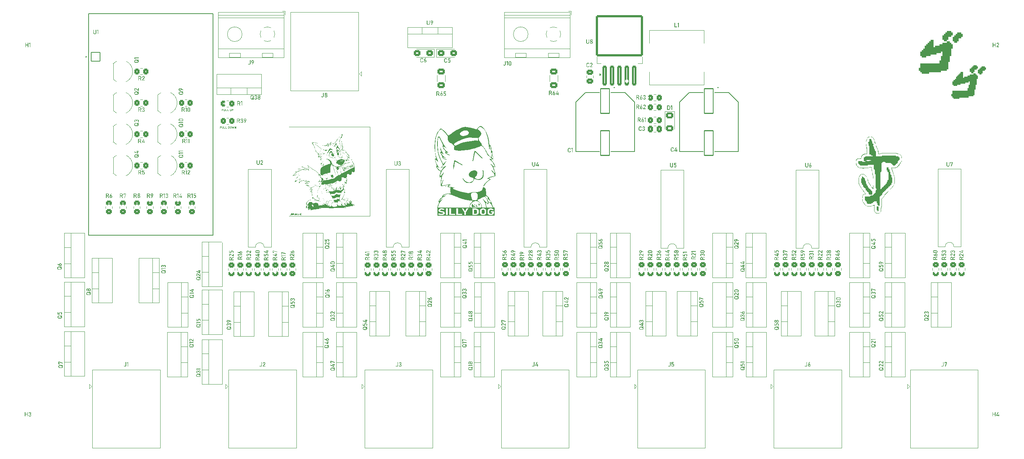
<source format=gto>
G04 #@! TF.GenerationSoftware,KiCad,Pcbnew,8.0.1*
G04 #@! TF.CreationDate,2024-05-23T13:26:50+02:00*
G04 #@! TF.ProjectId,ShrackThingy,53687261-636b-4546-9869-6e67792e6b69,rev?*
G04 #@! TF.SameCoordinates,Original*
G04 #@! TF.FileFunction,Legend,Top*
G04 #@! TF.FilePolarity,Positive*
%FSLAX46Y46*%
G04 Gerber Fmt 4.6, Leading zero omitted, Abs format (unit mm)*
G04 Created by KiCad (PCBNEW 8.0.1) date 2024-05-23 13:26:50*
%MOMM*%
%LPD*%
G01*
G04 APERTURE LIST*
G04 Aperture macros list*
%AMRoundRect*
0 Rectangle with rounded corners*
0 $1 Rounding radius*
0 $2 $3 $4 $5 $6 $7 $8 $9 X,Y pos of 4 corners*
0 Add a 4 corners polygon primitive as box body*
4,1,4,$2,$3,$4,$5,$6,$7,$8,$9,$2,$3,0*
0 Add four circle primitives for the rounded corners*
1,1,$1+$1,$2,$3*
1,1,$1+$1,$4,$5*
1,1,$1+$1,$6,$7*
1,1,$1+$1,$8,$9*
0 Add four rect primitives between the rounded corners*
20,1,$1+$1,$2,$3,$4,$5,0*
20,1,$1+$1,$4,$5,$6,$7,0*
20,1,$1+$1,$6,$7,$8,$9,0*
20,1,$1+$1,$8,$9,$2,$3,0*%
G04 Aperture macros list end*
%ADD10C,0.125000*%
%ADD11C,0.300000*%
%ADD12C,0.150000*%
%ADD13C,0.127000*%
%ADD14C,0.200000*%
%ADD15C,0.120000*%
%ADD16C,0.000000*%
%ADD17RoundRect,0.102000X-1.000000X2.850000X-1.000000X-2.850000X1.000000X-2.850000X1.000000X2.850000X0*%
%ADD18RoundRect,0.102000X1.000000X-2.850000X1.000000X2.850000X-1.000000X2.850000X-1.000000X-2.850000X0*%
%ADD19R,2.000000X1.905000*%
%ADD20O,2.000000X1.905000*%
%ADD21RoundRect,0.250000X0.450000X-0.350000X0.450000X0.350000X-0.450000X0.350000X-0.450000X-0.350000X0*%
%ADD22R,1.500000X1.500000*%
%ADD23C,1.500000*%
%ADD24R,1.600000X1.600000*%
%ADD25O,1.600000X1.600000*%
%ADD26RoundRect,0.250000X-0.475000X0.337500X-0.475000X-0.337500X0.475000X-0.337500X0.475000X0.337500X0*%
%ADD27RoundRect,0.250000X-0.537500X-0.425000X0.537500X-0.425000X0.537500X0.425000X-0.537500X0.425000X0*%
%ADD28C,3.200000*%
%ADD29R,2.500000X2.500000*%
%ADD30C,2.500000*%
%ADD31RoundRect,0.250000X-0.450000X0.350000X-0.450000X-0.350000X0.450000X-0.350000X0.450000X0.350000X0*%
%ADD32RoundRect,0.250000X0.350000X0.450000X-0.350000X0.450000X-0.350000X-0.450000X0.350000X-0.450000X0*%
%ADD33C,5.700000*%
%ADD34RoundRect,0.250000X0.537500X0.425000X-0.537500X0.425000X-0.537500X-0.425000X0.537500X-0.425000X0*%
%ADD35RoundRect,0.250000X-0.350000X-0.450000X0.350000X-0.450000X0.350000X0.450000X-0.350000X0.450000X0*%
%ADD36RoundRect,0.250000X0.337500X0.475000X-0.337500X0.475000X-0.337500X-0.475000X0.337500X-0.475000X0*%
%ADD37RoundRect,0.250000X0.300000X-2.050000X0.300000X2.050000X-0.300000X2.050000X-0.300000X-2.050000X0*%
%ADD38RoundRect,0.250002X5.149998X-4.449998X5.149998X4.449998X-5.149998X4.449998X-5.149998X-4.449998X0*%
%ADD39RoundRect,0.250000X-0.625000X0.400000X-0.625000X-0.400000X0.625000X-0.400000X0.625000X0.400000X0*%
%ADD40R,1.905000X2.000000*%
%ADD41O,1.905000X2.000000*%
%ADD42RoundRect,0.102000X-1.000000X-1.000000X1.000000X-1.000000X1.000000X1.000000X-1.000000X1.000000X0*%
%ADD43C,2.204000*%
%ADD44RoundRect,0.250000X0.625000X-0.400000X0.625000X0.400000X-0.625000X0.400000X-0.625000X-0.400000X0*%
%ADD45RoundRect,0.250001X-0.624999X0.462499X-0.624999X-0.462499X0.624999X-0.462499X0.624999X0.462499X0*%
%ADD46R,2.900000X5.400000*%
%ADD47C,0.800000*%
G04 APERTURE END LIST*
D10*
G36*
X203297452Y-150722170D02*
G01*
X203297452Y-150632044D01*
X203456332Y-150632044D01*
X203480503Y-150627253D01*
X203497365Y-150615069D01*
X203510103Y-150592551D01*
X203513119Y-150570495D01*
X203509211Y-150544941D01*
X203497487Y-150525188D01*
X203476832Y-150511462D01*
X203456332Y-150508213D01*
X203297452Y-150508213D01*
X203297452Y-150417965D01*
X203454012Y-150417965D01*
X203479512Y-150419472D01*
X203505625Y-150424682D01*
X203529401Y-150433612D01*
X203536078Y-150437016D01*
X203558396Y-150451834D01*
X203576992Y-150470259D01*
X203590666Y-150490139D01*
X203600970Y-150512679D01*
X203607458Y-150537557D01*
X203610034Y-150561945D01*
X203610205Y-150570495D01*
X203608660Y-150595337D01*
X203603317Y-150620787D01*
X203594158Y-150643971D01*
X203590666Y-150650484D01*
X203575385Y-150672175D01*
X203556411Y-150690228D01*
X203535956Y-150703485D01*
X203512841Y-150713338D01*
X203487460Y-150719542D01*
X203462680Y-150722006D01*
X203454012Y-150722170D01*
X203297452Y-150722170D01*
G37*
G36*
X203254710Y-150915000D02*
G01*
X203254710Y-150417965D01*
X203348377Y-150417965D01*
X203348377Y-150915000D01*
X203254710Y-150915000D01*
G37*
G36*
X203857868Y-150920129D02*
G01*
X203831837Y-150918948D01*
X203803112Y-150914414D01*
X203777126Y-150906480D01*
X203753879Y-150895146D01*
X203733371Y-150880411D01*
X203724145Y-150871769D01*
X203708042Y-150852234D01*
X203695271Y-150829900D01*
X203685831Y-150804767D01*
X203679723Y-150776834D01*
X203677178Y-150751419D01*
X203676762Y-150735237D01*
X203676762Y-150417965D01*
X203770429Y-150417965D01*
X203770429Y-150737557D01*
X203772659Y-150762399D01*
X203781223Y-150787266D01*
X203793265Y-150803869D01*
X203813055Y-150818232D01*
X203838168Y-150825965D01*
X203857868Y-150827438D01*
X203882275Y-150825137D01*
X203906684Y-150816298D01*
X203922958Y-150803869D01*
X203937023Y-150783496D01*
X203944214Y-150760083D01*
X203946039Y-150737557D01*
X203946039Y-150417965D01*
X204039706Y-150417965D01*
X204039706Y-150735237D01*
X204038544Y-150761818D01*
X204035055Y-150786456D01*
X204027800Y-150813456D01*
X204017195Y-150837656D01*
X204003242Y-150859056D01*
X203992079Y-150871769D01*
X203972886Y-150888203D01*
X203950937Y-150901238D01*
X203926232Y-150910872D01*
X203898771Y-150917106D01*
X203873780Y-150919704D01*
X203857868Y-150920129D01*
G37*
G36*
X204135450Y-150915000D02*
G01*
X204135450Y-150417965D01*
X204229117Y-150417965D01*
X204229117Y-150915000D01*
X204135450Y-150915000D01*
G37*
G36*
X204177093Y-150915000D02*
G01*
X204177093Y-150824752D01*
X204468353Y-150824752D01*
X204468353Y-150915000D01*
X204177093Y-150915000D01*
G37*
G36*
X204536496Y-150915000D02*
G01*
X204536496Y-150417965D01*
X204630163Y-150417965D01*
X204630163Y-150915000D01*
X204536496Y-150915000D01*
G37*
G36*
X204578140Y-150915000D02*
G01*
X204578140Y-150824752D01*
X204869399Y-150824752D01*
X204869399Y-150915000D01*
X204578140Y-150915000D01*
G37*
G36*
X205299389Y-150920129D02*
G01*
X205273359Y-150918948D01*
X205244634Y-150914414D01*
X205218647Y-150906480D01*
X205195400Y-150895146D01*
X205174893Y-150880411D01*
X205165666Y-150871769D01*
X205149563Y-150852234D01*
X205136792Y-150829900D01*
X205127352Y-150804767D01*
X205121244Y-150776834D01*
X205118699Y-150751419D01*
X205118283Y-150735237D01*
X205118283Y-150417965D01*
X205211950Y-150417965D01*
X205211950Y-150737557D01*
X205214180Y-150762399D01*
X205222744Y-150787266D01*
X205234787Y-150803869D01*
X205254576Y-150818232D01*
X205279689Y-150825965D01*
X205299389Y-150827438D01*
X205323796Y-150825137D01*
X205348206Y-150816298D01*
X205364480Y-150803869D01*
X205378545Y-150783496D01*
X205385735Y-150760083D01*
X205387561Y-150737557D01*
X205387561Y-150417965D01*
X205481228Y-150417965D01*
X205481228Y-150735237D01*
X205480065Y-150761818D01*
X205476577Y-150786456D01*
X205469321Y-150813456D01*
X205458716Y-150837656D01*
X205444763Y-150859056D01*
X205433600Y-150871769D01*
X205414408Y-150888203D01*
X205392459Y-150901238D01*
X205367754Y-150910872D01*
X205340292Y-150917106D01*
X205315302Y-150919704D01*
X205299389Y-150920129D01*
G37*
G36*
X205619713Y-150722170D02*
G01*
X205619713Y-150632044D01*
X205778593Y-150632044D01*
X205802764Y-150627253D01*
X205819626Y-150615069D01*
X205832364Y-150592551D01*
X205835380Y-150570495D01*
X205831472Y-150544941D01*
X205819748Y-150525188D01*
X205799093Y-150511462D01*
X205778593Y-150508213D01*
X205619713Y-150508213D01*
X205619713Y-150417965D01*
X205776273Y-150417965D01*
X205801773Y-150419472D01*
X205827886Y-150424682D01*
X205851662Y-150433612D01*
X205858339Y-150437016D01*
X205880657Y-150451834D01*
X205899253Y-150470259D01*
X205912927Y-150490139D01*
X205923231Y-150512679D01*
X205929719Y-150537557D01*
X205932295Y-150561945D01*
X205932466Y-150570495D01*
X205930921Y-150595337D01*
X205925578Y-150620787D01*
X205916419Y-150643971D01*
X205912927Y-150650484D01*
X205897646Y-150672175D01*
X205878672Y-150690228D01*
X205858217Y-150703485D01*
X205835102Y-150713338D01*
X205809721Y-150719542D01*
X205784941Y-150722006D01*
X205776273Y-150722170D01*
X205619713Y-150722170D01*
G37*
G36*
X205576971Y-150915000D02*
G01*
X205576971Y-150417965D01*
X205670638Y-150417965D01*
X205670638Y-150915000D01*
X205576971Y-150915000D01*
G37*
G36*
X202897452Y-154722170D02*
G01*
X202897452Y-154632044D01*
X203056332Y-154632044D01*
X203080503Y-154627253D01*
X203097365Y-154615069D01*
X203110103Y-154592551D01*
X203113119Y-154570495D01*
X203109211Y-154544941D01*
X203097487Y-154525188D01*
X203076832Y-154511462D01*
X203056332Y-154508213D01*
X202897452Y-154508213D01*
X202897452Y-154417965D01*
X203054012Y-154417965D01*
X203079512Y-154419472D01*
X203105625Y-154424682D01*
X203129401Y-154433612D01*
X203136078Y-154437016D01*
X203158396Y-154451834D01*
X203176992Y-154470259D01*
X203190666Y-154490139D01*
X203200970Y-154512679D01*
X203207458Y-154537557D01*
X203210034Y-154561945D01*
X203210205Y-154570495D01*
X203208660Y-154595337D01*
X203203317Y-154620787D01*
X203194158Y-154643971D01*
X203190666Y-154650484D01*
X203175385Y-154672175D01*
X203156411Y-154690228D01*
X203135956Y-154703485D01*
X203112841Y-154713338D01*
X203087460Y-154719542D01*
X203062680Y-154722006D01*
X203054012Y-154722170D01*
X202897452Y-154722170D01*
G37*
G36*
X202854710Y-154915000D02*
G01*
X202854710Y-154417965D01*
X202948377Y-154417965D01*
X202948377Y-154915000D01*
X202854710Y-154915000D01*
G37*
G36*
X203457868Y-154920129D02*
G01*
X203431837Y-154918948D01*
X203403112Y-154914414D01*
X203377126Y-154906480D01*
X203353879Y-154895146D01*
X203333371Y-154880411D01*
X203324145Y-154871769D01*
X203308042Y-154852234D01*
X203295271Y-154829900D01*
X203285831Y-154804767D01*
X203279723Y-154776834D01*
X203277178Y-154751419D01*
X203276762Y-154735237D01*
X203276762Y-154417965D01*
X203370429Y-154417965D01*
X203370429Y-154737557D01*
X203372659Y-154762399D01*
X203381223Y-154787266D01*
X203393265Y-154803869D01*
X203413055Y-154818232D01*
X203438168Y-154825965D01*
X203457868Y-154827438D01*
X203482275Y-154825137D01*
X203506684Y-154816298D01*
X203522958Y-154803869D01*
X203537023Y-154783496D01*
X203544214Y-154760083D01*
X203546039Y-154737557D01*
X203546039Y-154417965D01*
X203639706Y-154417965D01*
X203639706Y-154735237D01*
X203638544Y-154761818D01*
X203635055Y-154786456D01*
X203627800Y-154813456D01*
X203617195Y-154837656D01*
X203603242Y-154859056D01*
X203592079Y-154871769D01*
X203572886Y-154888203D01*
X203550937Y-154901238D01*
X203526232Y-154910872D01*
X203498771Y-154917106D01*
X203473780Y-154919704D01*
X203457868Y-154920129D01*
G37*
G36*
X203735450Y-154915000D02*
G01*
X203735450Y-154417965D01*
X203829117Y-154417965D01*
X203829117Y-154915000D01*
X203735450Y-154915000D01*
G37*
G36*
X203777093Y-154915000D02*
G01*
X203777093Y-154824752D01*
X204068353Y-154824752D01*
X204068353Y-154915000D01*
X203777093Y-154915000D01*
G37*
G36*
X204136496Y-154915000D02*
G01*
X204136496Y-154417965D01*
X204230163Y-154417965D01*
X204230163Y-154915000D01*
X204136496Y-154915000D01*
G37*
G36*
X204178140Y-154915000D02*
G01*
X204178140Y-154824752D01*
X204469399Y-154824752D01*
X204469399Y-154915000D01*
X204178140Y-154915000D01*
G37*
G36*
X204772260Y-154915000D02*
G01*
X204772260Y-154824752D01*
X204891573Y-154824752D01*
X204918385Y-154822569D01*
X204943167Y-154815127D01*
X204963014Y-154802404D01*
X204978419Y-154783043D01*
X204986713Y-154758669D01*
X204988293Y-154739633D01*
X204988293Y-154593332D01*
X204985306Y-154567552D01*
X204975234Y-154544400D01*
X204963014Y-154530439D01*
X204941118Y-154516895D01*
X204915887Y-154509971D01*
X204891573Y-154508213D01*
X204772260Y-154508213D01*
X204772260Y-154417965D01*
X204889497Y-154417965D01*
X204917727Y-154419107D01*
X204943877Y-154422533D01*
X204967945Y-154428242D01*
X204994080Y-154438109D01*
X205017218Y-154451263D01*
X205034211Y-154464738D01*
X205051600Y-154483571D01*
X205065392Y-154505084D01*
X205075586Y-154529275D01*
X205082182Y-154556146D01*
X205084930Y-154580584D01*
X205085380Y-154596140D01*
X205085380Y-154736946D01*
X205084014Y-154762645D01*
X205079915Y-154786741D01*
X205072038Y-154811934D01*
X205063520Y-154830125D01*
X205049505Y-154851265D01*
X205032050Y-154869624D01*
X205011156Y-154885200D01*
X204998063Y-154892651D01*
X204974906Y-154902429D01*
X204949031Y-154909412D01*
X204924162Y-154913232D01*
X204897213Y-154914912D01*
X204889131Y-154915000D01*
X204772260Y-154915000D01*
G37*
G36*
X204725122Y-154915000D02*
G01*
X204725122Y-154417965D01*
X204818789Y-154417965D01*
X204818789Y-154915000D01*
X204725122Y-154915000D01*
G37*
G36*
X205368320Y-154414378D02*
G01*
X205393065Y-154418637D01*
X205418823Y-154426822D01*
X205437334Y-154435673D01*
X205458887Y-154449909D01*
X205477524Y-154467061D01*
X205493243Y-154487132D01*
X205500715Y-154499542D01*
X205511636Y-154523822D01*
X205518983Y-154550363D01*
X205522513Y-154575852D01*
X205523307Y-154596140D01*
X205523307Y-154736946D01*
X205521895Y-154763577D01*
X205517659Y-154788512D01*
X205509518Y-154814539D01*
X205500715Y-154833300D01*
X205486617Y-154855109D01*
X205469601Y-154873962D01*
X205449668Y-154889860D01*
X205437334Y-154897414D01*
X205413289Y-154908394D01*
X205387042Y-154915781D01*
X205361862Y-154919330D01*
X205341835Y-154920129D01*
X205315342Y-154918709D01*
X205290574Y-154914450D01*
X205264772Y-154906265D01*
X205246214Y-154897414D01*
X205224710Y-154883159D01*
X205206084Y-154865948D01*
X205190337Y-154845781D01*
X205182833Y-154833300D01*
X205171971Y-154808941D01*
X205164663Y-154782437D01*
X205161152Y-154757078D01*
X205160453Y-154739267D01*
X205257449Y-154739267D01*
X205260176Y-154764483D01*
X205269373Y-154787845D01*
X205280530Y-154802526D01*
X205301762Y-154818023D01*
X205325762Y-154825316D01*
X205341713Y-154826461D01*
X205366327Y-154823633D01*
X205388999Y-154814096D01*
X205403140Y-154802526D01*
X205417205Y-154782410D01*
X205424778Y-154757967D01*
X205426221Y-154739267D01*
X205426221Y-154593698D01*
X205423493Y-154568357D01*
X205414297Y-154544958D01*
X205403140Y-154530317D01*
X205381946Y-154514899D01*
X205357875Y-154507643D01*
X205341835Y-154506503D01*
X205317345Y-154509317D01*
X205294711Y-154518806D01*
X205280530Y-154530317D01*
X205266465Y-154550393D01*
X205258891Y-154574899D01*
X205257449Y-154593698D01*
X205257449Y-154739267D01*
X205160453Y-154739267D01*
X205160362Y-154736946D01*
X205160362Y-154596140D01*
X205161767Y-154569312D01*
X205165980Y-154544269D01*
X205174077Y-154518231D01*
X205182833Y-154499542D01*
X205196980Y-154477851D01*
X205214007Y-154459078D01*
X205233912Y-154443221D01*
X205246214Y-154435673D01*
X205270318Y-154424693D01*
X205296605Y-154417306D01*
X205321804Y-154413757D01*
X205341835Y-154412958D01*
X205368320Y-154414378D01*
G37*
G36*
X205731524Y-154749525D02*
G01*
X205826535Y-154417965D01*
X205901639Y-154417965D01*
X205996772Y-154749525D01*
X206060642Y-154417965D01*
X206156995Y-154417965D01*
X206042568Y-154915000D01*
X205954274Y-154915000D01*
X205866102Y-154567686D01*
X205773900Y-154915000D01*
X205685729Y-154915000D01*
X205571179Y-154417965D01*
X205667533Y-154417965D01*
X205731524Y-154749525D01*
G37*
G36*
X206218422Y-154914633D02*
G01*
X206218422Y-154417965D01*
X206332850Y-154417965D01*
X206517864Y-154798862D01*
X206509560Y-154807655D01*
X206509560Y-154417965D01*
X206599197Y-154417965D01*
X206599197Y-154914633D01*
X206484036Y-154914633D01*
X206299755Y-154539598D01*
X206307937Y-154530806D01*
X206307937Y-154914633D01*
X206218422Y-154914633D01*
G37*
D11*
G36*
X263285514Y-173522930D02*
G01*
X263381799Y-173544697D01*
X263466573Y-173590952D01*
X263511202Y-173634876D01*
X263547988Y-173705072D01*
X263558897Y-173781095D01*
X263558897Y-174217801D01*
X263553127Y-174273901D01*
X263522833Y-174347231D01*
X263466573Y-174407578D01*
X263410008Y-174442290D01*
X263319322Y-174470900D01*
X263220865Y-174479385D01*
X263157062Y-174475949D01*
X263061063Y-174454070D01*
X262976133Y-174407578D01*
X262931504Y-174363535D01*
X262894719Y-174293451D01*
X262883810Y-174217801D01*
X262883810Y-173781095D01*
X262889580Y-173724698D01*
X262919874Y-173651179D01*
X262976133Y-173590952D01*
X263032857Y-173556418D01*
X263123395Y-173527953D01*
X263221353Y-173519511D01*
X263285514Y-173522930D01*
G37*
G36*
X261517563Y-173529914D02*
G01*
X261618487Y-173550686D01*
X261706071Y-173591318D01*
X261754950Y-173633201D01*
X261795239Y-173702658D01*
X261807187Y-173779996D01*
X261807187Y-174218900D01*
X261800867Y-174276007D01*
X261767689Y-174349131D01*
X261706071Y-174407212D01*
X261626683Y-174445383D01*
X261527554Y-174467709D01*
X261420307Y-174474256D01*
X261129169Y-174474256D01*
X261129169Y-173524640D01*
X261420307Y-173524640D01*
X261517563Y-173529914D01*
G37*
G36*
X265869528Y-174927054D02*
G01*
X252729076Y-174927054D01*
X252729076Y-174575739D01*
X252895743Y-174575739D01*
X252932454Y-174597116D01*
X253017532Y-174639278D01*
X253110188Y-174675757D01*
X253170821Y-174695220D01*
X253265664Y-174719778D01*
X253365177Y-174738771D01*
X253433688Y-174748228D01*
X253537827Y-174757347D01*
X253643614Y-174760387D01*
X253688101Y-174759925D01*
X253793741Y-174754724D01*
X253909993Y-174740857D01*
X254014773Y-174718669D01*
X254108081Y-174688160D01*
X254202442Y-174642051D01*
X254259577Y-174602604D01*
X254323296Y-174539475D01*
X254368036Y-174467124D01*
X254393795Y-174385552D01*
X254400767Y-174308293D01*
X254400767Y-174306095D01*
X254397256Y-174246034D01*
X254380963Y-174173097D01*
X254344591Y-174101297D01*
X254333811Y-174086759D01*
X254274532Y-174026833D01*
X254194626Y-173977100D01*
X254170751Y-173966161D01*
X254082381Y-173933012D01*
X253986531Y-173907857D01*
X253958176Y-173901932D01*
X253858573Y-173883089D01*
X253758408Y-173867191D01*
X253663869Y-173852202D01*
X253563991Y-173833852D01*
X253501320Y-173817760D01*
X253417934Y-173779263D01*
X253381562Y-173743454D01*
X253361758Y-173670453D01*
X253361758Y-173669354D01*
X253385327Y-173601027D01*
X253456036Y-173549919D01*
X253522802Y-173527508D01*
X253622819Y-173511571D01*
X253722749Y-173507421D01*
X253758873Y-173508208D01*
X253862683Y-173518787D01*
X253962595Y-173539661D01*
X254024694Y-173557544D01*
X254115324Y-173590981D01*
X254202930Y-173632351D01*
X254361200Y-173394581D01*
X254334066Y-173380870D01*
X254240643Y-173339540D01*
X254142641Y-173304935D01*
X254050523Y-173279542D01*
X254029722Y-173274618D01*
X253926348Y-173254761D01*
X253918927Y-173253897D01*
X254687508Y-173253897D01*
X254687508Y-174745000D01*
X255075854Y-174745000D01*
X255075854Y-173253897D01*
X255484717Y-173253897D01*
X255484717Y-174745000D01*
X255651290Y-174745000D01*
X256816329Y-174745000D01*
X256816329Y-174474256D01*
X255859385Y-174474256D01*
X255859385Y-173253897D01*
X257088904Y-173253897D01*
X257088904Y-174745000D01*
X257255478Y-174745000D01*
X258420516Y-174745000D01*
X258420516Y-174474256D01*
X257463572Y-174474256D01*
X257463572Y-173253897D01*
X258310118Y-173253897D01*
X258895324Y-174169808D01*
X258895324Y-174745000D01*
X259269993Y-174745000D01*
X259269993Y-174169808D01*
X259855198Y-173253897D01*
X260754501Y-173253897D01*
X260754501Y-173524640D01*
X260754501Y-174745000D01*
X260943056Y-174745000D01*
X261410537Y-174745000D01*
X261442865Y-174744738D01*
X261550663Y-174739696D01*
X261650139Y-174728238D01*
X261753637Y-174707287D01*
X261846266Y-174677955D01*
X261898640Y-174655601D01*
X261982214Y-174608872D01*
X262052032Y-174553797D01*
X262108094Y-174490376D01*
X262142165Y-174435802D01*
X262173674Y-174360225D01*
X262190068Y-174287937D01*
X262195533Y-174210840D01*
X262495464Y-174210840D01*
X262495828Y-174217801D01*
X262498623Y-174271235D01*
X262512667Y-174347313D01*
X262541896Y-174426824D01*
X262585345Y-174499902D01*
X262615362Y-174537345D01*
X262678350Y-174597846D01*
X262752852Y-174649478D01*
X262838869Y-174692243D01*
X262913104Y-174718795D01*
X263016311Y-174743351D01*
X263115382Y-174756128D01*
X263221353Y-174760387D01*
X263301461Y-174757991D01*
X263402181Y-174747344D01*
X263507170Y-174725184D01*
X263603349Y-174692243D01*
X263652687Y-174669580D01*
X263732418Y-174621888D01*
X263800480Y-174565329D01*
X263856873Y-174499902D01*
X263892086Y-174443619D01*
X263924651Y-174365538D01*
X263941595Y-174290731D01*
X263945508Y-174235387D01*
X264248150Y-174235387D01*
X264251344Y-174293222D01*
X264265541Y-174366049D01*
X264295088Y-174442121D01*
X264339009Y-174511992D01*
X264369203Y-174547675D01*
X264432628Y-174605367D01*
X264507723Y-174654656D01*
X264594487Y-174695540D01*
X264669363Y-174720808D01*
X264773394Y-174744175D01*
X264873198Y-174756334D01*
X264979902Y-174760387D01*
X265059792Y-174757952D01*
X265160115Y-174747133D01*
X265264512Y-174724616D01*
X265359944Y-174691144D01*
X265408871Y-174668128D01*
X265488104Y-174619757D01*
X265555978Y-174562461D01*
X265612491Y-174496238D01*
X265652028Y-174430751D01*
X265680268Y-174359951D01*
X265697213Y-174283838D01*
X265702861Y-174202414D01*
X265702861Y-173911521D01*
X265013607Y-173911521D01*
X265013607Y-174181898D01*
X265314515Y-174181898D01*
X265314515Y-174206810D01*
X265310120Y-174258374D01*
X265282139Y-174334615D01*
X265222679Y-174399884D01*
X265173189Y-174430178D01*
X265076490Y-174460945D01*
X264978925Y-174469127D01*
X264914267Y-174466077D01*
X264816802Y-174446654D01*
X264730286Y-174405380D01*
X264693741Y-174375332D01*
X264649685Y-174308923D01*
X264636496Y-174235387D01*
X264636496Y-173795383D01*
X264642206Y-173738574D01*
X264672179Y-173664265D01*
X264727843Y-173603042D01*
X264784215Y-173567622D01*
X264874043Y-173538427D01*
X264971109Y-173529769D01*
X265069661Y-173539661D01*
X265162107Y-173569337D01*
X265232925Y-173613756D01*
X265281786Y-173681810D01*
X265686252Y-173681810D01*
X265678991Y-173657105D01*
X265650303Y-173586584D01*
X265606282Y-173514549D01*
X265549476Y-173449169D01*
X265536711Y-173436886D01*
X265467273Y-173380665D01*
X265388486Y-173333102D01*
X265300348Y-173294197D01*
X265272226Y-173284311D01*
X265174452Y-173258379D01*
X265070477Y-173243252D01*
X264971598Y-173238876D01*
X264891524Y-173241310D01*
X264790957Y-173252129D01*
X264686286Y-173274647D01*
X264590579Y-173308119D01*
X264541651Y-173331020D01*
X264462418Y-173379185D01*
X264394545Y-173436275D01*
X264338032Y-173502292D01*
X264298709Y-173567459D01*
X264270621Y-173638030D01*
X264253768Y-173714005D01*
X264248150Y-173795383D01*
X264248150Y-174235387D01*
X263945508Y-174235387D01*
X263947243Y-174210840D01*
X263947243Y-173788422D01*
X263944066Y-173727556D01*
X263929946Y-173651089D01*
X263900558Y-173571468D01*
X263856873Y-173498628D01*
X263826984Y-173461396D01*
X263764109Y-173401185D01*
X263689564Y-173349727D01*
X263603349Y-173307020D01*
X263529304Y-173280468D01*
X263426273Y-173255912D01*
X263327294Y-173243135D01*
X263221353Y-173238876D01*
X263141228Y-173241272D01*
X263040432Y-173251919D01*
X262935284Y-173274079D01*
X262838869Y-173307020D01*
X262789660Y-173329665D01*
X262710040Y-173377234D01*
X262641935Y-173433555D01*
X262585345Y-173498628D01*
X262550323Y-173554695D01*
X262517934Y-173632809D01*
X262501081Y-173707937D01*
X262495464Y-173788422D01*
X262495464Y-174210840D01*
X262195533Y-174210840D01*
X262195533Y-173788422D01*
X262193734Y-173741754D01*
X262182741Y-173668438D01*
X262156357Y-173587827D01*
X262115582Y-173515252D01*
X262060416Y-173450715D01*
X261990858Y-173394214D01*
X261922887Y-173353791D01*
X261830334Y-173314327D01*
X261725795Y-173284728D01*
X261629522Y-173267600D01*
X261524924Y-173257323D01*
X261412002Y-173253897D01*
X261129169Y-173253897D01*
X260754501Y-173253897D01*
X259855198Y-173253897D01*
X259462456Y-173253897D01*
X259082414Y-173896133D01*
X258702372Y-173253897D01*
X258310118Y-173253897D01*
X257463572Y-173253897D01*
X257088904Y-173253897D01*
X255859385Y-173253897D01*
X255484717Y-173253897D01*
X255075854Y-173253897D01*
X254687508Y-173253897D01*
X253918927Y-173253897D01*
X253824024Y-173242847D01*
X253722749Y-173238876D01*
X253679648Y-173239343D01*
X253577304Y-173244591D01*
X253464693Y-173258587D01*
X253363210Y-173280981D01*
X253272856Y-173311773D01*
X253181507Y-173358311D01*
X253126342Y-173398049D01*
X253064820Y-173461797D01*
X253021623Y-173535012D01*
X252996752Y-173617694D01*
X252990020Y-173696099D01*
X252990020Y-173697198D01*
X252994812Y-173768952D01*
X253013681Y-173845003D01*
X253050593Y-173913353D01*
X253066461Y-173933010D01*
X253131496Y-173992616D01*
X253211304Y-174037916D01*
X253236629Y-174048449D01*
X253329835Y-174079545D01*
X253430146Y-174101664D01*
X253467322Y-174107694D01*
X253563308Y-174121950D01*
X253665596Y-174135003D01*
X253747515Y-174145672D01*
X253844870Y-174162480D01*
X253893576Y-174174537D01*
X253978227Y-174213405D01*
X254007151Y-174240631D01*
X254029030Y-174312323D01*
X254029030Y-174313422D01*
X254028931Y-174318697D01*
X254000492Y-174392978D01*
X253927913Y-174445314D01*
X253848698Y-174471804D01*
X253750089Y-174487298D01*
X253643614Y-174491842D01*
X253623802Y-174491692D01*
X253525714Y-174486432D01*
X253429247Y-174473660D01*
X253334403Y-174453374D01*
X253243852Y-174426182D01*
X253152290Y-174388999D01*
X253069155Y-174344197D01*
X252895743Y-174575739D01*
X252729076Y-174575739D01*
X252729076Y-173072209D01*
X265869528Y-173072209D01*
X265869528Y-174927054D01*
G37*
D12*
G36*
X282983112Y-160375258D02*
G01*
X282932814Y-160372373D01*
X282880059Y-160362230D01*
X282831362Y-160344784D01*
X282801151Y-160329096D01*
X282760088Y-160300193D01*
X282724550Y-160265417D01*
X282694537Y-160224768D01*
X282680251Y-160199647D01*
X282659472Y-160150458D01*
X282646710Y-160103037D01*
X282639321Y-160052135D01*
X282637264Y-160004741D01*
X282637264Y-159731922D01*
X282639951Y-159677670D01*
X282648011Y-159627020D01*
X282661445Y-159579972D01*
X282680251Y-159536528D01*
X282707194Y-159492517D01*
X282739662Y-159454456D01*
X282777656Y-159422347D01*
X282801151Y-159407079D01*
X282847144Y-159384764D01*
X282897193Y-159369753D01*
X282951300Y-159362044D01*
X282983112Y-159360917D01*
X283035543Y-159364519D01*
X283085065Y-159375324D01*
X283131676Y-159393332D01*
X283140649Y-159397798D01*
X283183086Y-159423734D01*
X283220944Y-159455443D01*
X283254222Y-159492924D01*
X283260328Y-159501113D01*
X283287371Y-159544699D01*
X283308356Y-159592723D01*
X283322063Y-159639737D01*
X283325541Y-159656207D01*
X283182659Y-159656207D01*
X283163942Y-159608721D01*
X283139184Y-159572431D01*
X283101711Y-159537140D01*
X283067865Y-159516744D01*
X283020853Y-159500550D01*
X282983112Y-159496716D01*
X282934432Y-159501836D01*
X282887005Y-159519534D01*
X282846591Y-159549874D01*
X282835834Y-159561441D01*
X282806468Y-159605795D01*
X282789337Y-159652649D01*
X282781017Y-159706070D01*
X282780147Y-159731922D01*
X282780147Y-160004741D01*
X282783627Y-160055132D01*
X282795863Y-160105580D01*
X282819791Y-160153885D01*
X282835834Y-160174979D01*
X282874145Y-160208853D01*
X282919468Y-160230181D01*
X282971804Y-160238964D01*
X282983112Y-160239214D01*
X283034650Y-160232442D01*
X283080005Y-160214170D01*
X283105478Y-160198182D01*
X283143236Y-160162324D01*
X283168555Y-160120523D01*
X283182659Y-160079968D01*
X283325541Y-160079968D01*
X283313431Y-160128199D01*
X283294131Y-160177620D01*
X283268676Y-160222653D01*
X283259840Y-160235307D01*
X283227396Y-160273813D01*
X283190517Y-160306595D01*
X283149200Y-160333652D01*
X283140405Y-160338377D01*
X283094504Y-160357826D01*
X283045646Y-160370071D01*
X282993830Y-160375114D01*
X282983112Y-160375258D01*
G37*
G36*
X283742708Y-159371175D02*
G01*
X283742708Y-160365000D01*
X283603245Y-160365000D01*
X283603245Y-159522850D01*
X283461828Y-159609556D01*
X283461828Y-159465453D01*
X283603245Y-159371175D01*
X283742708Y-159371175D01*
G37*
G36*
X355031364Y-186979308D02*
G01*
X354933875Y-187103064D01*
X354964720Y-187140243D01*
X354979829Y-187163955D01*
X355001789Y-187210300D01*
X355016562Y-187260856D01*
X355023661Y-187309330D01*
X355025258Y-187347870D01*
X355022418Y-187398841D01*
X355012436Y-187452205D01*
X354995267Y-187501357D01*
X354979829Y-187531785D01*
X354951319Y-187573242D01*
X354916897Y-187609134D01*
X354876563Y-187639462D01*
X354851601Y-187653907D01*
X354802882Y-187674804D01*
X354749875Y-187688863D01*
X354699156Y-187695618D01*
X354658893Y-187697138D01*
X354377281Y-187697138D01*
X354323624Y-187694436D01*
X354273539Y-187686330D01*
X354221463Y-187670751D01*
X354184085Y-187653907D01*
X354140703Y-187626670D01*
X354103156Y-187593869D01*
X354071443Y-187555503D01*
X354056346Y-187531785D01*
X354034386Y-187485441D01*
X354019613Y-187434885D01*
X354012514Y-187386410D01*
X354010917Y-187347870D01*
X354148182Y-187347870D01*
X354153031Y-187397336D01*
X354169794Y-187445545D01*
X354198531Y-187486647D01*
X354209487Y-187497591D01*
X354251633Y-187527473D01*
X354301746Y-187546287D01*
X354353658Y-187553757D01*
X354372397Y-187554255D01*
X354663534Y-187554255D01*
X354717400Y-187549773D01*
X354764968Y-187536326D01*
X354810435Y-187510872D01*
X354826444Y-187497591D01*
X354858773Y-187458622D01*
X354879128Y-187412545D01*
X354887510Y-187359360D01*
X354887749Y-187347870D01*
X354882900Y-187298188D01*
X354866137Y-187249874D01*
X354843598Y-187217667D01*
X354739494Y-187349824D01*
X354647170Y-187277528D01*
X354744746Y-187153451D01*
X354733956Y-187149419D01*
X354682189Y-187141981D01*
X354663534Y-187141485D01*
X354372397Y-187141485D01*
X354318333Y-187145948D01*
X354270722Y-187159337D01*
X354225389Y-187184682D01*
X354209487Y-187197905D01*
X354177158Y-187236793D01*
X354156803Y-187282932D01*
X354148421Y-187336322D01*
X354148182Y-187347870D01*
X354010917Y-187347870D01*
X354013756Y-187296900D01*
X354023738Y-187243536D01*
X354040908Y-187194384D01*
X354056346Y-187163955D01*
X354084818Y-187122518D01*
X354119123Y-187086684D01*
X354159264Y-187056452D01*
X354184085Y-187042078D01*
X354232645Y-187021062D01*
X354285726Y-187006924D01*
X354336704Y-187000131D01*
X354377281Y-186998603D01*
X354658893Y-186998603D01*
X354712154Y-187001320D01*
X354762025Y-187009472D01*
X354814079Y-187025138D01*
X354837381Y-187035658D01*
X354938551Y-186907012D01*
X355031364Y-186979308D01*
G37*
G36*
X355025258Y-186500348D02*
G01*
X355021182Y-186554493D01*
X355008954Y-186603601D01*
X354985455Y-186652826D01*
X354960045Y-186686705D01*
X354923973Y-186719693D01*
X354881215Y-186745873D01*
X354831772Y-186765244D01*
X354783023Y-186776609D01*
X354775642Y-186777807D01*
X354775153Y-186777807D01*
X354775153Y-186638345D01*
X354775642Y-186638345D01*
X354824307Y-186623629D01*
X354860882Y-186594625D01*
X354884514Y-186550014D01*
X354891168Y-186500348D01*
X354883792Y-186450971D01*
X354856948Y-186406421D01*
X354846472Y-186396789D01*
X354800350Y-186371744D01*
X354749654Y-186361440D01*
X354720443Y-186360152D01*
X354636912Y-186360152D01*
X354585353Y-186364481D01*
X354535658Y-186380760D01*
X354511127Y-186396789D01*
X354479220Y-186437790D01*
X354467065Y-186488066D01*
X354466674Y-186500348D01*
X354476372Y-186548781D01*
X354487191Y-186569957D01*
X354519228Y-186608635D01*
X354544588Y-186628819D01*
X354544588Y-186756070D01*
X354021175Y-186756070D01*
X354021175Y-186249510D01*
X354153555Y-186249510D01*
X354153555Y-186616607D01*
X354377281Y-186616607D01*
X354350903Y-186574109D01*
X354344553Y-186558477D01*
X354333562Y-186509430D01*
X354332829Y-186492776D01*
X354336639Y-186438745D01*
X354348070Y-186390348D01*
X354370464Y-186341934D01*
X354402811Y-186300878D01*
X354412452Y-186291764D01*
X354456340Y-186260669D01*
X354501428Y-186240749D01*
X354552758Y-186227630D01*
X354601722Y-186221800D01*
X354636912Y-186220689D01*
X354720443Y-186220689D01*
X354772713Y-186223265D01*
X354827834Y-186232782D01*
X354876644Y-186249312D01*
X354924698Y-186276789D01*
X354945635Y-186293962D01*
X354980470Y-186334247D01*
X355005352Y-186382073D01*
X355018959Y-186430107D01*
X355024947Y-186483914D01*
X355025258Y-186500348D01*
G37*
G36*
X354370218Y-185484797D02*
G01*
X354420289Y-185492737D01*
X354450799Y-185499685D01*
X354498980Y-185513876D01*
X354546469Y-185531935D01*
X354589040Y-185551708D01*
X355015000Y-185763467D01*
X355015000Y-185913920D01*
X354574383Y-185690669D01*
X354583187Y-185698786D01*
X354592704Y-185717061D01*
X354604878Y-185764917D01*
X354606870Y-185797661D01*
X354601893Y-185848784D01*
X354584398Y-185900057D01*
X354554306Y-185944723D01*
X354527247Y-185970829D01*
X354484168Y-185999467D01*
X354434556Y-186019922D01*
X354385787Y-186031108D01*
X354332014Y-186036030D01*
X354315732Y-186036286D01*
X354315000Y-186036286D01*
X354262979Y-186033727D01*
X354208083Y-186024274D01*
X354159428Y-186007855D01*
X354111465Y-185980561D01*
X354090540Y-185963502D01*
X354055705Y-185923415D01*
X354030823Y-185875941D01*
X354017215Y-185828340D01*
X354011228Y-185775082D01*
X354010917Y-185758826D01*
X354144762Y-185758826D01*
X354151897Y-185807607D01*
X354177861Y-185851471D01*
X354187993Y-185860920D01*
X354232526Y-185885463D01*
X354281710Y-185895561D01*
X354310115Y-185896823D01*
X354310847Y-185896823D01*
X354361960Y-185892581D01*
X354411277Y-185876628D01*
X354435655Y-185860920D01*
X354467387Y-185820605D01*
X354479475Y-185770971D01*
X354479863Y-185758826D01*
X354472527Y-185710362D01*
X354445830Y-185666663D01*
X354435411Y-185657221D01*
X354389550Y-185632678D01*
X354339152Y-185622580D01*
X354310115Y-185621318D01*
X354309626Y-185621318D01*
X354259771Y-185625560D01*
X354211715Y-185641513D01*
X354187993Y-185657221D01*
X354156963Y-185697428D01*
X354145142Y-185746769D01*
X354144762Y-185758826D01*
X354010917Y-185758826D01*
X354014762Y-185703964D01*
X354026298Y-185654782D01*
X354048898Y-185605529D01*
X354081542Y-185563694D01*
X354091273Y-185554395D01*
X354135512Y-185522659D01*
X354181082Y-185502328D01*
X354233058Y-185488939D01*
X354282706Y-185482988D01*
X354318419Y-185481855D01*
X354319152Y-185481855D01*
X354370218Y-185484797D01*
G37*
G36*
X290631364Y-181779308D02*
G01*
X290533875Y-181903064D01*
X290564720Y-181940243D01*
X290579829Y-181963955D01*
X290601789Y-182010300D01*
X290616562Y-182060856D01*
X290623661Y-182109330D01*
X290625258Y-182147870D01*
X290622418Y-182198841D01*
X290612436Y-182252205D01*
X290595267Y-182301357D01*
X290579829Y-182331785D01*
X290551319Y-182373242D01*
X290516897Y-182409134D01*
X290476563Y-182439462D01*
X290451601Y-182453907D01*
X290402882Y-182474804D01*
X290349875Y-182488863D01*
X290299156Y-182495618D01*
X290258893Y-182497138D01*
X289977281Y-182497138D01*
X289923624Y-182494436D01*
X289873539Y-182486330D01*
X289821463Y-182470751D01*
X289784085Y-182453907D01*
X289740703Y-182426670D01*
X289703156Y-182393869D01*
X289671443Y-182355503D01*
X289656346Y-182331785D01*
X289634386Y-182285441D01*
X289619613Y-182234885D01*
X289612514Y-182186410D01*
X289610917Y-182147870D01*
X289748182Y-182147870D01*
X289753031Y-182197336D01*
X289769794Y-182245545D01*
X289798531Y-182286647D01*
X289809487Y-182297591D01*
X289851633Y-182327473D01*
X289901746Y-182346287D01*
X289953658Y-182353757D01*
X289972397Y-182354255D01*
X290263534Y-182354255D01*
X290317400Y-182349773D01*
X290364968Y-182336326D01*
X290410435Y-182310872D01*
X290426444Y-182297591D01*
X290458773Y-182258622D01*
X290479128Y-182212545D01*
X290487510Y-182159360D01*
X290487749Y-182147870D01*
X290482900Y-182098188D01*
X290466137Y-182049874D01*
X290443598Y-182017667D01*
X290339494Y-182149824D01*
X290247170Y-182077528D01*
X290344746Y-181953451D01*
X290333956Y-181949419D01*
X290282189Y-181941981D01*
X290263534Y-181941485D01*
X289972397Y-181941485D01*
X289918333Y-181945948D01*
X289870722Y-181959337D01*
X289825389Y-181984682D01*
X289809487Y-181997905D01*
X289777158Y-182036793D01*
X289756803Y-182082932D01*
X289748421Y-182136322D01*
X289748182Y-182147870D01*
X289610917Y-182147870D01*
X289613756Y-182096900D01*
X289623738Y-182043536D01*
X289640908Y-181994384D01*
X289656346Y-181963955D01*
X289684818Y-181922518D01*
X289719123Y-181886684D01*
X289759264Y-181856452D01*
X289784085Y-181842078D01*
X289832645Y-181821062D01*
X289885726Y-181806924D01*
X289936704Y-181800131D01*
X289977281Y-181798603D01*
X290258893Y-181798603D01*
X290312154Y-181801320D01*
X290362025Y-181809472D01*
X290414079Y-181825138D01*
X290437381Y-181835658D01*
X290538551Y-181707012D01*
X290631364Y-181779308D01*
G37*
G36*
X290625258Y-181300348D02*
G01*
X290621182Y-181354493D01*
X290608954Y-181403601D01*
X290585455Y-181452826D01*
X290560045Y-181486705D01*
X290523973Y-181519693D01*
X290481215Y-181545873D01*
X290431772Y-181565244D01*
X290383023Y-181576609D01*
X290375642Y-181577807D01*
X290375153Y-181577807D01*
X290375153Y-181438345D01*
X290375642Y-181438345D01*
X290424307Y-181423629D01*
X290460882Y-181394625D01*
X290484514Y-181350014D01*
X290491168Y-181300348D01*
X290483792Y-181250971D01*
X290456948Y-181206421D01*
X290446472Y-181196789D01*
X290400350Y-181171744D01*
X290349654Y-181161440D01*
X290320443Y-181160152D01*
X290236912Y-181160152D01*
X290185353Y-181164481D01*
X290135658Y-181180760D01*
X290111127Y-181196789D01*
X290079220Y-181237790D01*
X290067065Y-181288066D01*
X290066674Y-181300348D01*
X290076372Y-181348781D01*
X290087191Y-181369957D01*
X290119228Y-181408635D01*
X290144588Y-181428819D01*
X290144588Y-181556070D01*
X289621175Y-181556070D01*
X289621175Y-181049510D01*
X289753555Y-181049510D01*
X289753555Y-181416607D01*
X289977281Y-181416607D01*
X289950903Y-181374109D01*
X289944553Y-181358477D01*
X289933562Y-181309430D01*
X289932829Y-181292776D01*
X289936639Y-181238745D01*
X289948070Y-181190348D01*
X289970464Y-181141934D01*
X290002811Y-181100878D01*
X290012452Y-181091764D01*
X290056340Y-181060669D01*
X290101428Y-181040749D01*
X290152758Y-181027630D01*
X290201722Y-181021800D01*
X290236912Y-181020689D01*
X290320443Y-181020689D01*
X290372713Y-181023265D01*
X290427834Y-181032782D01*
X290476644Y-181049312D01*
X290524698Y-181076789D01*
X290545635Y-181093962D01*
X290580470Y-181134247D01*
X290605352Y-181182073D01*
X290618959Y-181230107D01*
X290624947Y-181283914D01*
X290625258Y-181300348D01*
G37*
G36*
X290373519Y-180284405D02*
G01*
X290428264Y-180293827D01*
X290476815Y-180310191D01*
X290524717Y-180337393D01*
X290545635Y-180354395D01*
X290580470Y-180394420D01*
X290605352Y-180441956D01*
X290618959Y-180489711D01*
X290624947Y-180543216D01*
X290625258Y-180559559D01*
X290621494Y-180614421D01*
X290610204Y-180663604D01*
X290588085Y-180712857D01*
X290556135Y-180754691D01*
X290546612Y-180763990D01*
X290503274Y-180795620D01*
X290458766Y-180815882D01*
X290408111Y-180829226D01*
X290351309Y-180835651D01*
X290325083Y-180836286D01*
X290324351Y-180836286D01*
X290275075Y-180833813D01*
X290223600Y-180826394D01*
X290188063Y-180818701D01*
X290139134Y-180804567D01*
X290091416Y-180786681D01*
X290049089Y-180767165D01*
X289621175Y-180551255D01*
X289621175Y-180400801D01*
X290053151Y-180622005D01*
X290031027Y-180578715D01*
X290029444Y-180566398D01*
X290158265Y-180566398D01*
X290167054Y-180615351D01*
X290195977Y-180655973D01*
X290204183Y-180662629D01*
X290251393Y-180686004D01*
X290303394Y-180695621D01*
X290333387Y-180696823D01*
X290334120Y-180696823D01*
X290385995Y-180691775D01*
X290434100Y-180673121D01*
X290450624Y-180660920D01*
X290479726Y-180620766D01*
X290490812Y-180571572D01*
X290491168Y-180559559D01*
X290484437Y-180510226D01*
X290459940Y-180466327D01*
X290450380Y-180456977D01*
X290407791Y-180432600D01*
X290356272Y-180422188D01*
X290333387Y-180421318D01*
X290332655Y-180421318D01*
X290279868Y-180425762D01*
X290232487Y-180440749D01*
X290203939Y-180458931D01*
X290172717Y-180498014D01*
X290159380Y-180545356D01*
X290158265Y-180566398D01*
X290029444Y-180566398D01*
X290024420Y-180527319D01*
X290029275Y-180472120D01*
X290043838Y-180423516D01*
X290071826Y-180376718D01*
X290102090Y-180346091D01*
X290144817Y-180317988D01*
X290195573Y-180297914D01*
X290246572Y-180286936D01*
X290303719Y-180282106D01*
X290321175Y-180281855D01*
X290321664Y-180281855D01*
X290373519Y-180284405D01*
G37*
G36*
X268431364Y-200352930D02*
G01*
X268333875Y-200476686D01*
X268364720Y-200513865D01*
X268379829Y-200537577D01*
X268401789Y-200583922D01*
X268416562Y-200634478D01*
X268423661Y-200682952D01*
X268425258Y-200721492D01*
X268422418Y-200772463D01*
X268412436Y-200825827D01*
X268395267Y-200874979D01*
X268379829Y-200905407D01*
X268351319Y-200946864D01*
X268316897Y-200982756D01*
X268276563Y-201013084D01*
X268251601Y-201027529D01*
X268202882Y-201048426D01*
X268149875Y-201062485D01*
X268099156Y-201069240D01*
X268058893Y-201070760D01*
X267777281Y-201070760D01*
X267723624Y-201068058D01*
X267673539Y-201059952D01*
X267621463Y-201044373D01*
X267584085Y-201027529D01*
X267540703Y-201000292D01*
X267503156Y-200967491D01*
X267471443Y-200929125D01*
X267456346Y-200905407D01*
X267434386Y-200859063D01*
X267419613Y-200808507D01*
X267412514Y-200760032D01*
X267410917Y-200721492D01*
X267548182Y-200721492D01*
X267553031Y-200770958D01*
X267569794Y-200819167D01*
X267598531Y-200860269D01*
X267609487Y-200871213D01*
X267651633Y-200901095D01*
X267701746Y-200919909D01*
X267753658Y-200927379D01*
X267772397Y-200927877D01*
X268063534Y-200927877D01*
X268117400Y-200923395D01*
X268164968Y-200909948D01*
X268210435Y-200884494D01*
X268226444Y-200871213D01*
X268258773Y-200832244D01*
X268279128Y-200786167D01*
X268287510Y-200732982D01*
X268287749Y-200721492D01*
X268282900Y-200671810D01*
X268266137Y-200623496D01*
X268243598Y-200591289D01*
X268139494Y-200723446D01*
X268047170Y-200651150D01*
X268144746Y-200527073D01*
X268133956Y-200523041D01*
X268082189Y-200515603D01*
X268063534Y-200515107D01*
X267772397Y-200515107D01*
X267718333Y-200519570D01*
X267670722Y-200532959D01*
X267625389Y-200558304D01*
X267609487Y-200571527D01*
X267577158Y-200610415D01*
X267556803Y-200656554D01*
X267548421Y-200709944D01*
X267548182Y-200721492D01*
X267410917Y-200721492D01*
X267413756Y-200670522D01*
X267423738Y-200617158D01*
X267440908Y-200568006D01*
X267456346Y-200537577D01*
X267484818Y-200496140D01*
X267519123Y-200460306D01*
X267559264Y-200430074D01*
X267584085Y-200415700D01*
X267632645Y-200394684D01*
X267685726Y-200380546D01*
X267736704Y-200373753D01*
X267777281Y-200372225D01*
X268058893Y-200372225D01*
X268112154Y-200374942D01*
X268162025Y-200383094D01*
X268214079Y-200398760D01*
X268237381Y-200409280D01*
X268338551Y-200280634D01*
X268431364Y-200352930D01*
G37*
G36*
X268415000Y-200166572D02*
G01*
X268294099Y-200166572D01*
X267831992Y-199819992D01*
X267789003Y-199791795D01*
X267749926Y-199773097D01*
X267701182Y-199759026D01*
X267669815Y-199756245D01*
X267668593Y-199756245D01*
X267618626Y-199763919D01*
X267576270Y-199791171D01*
X267551540Y-199833425D01*
X267543426Y-199882419D01*
X267543297Y-199890334D01*
X267550169Y-199938700D01*
X267574853Y-199983671D01*
X267579200Y-199988519D01*
X267619408Y-200017517D01*
X267668748Y-200032865D01*
X267680806Y-200034681D01*
X267681538Y-200034681D01*
X267681538Y-200178785D01*
X267680806Y-200178785D01*
X267627369Y-200168047D01*
X267579472Y-200151864D01*
X267531517Y-200126699D01*
X267490797Y-200094421D01*
X267481748Y-200085240D01*
X267450759Y-200044940D01*
X267428625Y-199999266D01*
X267415344Y-199948219D01*
X267410986Y-199899146D01*
X267410917Y-199891799D01*
X267414155Y-199836057D01*
X267423867Y-199786159D01*
X267442895Y-199736287D01*
X267470380Y-199694048D01*
X267478572Y-199684681D01*
X267515896Y-199652624D01*
X267560211Y-199629727D01*
X267611517Y-199615988D01*
X267662145Y-199611480D01*
X267669815Y-199611408D01*
X267670547Y-199611408D01*
X267721133Y-199616238D01*
X267770381Y-199629462D01*
X267781189Y-199633390D01*
X267827176Y-199653914D01*
X267871470Y-199680162D01*
X267891343Y-199694207D01*
X268282376Y-199981925D01*
X268282376Y-199606035D01*
X268415000Y-199606035D01*
X268415000Y-200166572D01*
G37*
G36*
X267421175Y-198915072D02*
G01*
X267545495Y-198915072D01*
X268415000Y-199172260D01*
X268415000Y-199320515D01*
X267553555Y-199063572D01*
X267553555Y-199316363D01*
X267696437Y-199316363D01*
X267696437Y-199455826D01*
X267421175Y-199455826D01*
X267421175Y-198915072D01*
G37*
G36*
X272194658Y-185063886D02*
G01*
X272062034Y-185063886D01*
X272062034Y-184724877D01*
X272053946Y-184676244D01*
X272027331Y-184634305D01*
X272019780Y-184627179D01*
X271977358Y-184601968D01*
X271928589Y-184591199D01*
X271907428Y-184590299D01*
X271855385Y-184596386D01*
X271809437Y-184616555D01*
X271795565Y-184627179D01*
X271765061Y-184667014D01*
X271753233Y-184717368D01*
X271753066Y-184724877D01*
X271753066Y-185063886D01*
X271620443Y-185063886D01*
X271620443Y-184730250D01*
X271623949Y-184678181D01*
X271634468Y-184630358D01*
X271654137Y-184582657D01*
X271656346Y-184578575D01*
X271684378Y-184537344D01*
X271719105Y-184502981D01*
X271756486Y-184477703D01*
X271803303Y-184457262D01*
X271855431Y-184445305D01*
X271907428Y-184441799D01*
X271959215Y-184445353D01*
X272011332Y-184457472D01*
X272058370Y-184478191D01*
X272099323Y-184506420D01*
X272133523Y-184541402D01*
X272158754Y-184579064D01*
X272179195Y-184626020D01*
X272191151Y-184678229D01*
X272194658Y-184730250D01*
X272194658Y-185063886D01*
G37*
G36*
X272615000Y-185124702D02*
G01*
X271620443Y-185124702D01*
X271620443Y-184985239D01*
X272615000Y-184985239D01*
X272615000Y-185124702D01*
G37*
G36*
X272615000Y-184565630D02*
G01*
X272163883Y-184793265D01*
X272132376Y-184654535D01*
X272615000Y-184400034D01*
X272615000Y-184565630D01*
G37*
G36*
X271621175Y-183992881D02*
G01*
X272615000Y-183992881D01*
X272615000Y-184132343D01*
X271772850Y-184132343D01*
X271859556Y-184273760D01*
X271715453Y-184273760D01*
X271621175Y-184132343D01*
X271621175Y-183992881D01*
G37*
G36*
X271970218Y-183236717D02*
G01*
X272020289Y-183244656D01*
X272050799Y-183251604D01*
X272098980Y-183265795D01*
X272146469Y-183283854D01*
X272189040Y-183303627D01*
X272615000Y-183515386D01*
X272615000Y-183665840D01*
X272174383Y-183442588D01*
X272183187Y-183450705D01*
X272192704Y-183468980D01*
X272204878Y-183516836D01*
X272206870Y-183549580D01*
X272201893Y-183600703D01*
X272184398Y-183651976D01*
X272154306Y-183696642D01*
X272127247Y-183722748D01*
X272084168Y-183751386D01*
X272034556Y-183771841D01*
X271985787Y-183783027D01*
X271932014Y-183787950D01*
X271915732Y-183788205D01*
X271915000Y-183788205D01*
X271862979Y-183785646D01*
X271808083Y-183776193D01*
X271759428Y-183759774D01*
X271711465Y-183732480D01*
X271690540Y-183715421D01*
X271655705Y-183675335D01*
X271630823Y-183627860D01*
X271617215Y-183580259D01*
X271611228Y-183527001D01*
X271610917Y-183510745D01*
X271744762Y-183510745D01*
X271751897Y-183559526D01*
X271777861Y-183603390D01*
X271787993Y-183612839D01*
X271832526Y-183637382D01*
X271881710Y-183647480D01*
X271910115Y-183648743D01*
X271910847Y-183648743D01*
X271961960Y-183644500D01*
X272011277Y-183628547D01*
X272035655Y-183612839D01*
X272067387Y-183572525D01*
X272079475Y-183522890D01*
X272079863Y-183510745D01*
X272072527Y-183462281D01*
X272045830Y-183418582D01*
X272035411Y-183409140D01*
X271989550Y-183384597D01*
X271939152Y-183374499D01*
X271910115Y-183373237D01*
X271909626Y-183373237D01*
X271859771Y-183377479D01*
X271811715Y-183393432D01*
X271787993Y-183409140D01*
X271756963Y-183449347D01*
X271745142Y-183498688D01*
X271744762Y-183510745D01*
X271610917Y-183510745D01*
X271614762Y-183455883D01*
X271626298Y-183406701D01*
X271648898Y-183357448D01*
X271681542Y-183315613D01*
X271691273Y-183306314D01*
X271735512Y-183274578D01*
X271781082Y-183254247D01*
X271833058Y-183240858D01*
X271882706Y-183234907D01*
X271918419Y-183233774D01*
X271919152Y-183233774D01*
X271970218Y-183236717D01*
G37*
G36*
X184231364Y-146400732D02*
G01*
X184133875Y-146524488D01*
X184164720Y-146561667D01*
X184179829Y-146585379D01*
X184201789Y-146631724D01*
X184216562Y-146682280D01*
X184223661Y-146730754D01*
X184225258Y-146769294D01*
X184222418Y-146820265D01*
X184212436Y-146873629D01*
X184195267Y-146922781D01*
X184179829Y-146953209D01*
X184151319Y-146994666D01*
X184116897Y-147030558D01*
X184076563Y-147060886D01*
X184051601Y-147075331D01*
X184002882Y-147096228D01*
X183949875Y-147110287D01*
X183899156Y-147117042D01*
X183858893Y-147118562D01*
X183577281Y-147118562D01*
X183523624Y-147115860D01*
X183473539Y-147107754D01*
X183421463Y-147092175D01*
X183384085Y-147075331D01*
X183340703Y-147048094D01*
X183303156Y-147015293D01*
X183271443Y-146976927D01*
X183256346Y-146953209D01*
X183234386Y-146906865D01*
X183219613Y-146856309D01*
X183212514Y-146807834D01*
X183210917Y-146769294D01*
X183348182Y-146769294D01*
X183353031Y-146818760D01*
X183369794Y-146866969D01*
X183398531Y-146908071D01*
X183409487Y-146919015D01*
X183451633Y-146948897D01*
X183501746Y-146967711D01*
X183553658Y-146975181D01*
X183572397Y-146975679D01*
X183863534Y-146975679D01*
X183917400Y-146971197D01*
X183964968Y-146957750D01*
X184010435Y-146932296D01*
X184026444Y-146919015D01*
X184058773Y-146880046D01*
X184079128Y-146833969D01*
X184087510Y-146780784D01*
X184087749Y-146769294D01*
X184082900Y-146719612D01*
X184066137Y-146671298D01*
X184043598Y-146639091D01*
X183939494Y-146771248D01*
X183847170Y-146698952D01*
X183944746Y-146574875D01*
X183933956Y-146570843D01*
X183882189Y-146563405D01*
X183863534Y-146562909D01*
X183572397Y-146562909D01*
X183518333Y-146567372D01*
X183470722Y-146580761D01*
X183425389Y-146606106D01*
X183409487Y-146619329D01*
X183377158Y-146658217D01*
X183356803Y-146704356D01*
X183348421Y-146757746D01*
X183348182Y-146769294D01*
X183210917Y-146769294D01*
X183213756Y-146718324D01*
X183223738Y-146664960D01*
X183240908Y-146615808D01*
X183256346Y-146585379D01*
X183284818Y-146543942D01*
X183319123Y-146508108D01*
X183359264Y-146477876D01*
X183384085Y-146463502D01*
X183432645Y-146442486D01*
X183485726Y-146428348D01*
X183536704Y-146421555D01*
X183577281Y-146420027D01*
X183858893Y-146420027D01*
X183912154Y-146422744D01*
X183962025Y-146430896D01*
X184014079Y-146446562D01*
X184037381Y-146457082D01*
X184138551Y-146328436D01*
X184231364Y-146400732D01*
G37*
G36*
X184215000Y-146214374D02*
G01*
X184094099Y-146214374D01*
X183631992Y-145867794D01*
X183589003Y-145839597D01*
X183549926Y-145820899D01*
X183501182Y-145806828D01*
X183469815Y-145804047D01*
X183468593Y-145804047D01*
X183418626Y-145811721D01*
X183376270Y-145838973D01*
X183351540Y-145881227D01*
X183343426Y-145930221D01*
X183343297Y-145938136D01*
X183350169Y-145986502D01*
X183374853Y-146031473D01*
X183379200Y-146036321D01*
X183419408Y-146065319D01*
X183468748Y-146080667D01*
X183480806Y-146082483D01*
X183481538Y-146082483D01*
X183481538Y-146226587D01*
X183480806Y-146226587D01*
X183427369Y-146215849D01*
X183379472Y-146199666D01*
X183331517Y-146174501D01*
X183290797Y-146142223D01*
X183281748Y-146133042D01*
X183250759Y-146092742D01*
X183228625Y-146047068D01*
X183215344Y-145996021D01*
X183210986Y-145946948D01*
X183210917Y-145939601D01*
X183214155Y-145883859D01*
X183223867Y-145833961D01*
X183242895Y-145784089D01*
X183270380Y-145741850D01*
X183278572Y-145732483D01*
X183315896Y-145700426D01*
X183360211Y-145677529D01*
X183411517Y-145663790D01*
X183462145Y-145659282D01*
X183469815Y-145659210D01*
X183470547Y-145659210D01*
X183521133Y-145664040D01*
X183570381Y-145677264D01*
X183581189Y-145681192D01*
X183627176Y-145701716D01*
X183671470Y-145727964D01*
X183691343Y-145742009D01*
X184082376Y-146029727D01*
X184082376Y-145653837D01*
X184215000Y-145653837D01*
X184215000Y-146214374D01*
G37*
G36*
X276194658Y-185040230D02*
G01*
X276062034Y-185040230D01*
X276062034Y-184701221D01*
X276053946Y-184652588D01*
X276027331Y-184610649D01*
X276019780Y-184603523D01*
X275977358Y-184578312D01*
X275928589Y-184567543D01*
X275907428Y-184566643D01*
X275855385Y-184572730D01*
X275809437Y-184592899D01*
X275795565Y-184603523D01*
X275765061Y-184643358D01*
X275753233Y-184693712D01*
X275753066Y-184701221D01*
X275753066Y-185040230D01*
X275620443Y-185040230D01*
X275620443Y-184706594D01*
X275623949Y-184654525D01*
X275634468Y-184606702D01*
X275654137Y-184559001D01*
X275656346Y-184554919D01*
X275684378Y-184513688D01*
X275719105Y-184479325D01*
X275756486Y-184454047D01*
X275803303Y-184433606D01*
X275855431Y-184421649D01*
X275907428Y-184418143D01*
X275959215Y-184421697D01*
X276011332Y-184433816D01*
X276058370Y-184454535D01*
X276099323Y-184482764D01*
X276133523Y-184517746D01*
X276158754Y-184555408D01*
X276179195Y-184602364D01*
X276191151Y-184654573D01*
X276194658Y-184706594D01*
X276194658Y-185040230D01*
G37*
G36*
X276615000Y-185101046D02*
G01*
X275620443Y-185101046D01*
X275620443Y-184961583D01*
X276615000Y-184961583D01*
X276615000Y-185101046D01*
G37*
G36*
X276615000Y-184541974D02*
G01*
X276163883Y-184769609D01*
X276132376Y-184630879D01*
X276615000Y-184376378D01*
X276615000Y-184541974D01*
G37*
G36*
X276462592Y-184222749D02*
G01*
X276341448Y-184222749D01*
X275621664Y-183889113D01*
X275621664Y-183745743D01*
X276333387Y-184071074D01*
X276333387Y-183583565D01*
X276462592Y-183583565D01*
X276462592Y-184222749D01*
G37*
G36*
X276615732Y-183794103D02*
G01*
X276030526Y-183794103D01*
X276030526Y-183658059D01*
X276615732Y-183658059D01*
X276615732Y-183794103D01*
G37*
G36*
X276625258Y-183155896D02*
G01*
X276622300Y-183206381D01*
X276612215Y-183257231D01*
X276594972Y-183303175D01*
X276568296Y-183347115D01*
X276534064Y-183384049D01*
X276507044Y-183404780D01*
X276460527Y-183429543D01*
X276411792Y-183445545D01*
X276367581Y-183453872D01*
X276367581Y-183311723D01*
X276417196Y-183297358D01*
X276457756Y-183266171D01*
X276461615Y-183261165D01*
X276483780Y-183214331D01*
X276491053Y-183163835D01*
X276491168Y-183155896D01*
X276485082Y-183104855D01*
X276462932Y-183058684D01*
X276454288Y-183048673D01*
X276413111Y-183021150D01*
X276362768Y-183010664D01*
X276350484Y-183010327D01*
X276320443Y-183010327D01*
X276269346Y-183015411D01*
X276221802Y-183034191D01*
X276205404Y-183046475D01*
X276176127Y-183087019D01*
X276164974Y-183136867D01*
X276164616Y-183149057D01*
X276164616Y-183219399D01*
X276031992Y-183219399D01*
X276031992Y-183149057D01*
X276024317Y-183099831D01*
X275997065Y-183058443D01*
X275951890Y-183033668D01*
X275902576Y-183026723D01*
X275898635Y-183026692D01*
X275867861Y-183026692D01*
X275818580Y-183034151D01*
X275777002Y-183060641D01*
X275751846Y-183104518D01*
X275744762Y-183156629D01*
X275752212Y-183205172D01*
X275774560Y-183245777D01*
X275812967Y-183276674D01*
X275860698Y-183294292D01*
X275868593Y-183296091D01*
X275868593Y-183437508D01*
X275817414Y-183425710D01*
X275765478Y-183406102D01*
X275720534Y-183379961D01*
X275682581Y-183347286D01*
X275678328Y-183342742D01*
X275648836Y-183303541D01*
X275627770Y-183259455D01*
X275615130Y-183210484D01*
X275610917Y-183156629D01*
X275614155Y-183103109D01*
X275623867Y-183055175D01*
X275642895Y-183007235D01*
X275670380Y-182966592D01*
X275678572Y-182957571D01*
X275720995Y-182923568D01*
X275766035Y-182902685D01*
X275817975Y-182890595D01*
X275869082Y-182887229D01*
X275885690Y-182887229D01*
X275934596Y-182891991D01*
X275982681Y-182908048D01*
X276015139Y-182927529D01*
X276052302Y-182962460D01*
X276081359Y-183006801D01*
X276096228Y-183041590D01*
X276111350Y-182994335D01*
X276138232Y-182950619D01*
X276175851Y-182915561D01*
X276222820Y-182890114D01*
X276272432Y-182876146D01*
X276322711Y-182871039D01*
X276334609Y-182870865D01*
X276351217Y-182870865D01*
X276405473Y-182874429D01*
X276454120Y-182885123D01*
X276502846Y-182906075D01*
X276544245Y-182936338D01*
X276553450Y-182945359D01*
X276584866Y-182986453D01*
X276607306Y-183035240D01*
X276619578Y-183084240D01*
X276624977Y-183139131D01*
X276625258Y-183155896D01*
G37*
G36*
X229231364Y-187023272D02*
G01*
X229133875Y-187147028D01*
X229164720Y-187184207D01*
X229179829Y-187207919D01*
X229201789Y-187254264D01*
X229216562Y-187304820D01*
X229223661Y-187353294D01*
X229225258Y-187391834D01*
X229222418Y-187442805D01*
X229212436Y-187496169D01*
X229195267Y-187545321D01*
X229179829Y-187575749D01*
X229151319Y-187617206D01*
X229116897Y-187653098D01*
X229076563Y-187683426D01*
X229051601Y-187697871D01*
X229002882Y-187718768D01*
X228949875Y-187732827D01*
X228899156Y-187739582D01*
X228858893Y-187741102D01*
X228577281Y-187741102D01*
X228523624Y-187738400D01*
X228473539Y-187730294D01*
X228421463Y-187714715D01*
X228384085Y-187697871D01*
X228340703Y-187670634D01*
X228303156Y-187637833D01*
X228271443Y-187599467D01*
X228256346Y-187575749D01*
X228234386Y-187529405D01*
X228219613Y-187478849D01*
X228212514Y-187430374D01*
X228210917Y-187391834D01*
X228348182Y-187391834D01*
X228353031Y-187441300D01*
X228369794Y-187489509D01*
X228398531Y-187530611D01*
X228409487Y-187541555D01*
X228451633Y-187571437D01*
X228501746Y-187590251D01*
X228553658Y-187597721D01*
X228572397Y-187598219D01*
X228863534Y-187598219D01*
X228917400Y-187593737D01*
X228964968Y-187580290D01*
X229010435Y-187554836D01*
X229026444Y-187541555D01*
X229058773Y-187502586D01*
X229079128Y-187456509D01*
X229087510Y-187403324D01*
X229087749Y-187391834D01*
X229082900Y-187342152D01*
X229066137Y-187293838D01*
X229043598Y-187261631D01*
X228939494Y-187393788D01*
X228847170Y-187321492D01*
X228944746Y-187197415D01*
X228933956Y-187193383D01*
X228882189Y-187185945D01*
X228863534Y-187185449D01*
X228572397Y-187185449D01*
X228518333Y-187189912D01*
X228470722Y-187203301D01*
X228425389Y-187228646D01*
X228409487Y-187241869D01*
X228377158Y-187280757D01*
X228356803Y-187326896D01*
X228348421Y-187380286D01*
X228348182Y-187391834D01*
X228210917Y-187391834D01*
X228213756Y-187340864D01*
X228223738Y-187287500D01*
X228240908Y-187238348D01*
X228256346Y-187207919D01*
X228284818Y-187166482D01*
X228319123Y-187130648D01*
X228359264Y-187100416D01*
X228384085Y-187086042D01*
X228432645Y-187065026D01*
X228485726Y-187050888D01*
X228536704Y-187044095D01*
X228577281Y-187042567D01*
X228858893Y-187042567D01*
X228912154Y-187045284D01*
X228962025Y-187053436D01*
X229014079Y-187069102D01*
X229037381Y-187079622D01*
X229138551Y-186950976D01*
X229231364Y-187023272D01*
G37*
G36*
X229062592Y-186835449D02*
G01*
X228941448Y-186835449D01*
X228221664Y-186501813D01*
X228221664Y-186358443D01*
X228933387Y-186683774D01*
X228933387Y-186196265D01*
X229062592Y-186196265D01*
X229062592Y-186835449D01*
G37*
G36*
X229215732Y-186406803D02*
G01*
X228630526Y-186406803D01*
X228630526Y-186270760D01*
X229215732Y-186270760D01*
X229215732Y-186406803D01*
G37*
G36*
X228997904Y-185461588D02*
G01*
X229047472Y-185471861D01*
X229097481Y-185491988D01*
X229140406Y-185521061D01*
X229150031Y-185529727D01*
X229182943Y-185569737D01*
X229206451Y-185618448D01*
X229219307Y-185668208D01*
X229224964Y-185724630D01*
X229225258Y-185741974D01*
X229222579Y-185792772D01*
X229212681Y-185845700D01*
X229195491Y-185891802D01*
X229166914Y-185936132D01*
X229149054Y-185954954D01*
X229107594Y-185985835D01*
X229059417Y-186007893D01*
X229011752Y-186019956D01*
X228958945Y-186025264D01*
X228942913Y-186025540D01*
X228491064Y-186025540D01*
X228436073Y-186022104D01*
X228386505Y-186011795D01*
X228336496Y-185991600D01*
X228293570Y-185962428D01*
X228283946Y-185953732D01*
X228251034Y-185913570D01*
X228227526Y-185864889D01*
X228214670Y-185815306D01*
X228209013Y-185759202D01*
X228208719Y-185741974D01*
X228341343Y-185741974D01*
X228346941Y-185793333D01*
X228367625Y-185838146D01*
X228381154Y-185852372D01*
X228425011Y-185876564D01*
X228473959Y-185885550D01*
X228491064Y-185886077D01*
X228942913Y-185886077D01*
X228994751Y-185880514D01*
X229042343Y-185860271D01*
X229052822Y-185852372D01*
X229081398Y-185811206D01*
X229092012Y-185760422D01*
X229092634Y-185741974D01*
X229087035Y-185690500D01*
X229066352Y-185645727D01*
X229052822Y-185631576D01*
X229008723Y-185607208D01*
X228959911Y-185598157D01*
X228942913Y-185597626D01*
X228491064Y-185597626D01*
X228438990Y-185603229D01*
X228391527Y-185623619D01*
X228381154Y-185631576D01*
X228352579Y-185672620D01*
X228341965Y-185723472D01*
X228341343Y-185741974D01*
X228208719Y-185741974D01*
X228211355Y-185691573D01*
X228221094Y-185638958D01*
X228238009Y-185593005D01*
X228266127Y-185548644D01*
X228283702Y-185529727D01*
X228324689Y-185498418D01*
X228372911Y-185476054D01*
X228421042Y-185463824D01*
X228474712Y-185458443D01*
X228491064Y-185458164D01*
X228942913Y-185458164D01*
X228997904Y-185461588D01*
G37*
G36*
X260831364Y-198431088D02*
G01*
X260733875Y-198554844D01*
X260764720Y-198592023D01*
X260779829Y-198615735D01*
X260801789Y-198662080D01*
X260816562Y-198712636D01*
X260823661Y-198761110D01*
X260825258Y-198799650D01*
X260822418Y-198850621D01*
X260812436Y-198903985D01*
X260795267Y-198953137D01*
X260779829Y-198983565D01*
X260751319Y-199025022D01*
X260716897Y-199060914D01*
X260676563Y-199091242D01*
X260651601Y-199105687D01*
X260602882Y-199126584D01*
X260549875Y-199140643D01*
X260499156Y-199147398D01*
X260458893Y-199148918D01*
X260177281Y-199148918D01*
X260123624Y-199146216D01*
X260073539Y-199138110D01*
X260021463Y-199122531D01*
X259984085Y-199105687D01*
X259940703Y-199078450D01*
X259903156Y-199045649D01*
X259871443Y-199007283D01*
X259856346Y-198983565D01*
X259834386Y-198937221D01*
X259819613Y-198886665D01*
X259812514Y-198838190D01*
X259810917Y-198799650D01*
X259948182Y-198799650D01*
X259953031Y-198849116D01*
X259969794Y-198897325D01*
X259998531Y-198938427D01*
X260009487Y-198949371D01*
X260051633Y-198979253D01*
X260101746Y-198998067D01*
X260153658Y-199005537D01*
X260172397Y-199006035D01*
X260463534Y-199006035D01*
X260517400Y-199001553D01*
X260564968Y-198988106D01*
X260610435Y-198962652D01*
X260626444Y-198949371D01*
X260658773Y-198910402D01*
X260679128Y-198864325D01*
X260687510Y-198811140D01*
X260687749Y-198799650D01*
X260682900Y-198749968D01*
X260666137Y-198701654D01*
X260643598Y-198669447D01*
X260539494Y-198801604D01*
X260447170Y-198729308D01*
X260544746Y-198605231D01*
X260533956Y-198601199D01*
X260482189Y-198593761D01*
X260463534Y-198593265D01*
X260172397Y-198593265D01*
X260118333Y-198597728D01*
X260070722Y-198611117D01*
X260025389Y-198636462D01*
X260009487Y-198649685D01*
X259977158Y-198688573D01*
X259956803Y-198734712D01*
X259948421Y-198788102D01*
X259948182Y-198799650D01*
X259810917Y-198799650D01*
X259813756Y-198748680D01*
X259823738Y-198695316D01*
X259840908Y-198646164D01*
X259856346Y-198615735D01*
X259884818Y-198574298D01*
X259919123Y-198538464D01*
X259959264Y-198508232D01*
X259984085Y-198493858D01*
X260032645Y-198472842D01*
X260085726Y-198458704D01*
X260136704Y-198451911D01*
X260177281Y-198450383D01*
X260458893Y-198450383D01*
X260512154Y-198453100D01*
X260562025Y-198461252D01*
X260614079Y-198476918D01*
X260637381Y-198487438D01*
X260738551Y-198358792D01*
X260831364Y-198431088D01*
G37*
G36*
X260662592Y-198243265D02*
G01*
X260541448Y-198243265D01*
X259821664Y-197909629D01*
X259821664Y-197766259D01*
X260533387Y-198091590D01*
X260533387Y-197604081D01*
X260662592Y-197604081D01*
X260662592Y-198243265D01*
G37*
G36*
X260815732Y-197814619D02*
G01*
X260230526Y-197814619D01*
X260230526Y-197678576D01*
X260815732Y-197678576D01*
X260815732Y-197814619D01*
G37*
G36*
X260599151Y-196844496D02*
G01*
X260649502Y-196857021D01*
X260694832Y-196878436D01*
X260734193Y-196907735D01*
X260766973Y-196944249D01*
X260791064Y-196983705D01*
X260810532Y-197032959D01*
X260821217Y-197082495D01*
X260825224Y-197136562D01*
X260825258Y-197142218D01*
X260822553Y-197191491D01*
X260813203Y-197241933D01*
X260795204Y-197292184D01*
X260791064Y-197300732D01*
X260764265Y-197343695D01*
X260730886Y-197379558D01*
X260694832Y-197406001D01*
X260649502Y-197427415D01*
X260599151Y-197439941D01*
X260549019Y-197443614D01*
X260532655Y-197443614D01*
X260482508Y-197439227D01*
X260434497Y-197426067D01*
X260392704Y-197406489D01*
X260351315Y-197377854D01*
X260314787Y-197339901D01*
X260293297Y-197306838D01*
X260263384Y-197348572D01*
X260223653Y-197382733D01*
X260210498Y-197391102D01*
X260165318Y-197411818D01*
X260114588Y-197422316D01*
X260095949Y-197423098D01*
X260072013Y-197423098D01*
X260022443Y-197419416D01*
X259971316Y-197406193D01*
X259926082Y-197383352D01*
X259886740Y-197350894D01*
X259882236Y-197346161D01*
X259851034Y-197304563D01*
X259828747Y-197256707D01*
X259815375Y-197202592D01*
X259810987Y-197150107D01*
X259810917Y-197142218D01*
X259944762Y-197142218D01*
X259952149Y-197193109D01*
X259976456Y-197237258D01*
X259983353Y-197244800D01*
X260025166Y-197272675D01*
X260074360Y-197283294D01*
X260086179Y-197283635D01*
X260096437Y-197283635D01*
X260145587Y-197277226D01*
X260191780Y-197253902D01*
X260202194Y-197244800D01*
X260230945Y-197202797D01*
X260241898Y-197153910D01*
X260242250Y-197142218D01*
X260376095Y-197142218D01*
X260382003Y-197193040D01*
X260401736Y-197239182D01*
X260418105Y-197260188D01*
X260460193Y-197290742D01*
X260508819Y-197303793D01*
X260529968Y-197304884D01*
X260540226Y-197304884D01*
X260591317Y-197297507D01*
X260636330Y-197273064D01*
X260649891Y-197260188D01*
X260676617Y-197219038D01*
X260689717Y-197168617D01*
X260691168Y-197142218D01*
X260685261Y-197091282D01*
X260665528Y-197045171D01*
X260649159Y-197024249D01*
X260607351Y-196993695D01*
X260559488Y-196980644D01*
X260538761Y-196979553D01*
X260529235Y-196979553D01*
X260477549Y-196986929D01*
X260431895Y-197011373D01*
X260418105Y-197024249D01*
X260390905Y-197065281D01*
X260377572Y-197115746D01*
X260376095Y-197142218D01*
X260242250Y-197142218D01*
X260234536Y-197091375D01*
X260209152Y-197047379D01*
X260201950Y-197039881D01*
X260158305Y-197011831D01*
X260107401Y-197001145D01*
X260095216Y-197000802D01*
X260085690Y-197000802D01*
X260034727Y-197008282D01*
X259990809Y-197032897D01*
X259983353Y-197039881D01*
X259955653Y-197081708D01*
X259945101Y-197130528D01*
X259944762Y-197142218D01*
X259810917Y-197142218D01*
X259814330Y-197088965D01*
X259824568Y-197040551D01*
X259844626Y-196991145D01*
X259873600Y-196948060D01*
X259882236Y-196938275D01*
X259920842Y-196904616D01*
X259965340Y-196880573D01*
X260015730Y-196866148D01*
X260064655Y-196861414D01*
X260072013Y-196861339D01*
X260095949Y-196861339D01*
X260144708Y-196866700D01*
X260190968Y-196882784D01*
X260211475Y-196893823D01*
X260251019Y-196923525D01*
X260283958Y-196963356D01*
X260293297Y-196979553D01*
X260323075Y-196935829D01*
X260361853Y-196899181D01*
X260392704Y-196878680D01*
X260438773Y-196857127D01*
X260486978Y-196844520D01*
X260532655Y-196840823D01*
X260549019Y-196840823D01*
X260599151Y-196844496D01*
G37*
G36*
X337440230Y-163825258D02*
G01*
X337390153Y-163822896D01*
X337334878Y-163813829D01*
X337284858Y-163797961D01*
X337240092Y-163775292D01*
X337200582Y-163745822D01*
X337182798Y-163728538D01*
X337151837Y-163689468D01*
X337127282Y-163644800D01*
X337109133Y-163594534D01*
X337097389Y-163538669D01*
X337092496Y-163487839D01*
X337091695Y-163455474D01*
X337091695Y-162821175D01*
X337231158Y-162821175D01*
X337231158Y-163460115D01*
X337234577Y-163511390D01*
X337246599Y-163561740D01*
X337270107Y-163608576D01*
X337285868Y-163628398D01*
X337324451Y-163659696D01*
X337371811Y-163679403D01*
X337421940Y-163687227D01*
X337440230Y-163687749D01*
X337493220Y-163683054D01*
X337543624Y-163666825D01*
X337585107Y-163639005D01*
X337595813Y-163628398D01*
X337624793Y-163586357D01*
X337641698Y-163540321D01*
X337649909Y-163486520D01*
X337650767Y-163460115D01*
X337650767Y-162821175D01*
X337790230Y-162821175D01*
X337790230Y-163455474D01*
X337787994Y-163508637D01*
X337781285Y-163557913D01*
X337767332Y-163611912D01*
X337746939Y-163660312D01*
X337720105Y-163703113D01*
X337698639Y-163728538D01*
X337661647Y-163761407D01*
X337619367Y-163787476D01*
X337571797Y-163806745D01*
X337518937Y-163819213D01*
X337460788Y-163824880D01*
X337440230Y-163825258D01*
G37*
G36*
X338195996Y-163253151D02*
G01*
X338239287Y-163231027D01*
X338290683Y-163224420D01*
X338345882Y-163229275D01*
X338394487Y-163243838D01*
X338441284Y-163271826D01*
X338471912Y-163302090D01*
X338500015Y-163344817D01*
X338520089Y-163395573D01*
X338531066Y-163446572D01*
X338535897Y-163503719D01*
X338536147Y-163521175D01*
X338536147Y-163521664D01*
X338533597Y-163573519D01*
X338524176Y-163628264D01*
X338507812Y-163676815D01*
X338480609Y-163724717D01*
X338463607Y-163745635D01*
X338423582Y-163780470D01*
X338376046Y-163805352D01*
X338328292Y-163818959D01*
X338274787Y-163824947D01*
X338258443Y-163825258D01*
X338203581Y-163821494D01*
X338154399Y-163810204D01*
X338105146Y-163788085D01*
X338063311Y-163756135D01*
X338054012Y-163746612D01*
X338022383Y-163703274D01*
X338002120Y-163658766D01*
X337988776Y-163608111D01*
X337982352Y-163551309D01*
X337981935Y-163534120D01*
X338121179Y-163534120D01*
X338126228Y-163585995D01*
X338144881Y-163634100D01*
X338157083Y-163650624D01*
X338197236Y-163679726D01*
X338246430Y-163690812D01*
X338258443Y-163691168D01*
X338307776Y-163684437D01*
X338351675Y-163659940D01*
X338361025Y-163650380D01*
X338385402Y-163607791D01*
X338395814Y-163556272D01*
X338396685Y-163533387D01*
X338396685Y-163532655D01*
X338392240Y-163479868D01*
X338377254Y-163432487D01*
X338359071Y-163403939D01*
X338319989Y-163372717D01*
X338272647Y-163359380D01*
X338251605Y-163358265D01*
X338202651Y-163367054D01*
X338162029Y-163395977D01*
X338155373Y-163404183D01*
X338131998Y-163451393D01*
X338122381Y-163503394D01*
X338121179Y-163533387D01*
X338121179Y-163534120D01*
X337981935Y-163534120D01*
X337981716Y-163525083D01*
X337981716Y-163524351D01*
X337984189Y-163475075D01*
X337991608Y-163423600D01*
X337999302Y-163388063D01*
X338013436Y-163339134D01*
X338031321Y-163291416D01*
X338050837Y-163249089D01*
X338266748Y-162821175D01*
X338417201Y-162821175D01*
X338195996Y-163253151D01*
G37*
G36*
X313594658Y-185028018D02*
G01*
X313462034Y-185028018D01*
X313462034Y-184689009D01*
X313453946Y-184640376D01*
X313427331Y-184598437D01*
X313419780Y-184591311D01*
X313377358Y-184566100D01*
X313328589Y-184555331D01*
X313307428Y-184554431D01*
X313255385Y-184560518D01*
X313209437Y-184580687D01*
X313195565Y-184591311D01*
X313165061Y-184631146D01*
X313153233Y-184681500D01*
X313153066Y-184689009D01*
X313153066Y-185028018D01*
X313020443Y-185028018D01*
X313020443Y-184694382D01*
X313023949Y-184642313D01*
X313034468Y-184594490D01*
X313054137Y-184546789D01*
X313056346Y-184542707D01*
X313084378Y-184501476D01*
X313119105Y-184467113D01*
X313156486Y-184441835D01*
X313203303Y-184421394D01*
X313255431Y-184409437D01*
X313307428Y-184405931D01*
X313359215Y-184409485D01*
X313411332Y-184421604D01*
X313458370Y-184442323D01*
X313499323Y-184470552D01*
X313533523Y-184505534D01*
X313558754Y-184543196D01*
X313579195Y-184590152D01*
X313591151Y-184642361D01*
X313594658Y-184694382D01*
X313594658Y-185028018D01*
G37*
G36*
X314015000Y-185088834D02*
G01*
X313020443Y-185088834D01*
X313020443Y-184949371D01*
X314015000Y-184949371D01*
X314015000Y-185088834D01*
G37*
G36*
X314015000Y-184529762D02*
G01*
X313563883Y-184757397D01*
X313532376Y-184618667D01*
X314015000Y-184364166D01*
X314015000Y-184529762D01*
G37*
G36*
X314025258Y-183939916D02*
G01*
X314022300Y-183990401D01*
X314012215Y-184041251D01*
X313994972Y-184087194D01*
X313968296Y-184131135D01*
X313934064Y-184168069D01*
X313907044Y-184188799D01*
X313860527Y-184213563D01*
X313811792Y-184229565D01*
X313767581Y-184237892D01*
X313767581Y-184095743D01*
X313817196Y-184081377D01*
X313857756Y-184050190D01*
X313861615Y-184045184D01*
X313883780Y-183998351D01*
X313891053Y-183947855D01*
X313891168Y-183939916D01*
X313885082Y-183888874D01*
X313862932Y-183842703D01*
X313854288Y-183832693D01*
X313813111Y-183805169D01*
X313762768Y-183794684D01*
X313750484Y-183794347D01*
X313720443Y-183794347D01*
X313669346Y-183799430D01*
X313621802Y-183818210D01*
X313605404Y-183830495D01*
X313576127Y-183871038D01*
X313564974Y-183920887D01*
X313564616Y-183933077D01*
X313564616Y-184003419D01*
X313431992Y-184003419D01*
X313431992Y-183933077D01*
X313424317Y-183883850D01*
X313397065Y-183842463D01*
X313351890Y-183817688D01*
X313302576Y-183810742D01*
X313298635Y-183810711D01*
X313267861Y-183810711D01*
X313218580Y-183818171D01*
X313177002Y-183844661D01*
X313151846Y-183888538D01*
X313144762Y-183940648D01*
X313152212Y-183989192D01*
X313174560Y-184029797D01*
X313212967Y-184060694D01*
X313260698Y-184078312D01*
X313268593Y-184080111D01*
X313268593Y-184221528D01*
X313217414Y-184209730D01*
X313165478Y-184190122D01*
X313120534Y-184163980D01*
X313082581Y-184131305D01*
X313078328Y-184126762D01*
X313048836Y-184087561D01*
X313027770Y-184043475D01*
X313015130Y-183994504D01*
X313010917Y-183940648D01*
X313014155Y-183887129D01*
X313023867Y-183839195D01*
X313042895Y-183791255D01*
X313070380Y-183750611D01*
X313078572Y-183741591D01*
X313120995Y-183707587D01*
X313166035Y-183686705D01*
X313217975Y-183674615D01*
X313269082Y-183671249D01*
X313285690Y-183671249D01*
X313334596Y-183676011D01*
X313382681Y-183692068D01*
X313415139Y-183711549D01*
X313452302Y-183746479D01*
X313481359Y-183790821D01*
X313496228Y-183825610D01*
X313511350Y-183778355D01*
X313538232Y-183734639D01*
X313575851Y-183699581D01*
X313622820Y-183674134D01*
X313672432Y-183660166D01*
X313722711Y-183655059D01*
X313734609Y-183654884D01*
X313751217Y-183654884D01*
X313805473Y-183658449D01*
X313854120Y-183669143D01*
X313902846Y-183690094D01*
X313944245Y-183720358D01*
X313953450Y-183729378D01*
X313984866Y-183770472D01*
X314007306Y-183819260D01*
X314019578Y-183868260D01*
X314024977Y-183923151D01*
X314025258Y-183939916D01*
G37*
G36*
X313797904Y-182893340D02*
G01*
X313847472Y-182903613D01*
X313897481Y-182923741D01*
X313940406Y-182952813D01*
X313950031Y-182961479D01*
X313982943Y-183001489D01*
X314006451Y-183050200D01*
X314019307Y-183099960D01*
X314024964Y-183156382D01*
X314025258Y-183173726D01*
X314022579Y-183224525D01*
X314012681Y-183277452D01*
X313995491Y-183323554D01*
X313966914Y-183367884D01*
X313949054Y-183386706D01*
X313907594Y-183417587D01*
X313859417Y-183439645D01*
X313811752Y-183451708D01*
X313758945Y-183457016D01*
X313742913Y-183457292D01*
X313291064Y-183457292D01*
X313236073Y-183453856D01*
X313186505Y-183443548D01*
X313136496Y-183423352D01*
X313093570Y-183394180D01*
X313083946Y-183385484D01*
X313051034Y-183345322D01*
X313027526Y-183296641D01*
X313014670Y-183247058D01*
X313009013Y-183190954D01*
X313008719Y-183173726D01*
X313141343Y-183173726D01*
X313146941Y-183225086D01*
X313167625Y-183269898D01*
X313181154Y-183284124D01*
X313225011Y-183308317D01*
X313273959Y-183317303D01*
X313291064Y-183317829D01*
X313742913Y-183317829D01*
X313794751Y-183312266D01*
X313842343Y-183292023D01*
X313852822Y-183284124D01*
X313881398Y-183242958D01*
X313892012Y-183192174D01*
X313892634Y-183173726D01*
X313887035Y-183122252D01*
X313866352Y-183077479D01*
X313852822Y-183063328D01*
X313808723Y-183038960D01*
X313759911Y-183029909D01*
X313742913Y-183029378D01*
X313291064Y-183029378D01*
X313238990Y-183034981D01*
X313191527Y-183055371D01*
X313181154Y-183063328D01*
X313152579Y-183104372D01*
X313141965Y-183155225D01*
X313141343Y-183173726D01*
X313008719Y-183173726D01*
X313011355Y-183123325D01*
X313021094Y-183070710D01*
X313038009Y-183024757D01*
X313066127Y-182980396D01*
X313083702Y-182961479D01*
X313124689Y-182930170D01*
X313172911Y-182907807D01*
X313221042Y-182895577D01*
X313274712Y-182890195D01*
X313291064Y-182889916D01*
X313742913Y-182889916D01*
X313797904Y-182893340D01*
G37*
G36*
X321831364Y-181759769D02*
G01*
X321733875Y-181883525D01*
X321764720Y-181920704D01*
X321779829Y-181944416D01*
X321801789Y-181990761D01*
X321816562Y-182041317D01*
X321823661Y-182089791D01*
X321825258Y-182128331D01*
X321822418Y-182179302D01*
X321812436Y-182232666D01*
X321795267Y-182281818D01*
X321779829Y-182312246D01*
X321751319Y-182353703D01*
X321716897Y-182389595D01*
X321676563Y-182419923D01*
X321651601Y-182434368D01*
X321602882Y-182455265D01*
X321549875Y-182469324D01*
X321499156Y-182476079D01*
X321458893Y-182477599D01*
X321177281Y-182477599D01*
X321123624Y-182474897D01*
X321073539Y-182466791D01*
X321021463Y-182451212D01*
X320984085Y-182434368D01*
X320940703Y-182407131D01*
X320903156Y-182374330D01*
X320871443Y-182335964D01*
X320856346Y-182312246D01*
X320834386Y-182265902D01*
X320819613Y-182215346D01*
X320812514Y-182166871D01*
X320810917Y-182128331D01*
X320948182Y-182128331D01*
X320953031Y-182177797D01*
X320969794Y-182226006D01*
X320998531Y-182267108D01*
X321009487Y-182278052D01*
X321051633Y-182307934D01*
X321101746Y-182326748D01*
X321153658Y-182334218D01*
X321172397Y-182334716D01*
X321463534Y-182334716D01*
X321517400Y-182330234D01*
X321564968Y-182316787D01*
X321610435Y-182291333D01*
X321626444Y-182278052D01*
X321658773Y-182239083D01*
X321679128Y-182193006D01*
X321687510Y-182139821D01*
X321687749Y-182128331D01*
X321682900Y-182078649D01*
X321666137Y-182030335D01*
X321643598Y-181998128D01*
X321539494Y-182130285D01*
X321447170Y-182057989D01*
X321544746Y-181933912D01*
X321533956Y-181929880D01*
X321482189Y-181922442D01*
X321463534Y-181921946D01*
X321172397Y-181921946D01*
X321118333Y-181926409D01*
X321070722Y-181939798D01*
X321025389Y-181965143D01*
X321009487Y-181978366D01*
X320977158Y-182017254D01*
X320956803Y-182063393D01*
X320948421Y-182116783D01*
X320948182Y-182128331D01*
X320810917Y-182128331D01*
X320813756Y-182077361D01*
X320823738Y-182023997D01*
X320840908Y-181974845D01*
X320856346Y-181944416D01*
X320884818Y-181902979D01*
X320919123Y-181867145D01*
X320959264Y-181836913D01*
X320984085Y-181822539D01*
X321032645Y-181801523D01*
X321085726Y-181787385D01*
X321136704Y-181780592D01*
X321177281Y-181779064D01*
X321458893Y-181779064D01*
X321512154Y-181781781D01*
X321562025Y-181789933D01*
X321614079Y-181805599D01*
X321637381Y-181816119D01*
X321738551Y-181687473D01*
X321831364Y-181759769D01*
G37*
G36*
X321815000Y-181573411D02*
G01*
X321694099Y-181573411D01*
X321231992Y-181226831D01*
X321189003Y-181198634D01*
X321149926Y-181179936D01*
X321101182Y-181165865D01*
X321069815Y-181163084D01*
X321068593Y-181163084D01*
X321018626Y-181170758D01*
X320976270Y-181198010D01*
X320951540Y-181240264D01*
X320943426Y-181289258D01*
X320943297Y-181297173D01*
X320950169Y-181345539D01*
X320974853Y-181390510D01*
X320979200Y-181395358D01*
X321019408Y-181424356D01*
X321068748Y-181439704D01*
X321080806Y-181441520D01*
X321081538Y-181441520D01*
X321081538Y-181585624D01*
X321080806Y-181585624D01*
X321027369Y-181574886D01*
X320979472Y-181558703D01*
X320931517Y-181533538D01*
X320890797Y-181501260D01*
X320881748Y-181492079D01*
X320850759Y-181451779D01*
X320828625Y-181406105D01*
X320815344Y-181355058D01*
X320810986Y-181305985D01*
X320810917Y-181298638D01*
X320814155Y-181242896D01*
X320823867Y-181192998D01*
X320842895Y-181143126D01*
X320870380Y-181100887D01*
X320878572Y-181091520D01*
X320915896Y-181059463D01*
X320960211Y-181036566D01*
X321011517Y-181022827D01*
X321062145Y-181018319D01*
X321069815Y-181018247D01*
X321070547Y-181018247D01*
X321121133Y-181023077D01*
X321170381Y-181036301D01*
X321181189Y-181040229D01*
X321227176Y-181060753D01*
X321271470Y-181087001D01*
X321291343Y-181101046D01*
X321682376Y-181388764D01*
X321682376Y-181012874D01*
X321815000Y-181012874D01*
X321815000Y-181573411D01*
G37*
G36*
X321170218Y-180304337D02*
G01*
X321220289Y-180312277D01*
X321250799Y-180319224D01*
X321298980Y-180333416D01*
X321346469Y-180351475D01*
X321389040Y-180371248D01*
X321815000Y-180583007D01*
X321815000Y-180733460D01*
X321374383Y-180510209D01*
X321383187Y-180518326D01*
X321392704Y-180536601D01*
X321404878Y-180584457D01*
X321406870Y-180617201D01*
X321401893Y-180668324D01*
X321384398Y-180719597D01*
X321354306Y-180764263D01*
X321327247Y-180790369D01*
X321284168Y-180819006D01*
X321234556Y-180839462D01*
X321185787Y-180850648D01*
X321132014Y-180855570D01*
X321115732Y-180855826D01*
X321115000Y-180855826D01*
X321062979Y-180853267D01*
X321008083Y-180843814D01*
X320959428Y-180827395D01*
X320911465Y-180800100D01*
X320890540Y-180783042D01*
X320855705Y-180742955D01*
X320830823Y-180695481D01*
X320817215Y-180647879D01*
X320811228Y-180594622D01*
X320810917Y-180578366D01*
X320944762Y-180578366D01*
X320951897Y-180627147D01*
X320977861Y-180671010D01*
X320987993Y-180680460D01*
X321032526Y-180705003D01*
X321081710Y-180715101D01*
X321110115Y-180716363D01*
X321110847Y-180716363D01*
X321161960Y-180712121D01*
X321211277Y-180696168D01*
X321235655Y-180680460D01*
X321267387Y-180640145D01*
X321279475Y-180590511D01*
X321279863Y-180578366D01*
X321272527Y-180529902D01*
X321245830Y-180486203D01*
X321235411Y-180476761D01*
X321189550Y-180452218D01*
X321139152Y-180442120D01*
X321110115Y-180440857D01*
X321109626Y-180440857D01*
X321059771Y-180445100D01*
X321011715Y-180461053D01*
X320987993Y-180476761D01*
X320956963Y-180516968D01*
X320945142Y-180566309D01*
X320944762Y-180578366D01*
X320810917Y-180578366D01*
X320814762Y-180523504D01*
X320826298Y-180474322D01*
X320848898Y-180425068D01*
X320881542Y-180383234D01*
X320891273Y-180373935D01*
X320935512Y-180342199D01*
X320981082Y-180321867D01*
X321033058Y-180308479D01*
X321082706Y-180302528D01*
X321118419Y-180301395D01*
X321119152Y-180301395D01*
X321170218Y-180304337D01*
G37*
G36*
X368994658Y-185023133D02*
G01*
X368862034Y-185023133D01*
X368862034Y-184684124D01*
X368853946Y-184635491D01*
X368827331Y-184593552D01*
X368819780Y-184586426D01*
X368777358Y-184561215D01*
X368728589Y-184550446D01*
X368707428Y-184549546D01*
X368655385Y-184555633D01*
X368609437Y-184575802D01*
X368595565Y-184586426D01*
X368565061Y-184626261D01*
X368553233Y-184676615D01*
X368553066Y-184684124D01*
X368553066Y-185023133D01*
X368420443Y-185023133D01*
X368420443Y-184689497D01*
X368423949Y-184637428D01*
X368434468Y-184589605D01*
X368454137Y-184541904D01*
X368456346Y-184537822D01*
X368484378Y-184496591D01*
X368519105Y-184462228D01*
X368556486Y-184436950D01*
X368603303Y-184416509D01*
X368655431Y-184404552D01*
X368707428Y-184401046D01*
X368759215Y-184404600D01*
X368811332Y-184416719D01*
X368858370Y-184437438D01*
X368899323Y-184465667D01*
X368933523Y-184500649D01*
X368958754Y-184538311D01*
X368979195Y-184585267D01*
X368991151Y-184637476D01*
X368994658Y-184689497D01*
X368994658Y-185023133D01*
G37*
G36*
X369415000Y-185083949D02*
G01*
X368420443Y-185083949D01*
X368420443Y-184944486D01*
X369415000Y-184944486D01*
X369415000Y-185083949D01*
G37*
G36*
X369415000Y-184524877D02*
G01*
X368963883Y-184752512D01*
X368932376Y-184613782D01*
X369415000Y-184359281D01*
X369415000Y-184524877D01*
G37*
G36*
X369425258Y-183914514D02*
G01*
X369421182Y-183968660D01*
X369408954Y-184017768D01*
X369385455Y-184066993D01*
X369360045Y-184100872D01*
X369323973Y-184133860D01*
X369281215Y-184160039D01*
X369231772Y-184179411D01*
X369183023Y-184190776D01*
X369175642Y-184191974D01*
X369175153Y-184191974D01*
X369175153Y-184052512D01*
X369175642Y-184052512D01*
X369224307Y-184037796D01*
X369260882Y-184008792D01*
X369284514Y-183964181D01*
X369291168Y-183914514D01*
X369283792Y-183865138D01*
X369256948Y-183820588D01*
X369246472Y-183810955D01*
X369200350Y-183785911D01*
X369149654Y-183775607D01*
X369120443Y-183774319D01*
X369036912Y-183774319D01*
X368985353Y-183778648D01*
X368935658Y-183794927D01*
X368911127Y-183810955D01*
X368879220Y-183851957D01*
X368867065Y-183902233D01*
X368866674Y-183914514D01*
X368876372Y-183962948D01*
X368887191Y-183984124D01*
X368919228Y-184022802D01*
X368944588Y-184042986D01*
X368944588Y-184170237D01*
X368421175Y-184170237D01*
X368421175Y-183663677D01*
X368553555Y-183663677D01*
X368553555Y-184030774D01*
X368777281Y-184030774D01*
X368750903Y-183988276D01*
X368744553Y-183972644D01*
X368733562Y-183923597D01*
X368732829Y-183906943D01*
X368736639Y-183852912D01*
X368748070Y-183804514D01*
X368770464Y-183756101D01*
X368802811Y-183715045D01*
X368812452Y-183705931D01*
X368856340Y-183674836D01*
X368901428Y-183654915D01*
X368952758Y-183641797D01*
X369001722Y-183635967D01*
X369036912Y-183634856D01*
X369120443Y-183634856D01*
X369172713Y-183637432D01*
X369227834Y-183646949D01*
X369276644Y-183663479D01*
X369324698Y-183690956D01*
X369345635Y-183708129D01*
X369380470Y-183748414D01*
X369405352Y-183796240D01*
X369418959Y-183844273D01*
X369424947Y-183898080D01*
X369425258Y-183914514D01*
G37*
G36*
X369425258Y-183172993D02*
G01*
X369422300Y-183223478D01*
X369412215Y-183274328D01*
X369394972Y-183320272D01*
X369368296Y-183364212D01*
X369334064Y-183401146D01*
X369307044Y-183421877D01*
X369260527Y-183446640D01*
X369211792Y-183462642D01*
X369167581Y-183470969D01*
X369167581Y-183328820D01*
X369217196Y-183314455D01*
X369257756Y-183283268D01*
X369261615Y-183278262D01*
X369283780Y-183231428D01*
X369291053Y-183180932D01*
X369291168Y-183172993D01*
X369285082Y-183121952D01*
X369262932Y-183075781D01*
X369254288Y-183065770D01*
X369213111Y-183038247D01*
X369162768Y-183027761D01*
X369150484Y-183027424D01*
X369120443Y-183027424D01*
X369069346Y-183032508D01*
X369021802Y-183051288D01*
X369005404Y-183063572D01*
X368976127Y-183104116D01*
X368964974Y-183153964D01*
X368964616Y-183166154D01*
X368964616Y-183236496D01*
X368831992Y-183236496D01*
X368831992Y-183166154D01*
X368824317Y-183116928D01*
X368797065Y-183075540D01*
X368751890Y-183050765D01*
X368702576Y-183043820D01*
X368698635Y-183043789D01*
X368667861Y-183043789D01*
X368618580Y-183051248D01*
X368577002Y-183077738D01*
X368551846Y-183121615D01*
X368544762Y-183173726D01*
X368552212Y-183222269D01*
X368574560Y-183262874D01*
X368612967Y-183293771D01*
X368660698Y-183311389D01*
X368668593Y-183313188D01*
X368668593Y-183454605D01*
X368617414Y-183442807D01*
X368565478Y-183423199D01*
X368520534Y-183397058D01*
X368482581Y-183364383D01*
X368478328Y-183359839D01*
X368448836Y-183320638D01*
X368427770Y-183276552D01*
X368415130Y-183227581D01*
X368410917Y-183173726D01*
X368414155Y-183120206D01*
X368423867Y-183072272D01*
X368442895Y-183024332D01*
X368470380Y-182983689D01*
X368478572Y-182974668D01*
X368520995Y-182940665D01*
X368566035Y-182919782D01*
X368617975Y-182907692D01*
X368669082Y-182904326D01*
X368685690Y-182904326D01*
X368734596Y-182909088D01*
X368782681Y-182925145D01*
X368815139Y-182944626D01*
X368852302Y-182979557D01*
X368881359Y-183023898D01*
X368896228Y-183058687D01*
X368911350Y-183011432D01*
X368938232Y-182967716D01*
X368975851Y-182932658D01*
X369022820Y-182907211D01*
X369072432Y-182893243D01*
X369122711Y-182888136D01*
X369134609Y-182887962D01*
X369151217Y-182887962D01*
X369205473Y-182891526D01*
X369254120Y-182902220D01*
X369302846Y-182923172D01*
X369344245Y-182953435D01*
X369353450Y-182962456D01*
X369384866Y-183003550D01*
X369407306Y-183052337D01*
X369419578Y-183101337D01*
X369424977Y-183156228D01*
X369425258Y-183172993D01*
G37*
G36*
X274801152Y-163625258D02*
G01*
X274751075Y-163622896D01*
X274695800Y-163613829D01*
X274645780Y-163597961D01*
X274601014Y-163575292D01*
X274561504Y-163545822D01*
X274543720Y-163528538D01*
X274512759Y-163489468D01*
X274488204Y-163444800D01*
X274470055Y-163394534D01*
X274458311Y-163338669D01*
X274453418Y-163287839D01*
X274452617Y-163255474D01*
X274452617Y-162621175D01*
X274592080Y-162621175D01*
X274592080Y-163260115D01*
X274595499Y-163311390D01*
X274607521Y-163361740D01*
X274631029Y-163408576D01*
X274646790Y-163428398D01*
X274685373Y-163459696D01*
X274732733Y-163479403D01*
X274782862Y-163487227D01*
X274801152Y-163487749D01*
X274854142Y-163483054D01*
X274904546Y-163466825D01*
X274946029Y-163439005D01*
X274956735Y-163428398D01*
X274985715Y-163386357D01*
X275002620Y-163340321D01*
X275010831Y-163286520D01*
X275011689Y-163260115D01*
X275011689Y-162621175D01*
X275151152Y-162621175D01*
X275151152Y-163255474D01*
X275148916Y-163308637D01*
X275142207Y-163357913D01*
X275128254Y-163411912D01*
X275107861Y-163460312D01*
X275081027Y-163503113D01*
X275059561Y-163528538D01*
X275022569Y-163561407D01*
X274980289Y-163587476D01*
X274932719Y-163606745D01*
X274879859Y-163619213D01*
X274821710Y-163624880D01*
X274801152Y-163625258D01*
G37*
G36*
X275349477Y-163462592D02*
G01*
X275349477Y-163341448D01*
X275683113Y-162621664D01*
X275826483Y-162621664D01*
X275501152Y-163333387D01*
X275988661Y-163333387D01*
X275988661Y-163462592D01*
X275349477Y-163462592D01*
G37*
G36*
X275778123Y-163615732D02*
G01*
X275778123Y-163030526D01*
X275914166Y-163030526D01*
X275914166Y-163615732D01*
X275778123Y-163615732D01*
G37*
G36*
X196901364Y-193069888D02*
G01*
X196803875Y-193193644D01*
X196834720Y-193230823D01*
X196849829Y-193254535D01*
X196871789Y-193300880D01*
X196886562Y-193351436D01*
X196893661Y-193399910D01*
X196895258Y-193438450D01*
X196892418Y-193489421D01*
X196882436Y-193542785D01*
X196865267Y-193591937D01*
X196849829Y-193622365D01*
X196821319Y-193663822D01*
X196786897Y-193699714D01*
X196746563Y-193730042D01*
X196721601Y-193744487D01*
X196672882Y-193765384D01*
X196619875Y-193779443D01*
X196569156Y-193786198D01*
X196528893Y-193787718D01*
X196247281Y-193787718D01*
X196193624Y-193785016D01*
X196143539Y-193776910D01*
X196091463Y-193761331D01*
X196054085Y-193744487D01*
X196010703Y-193717250D01*
X195973156Y-193684449D01*
X195941443Y-193646083D01*
X195926346Y-193622365D01*
X195904386Y-193576021D01*
X195889613Y-193525465D01*
X195882514Y-193476990D01*
X195880917Y-193438450D01*
X196018182Y-193438450D01*
X196023031Y-193487916D01*
X196039794Y-193536125D01*
X196068531Y-193577227D01*
X196079487Y-193588171D01*
X196121633Y-193618053D01*
X196171746Y-193636867D01*
X196223658Y-193644337D01*
X196242397Y-193644835D01*
X196533534Y-193644835D01*
X196587400Y-193640353D01*
X196634968Y-193626906D01*
X196680435Y-193601452D01*
X196696444Y-193588171D01*
X196728773Y-193549202D01*
X196749128Y-193503125D01*
X196757510Y-193449940D01*
X196757749Y-193438450D01*
X196752900Y-193388768D01*
X196736137Y-193340454D01*
X196713598Y-193308247D01*
X196609494Y-193440404D01*
X196517170Y-193368108D01*
X196614746Y-193244031D01*
X196603956Y-193239999D01*
X196552189Y-193232561D01*
X196533534Y-193232065D01*
X196242397Y-193232065D01*
X196188333Y-193236528D01*
X196140722Y-193249917D01*
X196095389Y-193275262D01*
X196079487Y-193288485D01*
X196047158Y-193327373D01*
X196026803Y-193373512D01*
X196018421Y-193426902D01*
X196018182Y-193438450D01*
X195880917Y-193438450D01*
X195883756Y-193387480D01*
X195893738Y-193334116D01*
X195910908Y-193284964D01*
X195926346Y-193254535D01*
X195954818Y-193213098D01*
X195989123Y-193177264D01*
X196029264Y-193147032D01*
X196054085Y-193132658D01*
X196102645Y-193111642D01*
X196155726Y-193097504D01*
X196206704Y-193090711D01*
X196247281Y-193089183D01*
X196528893Y-193089183D01*
X196582154Y-193091900D01*
X196632025Y-193100052D01*
X196684079Y-193115718D01*
X196707381Y-193126238D01*
X196808551Y-192997592D01*
X196901364Y-193069888D01*
G37*
G36*
X195891175Y-192628541D02*
G01*
X196885000Y-192628541D01*
X196885000Y-192768004D01*
X196042850Y-192768004D01*
X196129556Y-192909420D01*
X195985453Y-192909420D01*
X195891175Y-192768004D01*
X195891175Y-192628541D01*
G37*
G36*
X196732592Y-192417027D02*
G01*
X196611448Y-192417027D01*
X195891664Y-192083391D01*
X195891664Y-191940020D01*
X196603387Y-192265352D01*
X196603387Y-191777843D01*
X196732592Y-191777843D01*
X196732592Y-192417027D01*
G37*
G36*
X196885732Y-191988380D02*
G01*
X196300526Y-191988380D01*
X196300526Y-191852337D01*
X196885732Y-191852337D01*
X196885732Y-191988380D01*
G37*
G36*
X240744658Y-185114165D02*
G01*
X240612034Y-185114165D01*
X240612034Y-184775156D01*
X240603946Y-184726523D01*
X240577331Y-184684584D01*
X240569780Y-184677458D01*
X240527358Y-184652247D01*
X240478589Y-184641478D01*
X240457428Y-184640578D01*
X240405385Y-184646665D01*
X240359437Y-184666834D01*
X240345565Y-184677458D01*
X240315061Y-184717293D01*
X240303233Y-184767647D01*
X240303066Y-184775156D01*
X240303066Y-185114165D01*
X240170443Y-185114165D01*
X240170443Y-184780529D01*
X240173949Y-184728460D01*
X240184468Y-184680637D01*
X240204137Y-184632936D01*
X240206346Y-184628854D01*
X240234378Y-184587623D01*
X240269105Y-184553260D01*
X240306486Y-184527982D01*
X240353303Y-184507541D01*
X240405431Y-184495584D01*
X240457428Y-184492078D01*
X240509215Y-184495632D01*
X240561332Y-184507751D01*
X240608370Y-184528470D01*
X240649323Y-184556699D01*
X240683523Y-184591681D01*
X240708754Y-184629343D01*
X240729195Y-184676299D01*
X240741151Y-184728508D01*
X240744658Y-184780529D01*
X240744658Y-185114165D01*
G37*
G36*
X241165000Y-185174981D02*
G01*
X240170443Y-185174981D01*
X240170443Y-185035518D01*
X241165000Y-185035518D01*
X241165000Y-185174981D01*
G37*
G36*
X241165000Y-184615909D02*
G01*
X240713883Y-184843544D01*
X240682376Y-184704814D01*
X241165000Y-184450313D01*
X241165000Y-184615909D01*
G37*
G36*
X241012592Y-184296684D02*
G01*
X240891448Y-184296684D01*
X240171664Y-183963048D01*
X240171664Y-183819678D01*
X240883387Y-184145009D01*
X240883387Y-183657500D01*
X241012592Y-183657500D01*
X241012592Y-184296684D01*
G37*
G36*
X241165732Y-183868038D02*
G01*
X240580526Y-183868038D01*
X240580526Y-183731994D01*
X241165732Y-183731994D01*
X241165732Y-183868038D01*
G37*
G36*
X240949151Y-182897915D02*
G01*
X240999502Y-182910440D01*
X241044832Y-182931855D01*
X241084193Y-182961154D01*
X241116973Y-182997668D01*
X241141064Y-183037123D01*
X241160532Y-183086378D01*
X241171217Y-183135914D01*
X241175224Y-183189981D01*
X241175258Y-183195637D01*
X241172553Y-183244909D01*
X241163203Y-183295351D01*
X241145204Y-183345603D01*
X241141064Y-183354151D01*
X241114265Y-183397114D01*
X241080886Y-183432977D01*
X241044832Y-183459419D01*
X240999502Y-183480834D01*
X240949151Y-183493360D01*
X240899019Y-183497033D01*
X240882655Y-183497033D01*
X240832508Y-183492646D01*
X240784497Y-183479485D01*
X240742704Y-183459908D01*
X240701315Y-183431273D01*
X240664787Y-183393320D01*
X240643297Y-183360257D01*
X240613384Y-183401991D01*
X240573653Y-183436151D01*
X240560498Y-183444521D01*
X240515318Y-183465237D01*
X240464588Y-183475735D01*
X240445949Y-183476516D01*
X240422013Y-183476516D01*
X240372443Y-183472835D01*
X240321316Y-183459611D01*
X240276082Y-183436771D01*
X240236740Y-183404313D01*
X240232236Y-183399580D01*
X240201034Y-183357982D01*
X240178747Y-183310126D01*
X240165375Y-183256011D01*
X240160987Y-183203526D01*
X240160917Y-183195637D01*
X240294762Y-183195637D01*
X240302149Y-183246527D01*
X240326456Y-183290677D01*
X240333353Y-183298219D01*
X240375166Y-183326094D01*
X240424360Y-183336712D01*
X240436179Y-183337054D01*
X240446437Y-183337054D01*
X240495587Y-183330644D01*
X240541780Y-183307321D01*
X240552194Y-183298219D01*
X240580945Y-183256216D01*
X240591898Y-183207329D01*
X240592250Y-183195637D01*
X240726095Y-183195637D01*
X240732003Y-183246459D01*
X240751736Y-183292601D01*
X240768105Y-183313606D01*
X240810193Y-183344161D01*
X240858819Y-183357212D01*
X240879968Y-183358303D01*
X240890226Y-183358303D01*
X240941317Y-183350926D01*
X240986330Y-183326483D01*
X240999891Y-183313606D01*
X241026617Y-183272456D01*
X241039717Y-183222035D01*
X241041168Y-183195637D01*
X241035261Y-183144701D01*
X241015528Y-183098590D01*
X240999159Y-183077668D01*
X240957351Y-183047114D01*
X240909488Y-183034063D01*
X240888761Y-183032971D01*
X240879235Y-183032971D01*
X240827549Y-183040348D01*
X240781895Y-183064791D01*
X240768105Y-183077668D01*
X240740905Y-183118700D01*
X240727572Y-183169164D01*
X240726095Y-183195637D01*
X240592250Y-183195637D01*
X240584536Y-183144794D01*
X240559152Y-183100798D01*
X240551950Y-183093299D01*
X240508305Y-183065250D01*
X240457401Y-183054564D01*
X240445216Y-183054220D01*
X240435690Y-183054220D01*
X240384727Y-183061700D01*
X240340809Y-183086315D01*
X240333353Y-183093299D01*
X240305653Y-183135127D01*
X240295101Y-183183947D01*
X240294762Y-183195637D01*
X240160917Y-183195637D01*
X240164330Y-183142384D01*
X240174568Y-183093970D01*
X240194626Y-183044564D01*
X240223600Y-183001478D01*
X240232236Y-182991694D01*
X240270842Y-182958035D01*
X240315340Y-182933992D01*
X240365730Y-182919566D01*
X240414655Y-182914833D01*
X240422013Y-182914758D01*
X240445949Y-182914758D01*
X240494708Y-182920119D01*
X240540968Y-182936203D01*
X240561475Y-182947242D01*
X240601019Y-182976944D01*
X240633958Y-183016775D01*
X240643297Y-183032971D01*
X240673075Y-182989248D01*
X240711853Y-182952600D01*
X240742704Y-182932099D01*
X240788773Y-182910545D01*
X240836978Y-182897938D01*
X240882655Y-182894241D01*
X240899019Y-182894241D01*
X240949151Y-182897915D01*
G37*
G36*
X292031364Y-209790055D02*
G01*
X291933875Y-209913811D01*
X291964720Y-209950990D01*
X291979829Y-209974702D01*
X292001789Y-210021047D01*
X292016562Y-210071603D01*
X292023661Y-210120077D01*
X292025258Y-210158617D01*
X292022418Y-210209588D01*
X292012436Y-210262952D01*
X291995267Y-210312104D01*
X291979829Y-210342532D01*
X291951319Y-210383989D01*
X291916897Y-210419881D01*
X291876563Y-210450209D01*
X291851601Y-210464654D01*
X291802882Y-210485551D01*
X291749875Y-210499610D01*
X291699156Y-210506365D01*
X291658893Y-210507885D01*
X291377281Y-210507885D01*
X291323624Y-210505183D01*
X291273539Y-210497077D01*
X291221463Y-210481498D01*
X291184085Y-210464654D01*
X291140703Y-210437417D01*
X291103156Y-210404616D01*
X291071443Y-210366250D01*
X291056346Y-210342532D01*
X291034386Y-210296188D01*
X291019613Y-210245632D01*
X291012514Y-210197157D01*
X291010917Y-210158617D01*
X291148182Y-210158617D01*
X291153031Y-210208083D01*
X291169794Y-210256292D01*
X291198531Y-210297394D01*
X291209487Y-210308338D01*
X291251633Y-210338220D01*
X291301746Y-210357034D01*
X291353658Y-210364504D01*
X291372397Y-210365002D01*
X291663534Y-210365002D01*
X291717400Y-210360520D01*
X291764968Y-210347073D01*
X291810435Y-210321619D01*
X291826444Y-210308338D01*
X291858773Y-210269369D01*
X291879128Y-210223292D01*
X291887510Y-210170107D01*
X291887749Y-210158617D01*
X291882900Y-210108935D01*
X291866137Y-210060621D01*
X291843598Y-210028414D01*
X291739494Y-210160571D01*
X291647170Y-210088275D01*
X291744746Y-209964198D01*
X291733956Y-209960166D01*
X291682189Y-209952728D01*
X291663534Y-209952232D01*
X291372397Y-209952232D01*
X291318333Y-209956695D01*
X291270722Y-209970084D01*
X291225389Y-209995429D01*
X291209487Y-210008652D01*
X291177158Y-210047540D01*
X291156803Y-210093679D01*
X291148421Y-210147069D01*
X291148182Y-210158617D01*
X291010917Y-210158617D01*
X291013756Y-210107647D01*
X291023738Y-210054283D01*
X291040908Y-210005131D01*
X291056346Y-209974702D01*
X291084818Y-209933265D01*
X291119123Y-209897431D01*
X291159264Y-209867199D01*
X291184085Y-209852825D01*
X291232645Y-209831809D01*
X291285726Y-209817671D01*
X291336704Y-209810878D01*
X291377281Y-209809350D01*
X291658893Y-209809350D01*
X291712154Y-209812067D01*
X291762025Y-209820219D01*
X291814079Y-209835885D01*
X291837381Y-209846405D01*
X291938551Y-209717759D01*
X292031364Y-209790055D01*
G37*
G36*
X292025258Y-209331611D02*
G01*
X292022300Y-209382096D01*
X292012215Y-209432946D01*
X291994972Y-209478889D01*
X291968296Y-209522830D01*
X291934064Y-209559764D01*
X291907044Y-209580494D01*
X291860527Y-209605258D01*
X291811792Y-209621260D01*
X291767581Y-209629587D01*
X291767581Y-209487438D01*
X291817196Y-209473072D01*
X291857756Y-209441886D01*
X291861615Y-209436880D01*
X291883780Y-209390046D01*
X291891053Y-209339550D01*
X291891168Y-209331611D01*
X291885082Y-209280570D01*
X291862932Y-209234398D01*
X291854288Y-209224388D01*
X291813111Y-209196865D01*
X291762768Y-209186379D01*
X291750484Y-209186042D01*
X291720443Y-209186042D01*
X291669346Y-209191126D01*
X291621802Y-209209906D01*
X291605404Y-209222190D01*
X291576127Y-209262734D01*
X291564974Y-209312582D01*
X291564616Y-209324772D01*
X291564616Y-209395114D01*
X291431992Y-209395114D01*
X291431992Y-209324772D01*
X291424317Y-209275546D01*
X291397065Y-209234158D01*
X291351890Y-209209383D01*
X291302576Y-209202437D01*
X291298635Y-209202406D01*
X291267861Y-209202406D01*
X291218580Y-209209866D01*
X291177002Y-209236356D01*
X291151846Y-209280233D01*
X291144762Y-209332344D01*
X291152212Y-209380887D01*
X291174560Y-209421492D01*
X291212967Y-209452389D01*
X291260698Y-209470007D01*
X291268593Y-209471806D01*
X291268593Y-209613223D01*
X291217414Y-209601425D01*
X291165478Y-209581817D01*
X291120534Y-209555676D01*
X291082581Y-209523001D01*
X291078328Y-209518457D01*
X291048836Y-209479256D01*
X291027770Y-209435170D01*
X291015130Y-209386199D01*
X291010917Y-209332344D01*
X291014155Y-209278824D01*
X291023867Y-209230890D01*
X291042895Y-209182950D01*
X291070380Y-209142307D01*
X291078572Y-209133286D01*
X291120995Y-209099283D01*
X291166035Y-209078400D01*
X291217975Y-209066310D01*
X291269082Y-209062944D01*
X291285690Y-209062944D01*
X291334596Y-209067706D01*
X291382681Y-209083763D01*
X291415139Y-209103244D01*
X291452302Y-209138174D01*
X291481359Y-209182516D01*
X291496228Y-209217305D01*
X291511350Y-209170050D01*
X291538232Y-209126334D01*
X291575851Y-209091276D01*
X291622820Y-209065829D01*
X291672432Y-209051861D01*
X291722711Y-209046754D01*
X291734609Y-209046580D01*
X291751217Y-209046580D01*
X291805473Y-209050144D01*
X291854120Y-209060838D01*
X291902846Y-209081790D01*
X291944245Y-209112053D01*
X291953450Y-209121074D01*
X291984866Y-209162167D01*
X292007306Y-209210955D01*
X292019578Y-209259955D01*
X292024977Y-209314846D01*
X292025258Y-209331611D01*
G37*
G36*
X292025258Y-208571527D02*
G01*
X292021182Y-208625673D01*
X292008954Y-208674781D01*
X291985455Y-208724006D01*
X291960045Y-208757885D01*
X291923973Y-208790873D01*
X291881215Y-208817052D01*
X291831772Y-208836424D01*
X291783023Y-208847789D01*
X291775642Y-208848987D01*
X291775153Y-208848987D01*
X291775153Y-208709524D01*
X291775642Y-208709524D01*
X291824307Y-208694809D01*
X291860882Y-208665805D01*
X291884514Y-208621194D01*
X291891168Y-208571527D01*
X291883792Y-208522151D01*
X291856948Y-208477601D01*
X291846472Y-208467968D01*
X291800350Y-208442924D01*
X291749654Y-208432620D01*
X291720443Y-208431332D01*
X291636912Y-208431332D01*
X291585353Y-208435661D01*
X291535658Y-208451940D01*
X291511127Y-208467968D01*
X291479220Y-208508970D01*
X291467065Y-208559245D01*
X291466674Y-208571527D01*
X291476372Y-208619961D01*
X291487191Y-208641136D01*
X291519228Y-208679815D01*
X291544588Y-208699999D01*
X291544588Y-208827249D01*
X291021175Y-208827249D01*
X291021175Y-208320690D01*
X291153555Y-208320690D01*
X291153555Y-208687787D01*
X291377281Y-208687787D01*
X291350903Y-208645289D01*
X291344553Y-208629657D01*
X291333562Y-208580610D01*
X291332829Y-208563956D01*
X291336639Y-208509925D01*
X291348070Y-208461527D01*
X291370464Y-208413114D01*
X291402811Y-208372058D01*
X291412452Y-208362944D01*
X291456340Y-208331849D01*
X291501428Y-208311928D01*
X291552758Y-208298810D01*
X291601722Y-208292980D01*
X291636912Y-208291869D01*
X291720443Y-208291869D01*
X291772713Y-208294445D01*
X291827834Y-208303962D01*
X291876644Y-208320491D01*
X291924698Y-208347969D01*
X291945635Y-208365142D01*
X291980470Y-208405427D01*
X292005352Y-208453253D01*
X292018959Y-208501286D01*
X292024947Y-208555093D01*
X292025258Y-208571527D01*
G37*
G36*
X287254152Y-140825258D02*
G01*
X287203854Y-140822373D01*
X287151099Y-140812230D01*
X287102402Y-140794784D01*
X287072191Y-140779096D01*
X287031128Y-140750193D01*
X286995590Y-140715417D01*
X286965577Y-140674768D01*
X286951291Y-140649647D01*
X286930512Y-140600458D01*
X286917750Y-140553037D01*
X286910361Y-140502135D01*
X286908304Y-140454741D01*
X286908304Y-140181922D01*
X286910991Y-140127670D01*
X286919051Y-140077020D01*
X286932485Y-140029972D01*
X286951291Y-139986528D01*
X286978234Y-139942517D01*
X287010702Y-139904456D01*
X287048696Y-139872347D01*
X287072191Y-139857079D01*
X287118184Y-139834764D01*
X287168233Y-139819753D01*
X287222340Y-139812044D01*
X287254152Y-139810917D01*
X287306583Y-139814519D01*
X287356105Y-139825324D01*
X287402716Y-139843332D01*
X287411689Y-139847798D01*
X287454126Y-139873734D01*
X287491984Y-139905443D01*
X287525262Y-139942924D01*
X287531368Y-139951113D01*
X287558411Y-139994699D01*
X287579396Y-140042723D01*
X287593103Y-140089737D01*
X287596581Y-140106207D01*
X287453699Y-140106207D01*
X287434982Y-140058721D01*
X287410224Y-140022431D01*
X287372751Y-139987140D01*
X287338905Y-139966744D01*
X287291893Y-139950550D01*
X287254152Y-139946716D01*
X287205472Y-139951836D01*
X287158045Y-139969534D01*
X287117631Y-139999874D01*
X287106874Y-140011441D01*
X287077508Y-140055795D01*
X287060377Y-140102649D01*
X287052057Y-140156070D01*
X287051187Y-140181922D01*
X287051187Y-140454741D01*
X287054667Y-140505132D01*
X287066903Y-140555580D01*
X287090831Y-140603885D01*
X287106874Y-140624979D01*
X287145185Y-140658853D01*
X287190508Y-140680181D01*
X287242844Y-140688964D01*
X287254152Y-140689214D01*
X287305690Y-140682442D01*
X287351045Y-140664170D01*
X287376518Y-140648182D01*
X287414276Y-140612324D01*
X287439595Y-140570523D01*
X287453699Y-140529968D01*
X287596581Y-140529968D01*
X287584471Y-140578199D01*
X287565171Y-140627620D01*
X287539716Y-140672653D01*
X287530880Y-140685307D01*
X287498436Y-140723813D01*
X287461557Y-140756595D01*
X287420240Y-140783652D01*
X287411445Y-140788377D01*
X287365544Y-140807826D01*
X287316686Y-140820071D01*
X287264870Y-140825114D01*
X287254152Y-140825258D01*
G37*
G36*
X287758758Y-140815000D02*
G01*
X287758758Y-140694099D01*
X288105339Y-140231992D01*
X288133536Y-140189003D01*
X288152233Y-140149926D01*
X288166305Y-140101182D01*
X288169086Y-140069815D01*
X288169086Y-140068593D01*
X288161412Y-140018626D01*
X288134159Y-139976270D01*
X288091905Y-139951540D01*
X288042912Y-139943426D01*
X288034997Y-139943297D01*
X287986631Y-139950169D01*
X287941660Y-139974853D01*
X287936811Y-139979200D01*
X287907813Y-140019408D01*
X287892466Y-140068748D01*
X287890649Y-140080806D01*
X287890649Y-140081538D01*
X287746546Y-140081538D01*
X287746546Y-140080806D01*
X287757283Y-140027369D01*
X287773467Y-139979472D01*
X287798632Y-139931517D01*
X287830910Y-139890797D01*
X287840091Y-139881748D01*
X287880391Y-139850759D01*
X287926064Y-139828625D01*
X287977111Y-139815344D01*
X288026185Y-139810986D01*
X288033531Y-139810917D01*
X288089274Y-139814155D01*
X288139172Y-139823867D01*
X288189043Y-139842895D01*
X288231282Y-139870380D01*
X288240649Y-139878572D01*
X288272706Y-139915896D01*
X288295604Y-139960211D01*
X288309343Y-140011517D01*
X288313851Y-140062145D01*
X288313922Y-140069815D01*
X288313922Y-140070547D01*
X288309092Y-140121133D01*
X288295869Y-140170381D01*
X288291940Y-140181189D01*
X288271416Y-140227176D01*
X288245169Y-140271470D01*
X288231124Y-140291343D01*
X287943406Y-140682376D01*
X288319295Y-140682376D01*
X288319295Y-140815000D01*
X287758758Y-140815000D01*
G37*
G36*
X342594658Y-185035833D02*
G01*
X342462034Y-185035833D01*
X342462034Y-184696824D01*
X342453946Y-184648191D01*
X342427331Y-184606252D01*
X342419780Y-184599126D01*
X342377358Y-184573915D01*
X342328589Y-184563146D01*
X342307428Y-184562246D01*
X342255385Y-184568333D01*
X342209437Y-184588502D01*
X342195565Y-184599126D01*
X342165061Y-184638961D01*
X342153233Y-184689315D01*
X342153066Y-184696824D01*
X342153066Y-185035833D01*
X342020443Y-185035833D01*
X342020443Y-184702197D01*
X342023949Y-184650128D01*
X342034468Y-184602305D01*
X342054137Y-184554604D01*
X342056346Y-184550522D01*
X342084378Y-184509291D01*
X342119105Y-184474928D01*
X342156486Y-184449650D01*
X342203303Y-184429209D01*
X342255431Y-184417252D01*
X342307428Y-184413746D01*
X342359215Y-184417300D01*
X342411332Y-184429419D01*
X342458370Y-184450138D01*
X342499323Y-184478367D01*
X342533523Y-184513349D01*
X342558754Y-184551011D01*
X342579195Y-184597967D01*
X342591151Y-184650176D01*
X342594658Y-184702197D01*
X342594658Y-185035833D01*
G37*
G36*
X343015000Y-185096649D02*
G01*
X342020443Y-185096649D01*
X342020443Y-184957186D01*
X343015000Y-184957186D01*
X343015000Y-185096649D01*
G37*
G36*
X343015000Y-184537577D02*
G01*
X342563883Y-184765212D01*
X342532376Y-184626482D01*
X343015000Y-184371981D01*
X343015000Y-184537577D01*
G37*
G36*
X343025258Y-183947731D02*
G01*
X343022300Y-183998216D01*
X343012215Y-184049066D01*
X342994972Y-184095009D01*
X342968296Y-184138950D01*
X342934064Y-184175884D01*
X342907044Y-184196614D01*
X342860527Y-184221378D01*
X342811792Y-184237380D01*
X342767581Y-184245707D01*
X342767581Y-184103558D01*
X342817196Y-184089192D01*
X342857756Y-184058005D01*
X342861615Y-184052999D01*
X342883780Y-184006166D01*
X342891053Y-183955670D01*
X342891168Y-183947731D01*
X342885082Y-183896689D01*
X342862932Y-183850518D01*
X342854288Y-183840508D01*
X342813111Y-183812984D01*
X342762768Y-183802499D01*
X342750484Y-183802162D01*
X342720443Y-183802162D01*
X342669346Y-183807245D01*
X342621802Y-183826025D01*
X342605404Y-183838310D01*
X342576127Y-183878853D01*
X342564974Y-183928702D01*
X342564616Y-183940892D01*
X342564616Y-184011234D01*
X342431992Y-184011234D01*
X342431992Y-183940892D01*
X342424317Y-183891665D01*
X342397065Y-183850278D01*
X342351890Y-183825503D01*
X342302576Y-183818557D01*
X342298635Y-183818526D01*
X342267861Y-183818526D01*
X342218580Y-183825986D01*
X342177002Y-183852476D01*
X342151846Y-183896353D01*
X342144762Y-183948463D01*
X342152212Y-183997007D01*
X342174560Y-184037612D01*
X342212967Y-184068509D01*
X342260698Y-184086127D01*
X342268593Y-184087926D01*
X342268593Y-184229343D01*
X342217414Y-184217545D01*
X342165478Y-184197937D01*
X342120534Y-184171795D01*
X342082581Y-184139120D01*
X342078328Y-184134577D01*
X342048836Y-184095376D01*
X342027770Y-184051290D01*
X342015130Y-184002319D01*
X342010917Y-183948463D01*
X342014155Y-183894944D01*
X342023867Y-183847010D01*
X342042895Y-183799070D01*
X342070380Y-183758426D01*
X342078572Y-183749406D01*
X342120995Y-183715402D01*
X342166035Y-183694520D01*
X342217975Y-183682430D01*
X342269082Y-183679064D01*
X342285690Y-183679064D01*
X342334596Y-183683826D01*
X342382681Y-183699883D01*
X342415139Y-183719364D01*
X342452302Y-183754294D01*
X342481359Y-183798636D01*
X342496228Y-183833425D01*
X342511350Y-183786170D01*
X342538232Y-183742454D01*
X342575851Y-183707396D01*
X342622820Y-183681949D01*
X342672432Y-183667981D01*
X342722711Y-183662874D01*
X342734609Y-183662699D01*
X342751217Y-183662699D01*
X342805473Y-183666264D01*
X342854120Y-183676958D01*
X342902846Y-183697909D01*
X342944245Y-183728173D01*
X342953450Y-183737193D01*
X342984866Y-183778287D01*
X343007306Y-183827075D01*
X343019578Y-183876075D01*
X343024977Y-183930966D01*
X343025258Y-183947731D01*
G37*
G36*
X342799151Y-182876247D02*
G01*
X342849502Y-182888772D01*
X342894832Y-182910187D01*
X342934193Y-182939486D01*
X342966973Y-182976000D01*
X342991064Y-183015456D01*
X343010532Y-183064711D01*
X343021217Y-183114246D01*
X343025224Y-183168313D01*
X343025258Y-183173969D01*
X343022553Y-183223242D01*
X343013203Y-183273684D01*
X342995204Y-183323935D01*
X342991064Y-183332483D01*
X342964265Y-183375446D01*
X342930886Y-183411310D01*
X342894832Y-183437752D01*
X342849502Y-183459166D01*
X342799151Y-183471692D01*
X342749019Y-183475365D01*
X342732655Y-183475365D01*
X342682508Y-183470978D01*
X342634497Y-183457818D01*
X342592704Y-183438240D01*
X342551315Y-183409605D01*
X342514787Y-183371652D01*
X342493297Y-183338589D01*
X342463384Y-183380323D01*
X342423653Y-183414484D01*
X342410498Y-183422853D01*
X342365318Y-183443569D01*
X342314588Y-183454068D01*
X342295949Y-183454849D01*
X342272013Y-183454849D01*
X342222443Y-183451167D01*
X342171316Y-183437944D01*
X342126082Y-183415103D01*
X342086740Y-183382646D01*
X342082236Y-183377912D01*
X342051034Y-183336315D01*
X342028747Y-183288458D01*
X342015375Y-183234343D01*
X342010987Y-183181858D01*
X342010917Y-183173969D01*
X342144762Y-183173969D01*
X342152149Y-183224860D01*
X342176456Y-183269009D01*
X342183353Y-183276551D01*
X342225166Y-183304426D01*
X342274360Y-183315045D01*
X342286179Y-183315386D01*
X342296437Y-183315386D01*
X342345587Y-183308977D01*
X342391780Y-183285653D01*
X342402194Y-183276551D01*
X342430945Y-183234548D01*
X342441898Y-183185662D01*
X342442250Y-183173969D01*
X342576095Y-183173969D01*
X342582003Y-183224791D01*
X342601736Y-183270933D01*
X342618105Y-183291939D01*
X342660193Y-183322493D01*
X342708819Y-183335544D01*
X342729968Y-183336635D01*
X342740226Y-183336635D01*
X342791317Y-183329258D01*
X342836330Y-183304815D01*
X342849891Y-183291939D01*
X342876617Y-183250789D01*
X342889717Y-183200368D01*
X342891168Y-183173969D01*
X342885261Y-183123033D01*
X342865528Y-183076922D01*
X342849159Y-183056000D01*
X342807351Y-183025446D01*
X342759488Y-183012395D01*
X342738761Y-183011304D01*
X342729235Y-183011304D01*
X342677549Y-183018680D01*
X342631895Y-183043124D01*
X342618105Y-183056000D01*
X342590905Y-183097032D01*
X342577572Y-183147497D01*
X342576095Y-183173969D01*
X342442250Y-183173969D01*
X342434536Y-183123126D01*
X342409152Y-183079130D01*
X342401950Y-183071632D01*
X342358305Y-183043582D01*
X342307401Y-183032896D01*
X342295216Y-183032553D01*
X342285690Y-183032553D01*
X342234727Y-183040033D01*
X342190809Y-183064648D01*
X342183353Y-183071632D01*
X342155653Y-183113459D01*
X342145101Y-183162279D01*
X342144762Y-183173969D01*
X342010917Y-183173969D01*
X342014330Y-183120717D01*
X342024568Y-183072302D01*
X342044626Y-183022897D01*
X342073600Y-182979811D01*
X342082236Y-182970027D01*
X342120842Y-182936367D01*
X342165340Y-182912324D01*
X342215730Y-182897899D01*
X342264655Y-182893165D01*
X342272013Y-182893090D01*
X342295949Y-182893090D01*
X342344708Y-182898451D01*
X342390968Y-182914535D01*
X342411475Y-182925574D01*
X342451019Y-182955276D01*
X342483958Y-182995107D01*
X342493297Y-183011304D01*
X342523075Y-182967580D01*
X342561853Y-182930933D01*
X342592704Y-182910431D01*
X342638773Y-182888878D01*
X342686978Y-182876271D01*
X342732655Y-182872574D01*
X342749019Y-182872574D01*
X342799151Y-182876247D01*
G37*
G36*
X290701364Y-193196405D02*
G01*
X290603875Y-193320161D01*
X290634720Y-193357340D01*
X290649829Y-193381052D01*
X290671789Y-193427397D01*
X290686562Y-193477953D01*
X290693661Y-193526427D01*
X290695258Y-193564967D01*
X290692418Y-193615938D01*
X290682436Y-193669302D01*
X290665267Y-193718454D01*
X290649829Y-193748882D01*
X290621319Y-193790339D01*
X290586897Y-193826231D01*
X290546563Y-193856559D01*
X290521601Y-193871004D01*
X290472882Y-193891901D01*
X290419875Y-193905960D01*
X290369156Y-193912715D01*
X290328893Y-193914235D01*
X290047281Y-193914235D01*
X289993624Y-193911533D01*
X289943539Y-193903427D01*
X289891463Y-193887848D01*
X289854085Y-193871004D01*
X289810703Y-193843767D01*
X289773156Y-193810966D01*
X289741443Y-193772600D01*
X289726346Y-193748882D01*
X289704386Y-193702538D01*
X289689613Y-193651982D01*
X289682514Y-193603507D01*
X289680917Y-193564967D01*
X289818182Y-193564967D01*
X289823031Y-193614433D01*
X289839794Y-193662642D01*
X289868531Y-193703744D01*
X289879487Y-193714688D01*
X289921633Y-193744570D01*
X289971746Y-193763384D01*
X290023658Y-193770854D01*
X290042397Y-193771352D01*
X290333534Y-193771352D01*
X290387400Y-193766870D01*
X290434968Y-193753423D01*
X290480435Y-193727969D01*
X290496444Y-193714688D01*
X290528773Y-193675719D01*
X290549128Y-193629642D01*
X290557510Y-193576457D01*
X290557749Y-193564967D01*
X290552900Y-193515285D01*
X290536137Y-193466971D01*
X290513598Y-193434764D01*
X290409494Y-193566921D01*
X290317170Y-193494625D01*
X290414746Y-193370548D01*
X290403956Y-193366516D01*
X290352189Y-193359078D01*
X290333534Y-193358582D01*
X290042397Y-193358582D01*
X289988333Y-193363045D01*
X289940722Y-193376434D01*
X289895389Y-193401779D01*
X289879487Y-193415002D01*
X289847158Y-193453890D01*
X289826803Y-193500029D01*
X289818421Y-193553419D01*
X289818182Y-193564967D01*
X289680917Y-193564967D01*
X289683756Y-193513997D01*
X289693738Y-193460633D01*
X289710908Y-193411481D01*
X289726346Y-193381052D01*
X289754818Y-193339615D01*
X289789123Y-193303781D01*
X289829264Y-193273549D01*
X289854085Y-193259175D01*
X289902645Y-193238159D01*
X289955726Y-193224021D01*
X290006704Y-193217228D01*
X290047281Y-193215700D01*
X290328893Y-193215700D01*
X290382154Y-193218417D01*
X290432025Y-193226569D01*
X290484079Y-193242235D01*
X290507381Y-193252755D01*
X290608551Y-193124109D01*
X290701364Y-193196405D01*
G37*
G36*
X290532592Y-193008582D02*
G01*
X290411448Y-193008582D01*
X289691664Y-192674946D01*
X289691664Y-192531576D01*
X290403387Y-192856907D01*
X290403387Y-192369398D01*
X290532592Y-192369398D01*
X290532592Y-193008582D01*
G37*
G36*
X290685732Y-192579936D02*
G01*
X290100526Y-192579936D01*
X290100526Y-192443893D01*
X290685732Y-192443893D01*
X290685732Y-192579936D01*
G37*
G36*
X290040218Y-191667700D02*
G01*
X290090289Y-191675640D01*
X290120799Y-191682588D01*
X290168980Y-191696779D01*
X290216469Y-191714838D01*
X290259040Y-191734611D01*
X290685000Y-191946370D01*
X290685000Y-192096823D01*
X290244383Y-191873572D01*
X290253187Y-191881689D01*
X290262704Y-191899964D01*
X290274878Y-191947820D01*
X290276870Y-191980564D01*
X290271893Y-192031687D01*
X290254398Y-192082960D01*
X290224306Y-192127626D01*
X290197247Y-192153732D01*
X290154168Y-192182370D01*
X290104556Y-192202825D01*
X290055787Y-192214011D01*
X290002014Y-192218933D01*
X289985732Y-192219189D01*
X289985000Y-192219189D01*
X289932979Y-192216630D01*
X289878083Y-192207177D01*
X289829428Y-192190758D01*
X289781465Y-192163464D01*
X289760540Y-192146405D01*
X289725705Y-192106318D01*
X289700823Y-192058844D01*
X289687215Y-192011243D01*
X289681228Y-191957985D01*
X289680917Y-191941729D01*
X289814762Y-191941729D01*
X289821897Y-191990510D01*
X289847861Y-192034374D01*
X289857993Y-192043823D01*
X289902526Y-192068366D01*
X289951710Y-192078464D01*
X289980115Y-192079726D01*
X289980847Y-192079726D01*
X290031960Y-192075484D01*
X290081277Y-192059531D01*
X290105655Y-192043823D01*
X290137387Y-192003508D01*
X290149475Y-191953874D01*
X290149863Y-191941729D01*
X290142527Y-191893265D01*
X290115830Y-191849566D01*
X290105411Y-191840124D01*
X290059550Y-191815581D01*
X290009152Y-191805483D01*
X289980115Y-191804221D01*
X289979626Y-191804221D01*
X289929771Y-191808463D01*
X289881715Y-191824416D01*
X289857993Y-191840124D01*
X289826963Y-191880331D01*
X289815142Y-191929672D01*
X289814762Y-191941729D01*
X289680917Y-191941729D01*
X289684762Y-191886867D01*
X289696298Y-191837685D01*
X289718898Y-191788432D01*
X289751542Y-191746597D01*
X289761273Y-191737298D01*
X289805512Y-191705562D01*
X289851082Y-191685231D01*
X289903058Y-191671842D01*
X289952706Y-191665891D01*
X289988419Y-191664758D01*
X289989152Y-191664758D01*
X290040218Y-191667700D01*
G37*
G36*
X236744658Y-185035868D02*
G01*
X236612034Y-185035868D01*
X236612034Y-184696859D01*
X236603946Y-184648226D01*
X236577331Y-184606287D01*
X236569780Y-184599161D01*
X236527358Y-184573950D01*
X236478589Y-184563181D01*
X236457428Y-184562281D01*
X236405385Y-184568368D01*
X236359437Y-184588537D01*
X236345565Y-184599161D01*
X236315061Y-184638996D01*
X236303233Y-184689350D01*
X236303066Y-184696859D01*
X236303066Y-185035868D01*
X236170443Y-185035868D01*
X236170443Y-184702232D01*
X236173949Y-184650163D01*
X236184468Y-184602340D01*
X236204137Y-184554639D01*
X236206346Y-184550557D01*
X236234378Y-184509326D01*
X236269105Y-184474963D01*
X236306486Y-184449685D01*
X236353303Y-184429244D01*
X236405431Y-184417287D01*
X236457428Y-184413781D01*
X236509215Y-184417335D01*
X236561332Y-184429454D01*
X236608370Y-184450173D01*
X236649323Y-184478402D01*
X236683523Y-184513384D01*
X236708754Y-184551046D01*
X236729195Y-184598002D01*
X236741151Y-184650211D01*
X236744658Y-184702232D01*
X236744658Y-185035868D01*
G37*
G36*
X237165000Y-185096684D02*
G01*
X236170443Y-185096684D01*
X236170443Y-184957221D01*
X237165000Y-184957221D01*
X237165000Y-185096684D01*
G37*
G36*
X237165000Y-184537612D02*
G01*
X236713883Y-184765247D01*
X236682376Y-184626517D01*
X237165000Y-184372016D01*
X237165000Y-184537612D01*
G37*
G36*
X237012592Y-184218387D02*
G01*
X236891448Y-184218387D01*
X236171664Y-183884751D01*
X236171664Y-183741381D01*
X236883387Y-184066712D01*
X236883387Y-183579203D01*
X237012592Y-183579203D01*
X237012592Y-184218387D01*
G37*
G36*
X237165732Y-183789741D02*
G01*
X236580526Y-183789741D01*
X236580526Y-183653697D01*
X237165732Y-183653697D01*
X237165732Y-183789741D01*
G37*
G36*
X236171175Y-183202825D02*
G01*
X237165000Y-183202825D01*
X237165000Y-183342288D01*
X236322850Y-183342288D01*
X236409556Y-183483704D01*
X236265453Y-183483704D01*
X236171175Y-183342288D01*
X236171175Y-183202825D01*
G37*
G36*
X254634612Y-139770258D02*
G01*
X254584314Y-139767373D01*
X254531559Y-139757230D01*
X254482862Y-139739784D01*
X254452651Y-139724096D01*
X254411588Y-139695193D01*
X254376050Y-139660417D01*
X254346037Y-139619768D01*
X254331751Y-139594647D01*
X254310972Y-139545458D01*
X254298210Y-139498037D01*
X254290821Y-139447135D01*
X254288764Y-139399741D01*
X254288764Y-139126922D01*
X254291451Y-139072670D01*
X254299511Y-139022020D01*
X254312945Y-138974972D01*
X254331751Y-138931528D01*
X254358694Y-138887517D01*
X254391162Y-138849456D01*
X254429156Y-138817347D01*
X254452651Y-138802079D01*
X254498644Y-138779764D01*
X254548693Y-138764753D01*
X254602800Y-138757044D01*
X254634612Y-138755917D01*
X254687043Y-138759519D01*
X254736565Y-138770324D01*
X254783176Y-138788332D01*
X254792149Y-138792798D01*
X254834586Y-138818734D01*
X254872444Y-138850443D01*
X254905722Y-138887924D01*
X254911828Y-138896113D01*
X254938871Y-138939699D01*
X254959856Y-138987723D01*
X254973563Y-139034737D01*
X254977041Y-139051207D01*
X254834159Y-139051207D01*
X254815442Y-139003721D01*
X254790684Y-138967431D01*
X254753211Y-138932140D01*
X254719365Y-138911744D01*
X254672353Y-138895550D01*
X254634612Y-138891716D01*
X254585932Y-138896836D01*
X254538505Y-138914534D01*
X254498091Y-138944874D01*
X254487334Y-138956441D01*
X254457968Y-139000795D01*
X254440837Y-139047649D01*
X254432517Y-139101070D01*
X254431647Y-139126922D01*
X254431647Y-139399741D01*
X254435127Y-139450132D01*
X254447363Y-139500580D01*
X254471291Y-139548885D01*
X254487334Y-139569979D01*
X254525645Y-139603853D01*
X254570968Y-139625181D01*
X254623304Y-139633964D01*
X254634612Y-139634214D01*
X254686150Y-139627442D01*
X254731505Y-139609170D01*
X254756978Y-139593182D01*
X254794736Y-139557324D01*
X254820055Y-139515523D01*
X254834159Y-139474968D01*
X254977041Y-139474968D01*
X254964931Y-139523199D01*
X254945631Y-139572620D01*
X254920176Y-139617653D01*
X254911340Y-139630307D01*
X254878896Y-139668813D01*
X254842017Y-139701595D01*
X254800700Y-139728652D01*
X254791905Y-139733377D01*
X254746004Y-139752826D01*
X254697146Y-139765071D01*
X254645330Y-139770114D01*
X254634612Y-139770258D01*
G37*
G36*
X255431821Y-139770258D02*
G01*
X255377675Y-139766182D01*
X255328567Y-139753954D01*
X255279342Y-139730455D01*
X255245464Y-139705045D01*
X255212476Y-139668973D01*
X255186296Y-139626215D01*
X255166924Y-139576772D01*
X255155559Y-139528023D01*
X255154361Y-139520642D01*
X255154361Y-139520153D01*
X255293824Y-139520153D01*
X255293824Y-139520642D01*
X255308539Y-139569307D01*
X255337543Y-139605882D01*
X255382154Y-139629514D01*
X255431821Y-139636168D01*
X255481197Y-139628792D01*
X255525748Y-139601948D01*
X255535380Y-139591472D01*
X255560424Y-139545350D01*
X255570728Y-139494654D01*
X255572016Y-139465443D01*
X255572016Y-139381912D01*
X255567687Y-139330353D01*
X255551408Y-139280658D01*
X255535380Y-139256127D01*
X255494379Y-139224220D01*
X255444103Y-139212065D01*
X255431821Y-139211674D01*
X255383387Y-139221372D01*
X255362212Y-139232191D01*
X255323534Y-139264228D01*
X255303349Y-139289588D01*
X255176099Y-139289588D01*
X255176099Y-138766175D01*
X255682658Y-138766175D01*
X255682658Y-138898555D01*
X255315561Y-138898555D01*
X255315561Y-139122281D01*
X255358060Y-139095903D01*
X255373691Y-139089553D01*
X255422738Y-139078562D01*
X255439393Y-139077829D01*
X255493423Y-139081639D01*
X255541821Y-139093070D01*
X255590234Y-139115464D01*
X255631290Y-139147811D01*
X255640404Y-139157452D01*
X255671500Y-139201340D01*
X255691420Y-139246428D01*
X255704538Y-139297758D01*
X255710369Y-139346722D01*
X255711479Y-139381912D01*
X255711479Y-139465443D01*
X255708903Y-139517713D01*
X255699386Y-139572834D01*
X255682857Y-139621644D01*
X255655380Y-139669698D01*
X255638206Y-139690635D01*
X255597921Y-139725470D01*
X255550096Y-139750352D01*
X255502062Y-139763959D01*
X255448255Y-139769947D01*
X255431821Y-139770258D01*
G37*
G36*
X370994658Y-185003593D02*
G01*
X370862034Y-185003593D01*
X370862034Y-184664584D01*
X370853946Y-184615951D01*
X370827331Y-184574012D01*
X370819780Y-184566886D01*
X370777358Y-184541675D01*
X370728589Y-184530906D01*
X370707428Y-184530006D01*
X370655385Y-184536093D01*
X370609437Y-184556262D01*
X370595565Y-184566886D01*
X370565061Y-184606721D01*
X370553233Y-184657075D01*
X370553066Y-184664584D01*
X370553066Y-185003593D01*
X370420443Y-185003593D01*
X370420443Y-184669957D01*
X370423949Y-184617888D01*
X370434468Y-184570065D01*
X370454137Y-184522364D01*
X370456346Y-184518282D01*
X370484378Y-184477051D01*
X370519105Y-184442688D01*
X370556486Y-184417410D01*
X370603303Y-184396969D01*
X370655431Y-184385012D01*
X370707428Y-184381506D01*
X370759215Y-184385060D01*
X370811332Y-184397179D01*
X370858370Y-184417898D01*
X370899323Y-184446127D01*
X370933523Y-184481109D01*
X370958754Y-184518771D01*
X370979195Y-184565727D01*
X370991151Y-184617936D01*
X370994658Y-184669957D01*
X370994658Y-185003593D01*
G37*
G36*
X371415000Y-185064409D02*
G01*
X370420443Y-185064409D01*
X370420443Y-184924946D01*
X371415000Y-184924946D01*
X371415000Y-185064409D01*
G37*
G36*
X371415000Y-184505337D02*
G01*
X370963883Y-184732972D01*
X370932376Y-184594242D01*
X371415000Y-184339741D01*
X371415000Y-184505337D01*
G37*
G36*
X371415000Y-184187577D02*
G01*
X371294099Y-184187577D01*
X370831992Y-183840997D01*
X370789003Y-183812800D01*
X370749926Y-183794102D01*
X370701182Y-183780031D01*
X370669815Y-183777249D01*
X370668593Y-183777249D01*
X370618626Y-183784924D01*
X370576270Y-183812176D01*
X370551540Y-183854430D01*
X370543426Y-183903424D01*
X370543297Y-183911339D01*
X370550169Y-183959704D01*
X370574853Y-184004676D01*
X370579200Y-184009524D01*
X370619408Y-184038522D01*
X370668748Y-184053869D01*
X370680806Y-184055686D01*
X370681538Y-184055686D01*
X370681538Y-184199789D01*
X370680806Y-184199789D01*
X370627369Y-184189052D01*
X370579472Y-184172868D01*
X370531517Y-184147704D01*
X370490797Y-184115425D01*
X370481748Y-184106244D01*
X370450759Y-184065944D01*
X370428625Y-184020271D01*
X370415344Y-183969224D01*
X370410986Y-183920150D01*
X370410917Y-183912804D01*
X370414155Y-183857062D01*
X370423867Y-183807163D01*
X370442895Y-183757292D01*
X370470380Y-183715053D01*
X370478572Y-183705686D01*
X370515896Y-183673629D01*
X370560211Y-183650732D01*
X370611517Y-183636993D01*
X370662145Y-183632485D01*
X370669815Y-183632413D01*
X370670547Y-183632413D01*
X370721133Y-183637243D01*
X370770381Y-183650467D01*
X370781189Y-183654395D01*
X370827176Y-183674919D01*
X370871470Y-183701167D01*
X370891343Y-183715212D01*
X371282376Y-184002930D01*
X371282376Y-183627040D01*
X371415000Y-183627040D01*
X371415000Y-184187577D01*
G37*
G36*
X371425258Y-183192532D02*
G01*
X371422300Y-183243017D01*
X371412215Y-183293867D01*
X371394972Y-183339810D01*
X371368296Y-183383751D01*
X371334064Y-183420685D01*
X371307044Y-183441415D01*
X371260527Y-183466179D01*
X371211792Y-183482181D01*
X371167581Y-183490508D01*
X371167581Y-183348359D01*
X371217196Y-183333993D01*
X371257756Y-183302807D01*
X371261615Y-183297801D01*
X371283780Y-183250967D01*
X371291053Y-183200471D01*
X371291168Y-183192532D01*
X371285082Y-183141491D01*
X371262932Y-183095319D01*
X371254288Y-183085309D01*
X371213111Y-183057785D01*
X371162768Y-183047300D01*
X371150484Y-183046963D01*
X371120443Y-183046963D01*
X371069346Y-183052046D01*
X371021802Y-183070826D01*
X371005404Y-183083111D01*
X370976127Y-183123654D01*
X370964974Y-183173503D01*
X370964616Y-183185693D01*
X370964616Y-183256035D01*
X370831992Y-183256035D01*
X370831992Y-183185693D01*
X370824317Y-183136467D01*
X370797065Y-183095079D01*
X370751890Y-183070304D01*
X370702576Y-183063358D01*
X370698635Y-183063327D01*
X370667861Y-183063327D01*
X370618580Y-183070787D01*
X370577002Y-183097277D01*
X370551846Y-183141154D01*
X370544762Y-183193265D01*
X370552212Y-183241808D01*
X370574560Y-183282413D01*
X370612967Y-183313310D01*
X370660698Y-183330928D01*
X370668593Y-183332727D01*
X370668593Y-183474144D01*
X370617414Y-183462346D01*
X370565478Y-183442738D01*
X370520534Y-183416597D01*
X370482581Y-183383921D01*
X370478328Y-183379378D01*
X370448836Y-183340177D01*
X370427770Y-183296091D01*
X370415130Y-183247120D01*
X370410917Y-183193265D01*
X370414155Y-183139745D01*
X370423867Y-183091811D01*
X370442895Y-183043871D01*
X370470380Y-183003227D01*
X370478572Y-182994207D01*
X370520995Y-182960204D01*
X370566035Y-182939321D01*
X370617975Y-182927231D01*
X370669082Y-182923865D01*
X370685690Y-182923865D01*
X370734596Y-182928627D01*
X370782681Y-182944684D01*
X370815139Y-182964165D01*
X370852302Y-182999095D01*
X370881359Y-183043437D01*
X370896228Y-183078226D01*
X370911350Y-183030971D01*
X370938232Y-182987255D01*
X370975851Y-182952197D01*
X371022820Y-182926750D01*
X371072432Y-182912782D01*
X371122711Y-182907675D01*
X371134609Y-182907501D01*
X371151217Y-182907501D01*
X371205473Y-182911065D01*
X371254120Y-182921759D01*
X371302846Y-182942711D01*
X371344245Y-182972974D01*
X371353450Y-182981995D01*
X371384866Y-183023088D01*
X371407306Y-183071876D01*
X371419578Y-183120876D01*
X371424977Y-183175767D01*
X371425258Y-183192532D01*
G37*
G36*
X190431364Y-187441555D02*
G01*
X190333875Y-187565311D01*
X190364720Y-187602490D01*
X190379829Y-187626202D01*
X190401789Y-187672547D01*
X190416562Y-187723103D01*
X190423661Y-187771577D01*
X190425258Y-187810117D01*
X190422418Y-187861088D01*
X190412436Y-187914452D01*
X190395267Y-187963604D01*
X190379829Y-187994032D01*
X190351319Y-188035489D01*
X190316897Y-188071381D01*
X190276563Y-188101709D01*
X190251601Y-188116154D01*
X190202882Y-188137051D01*
X190149875Y-188151110D01*
X190099156Y-188157865D01*
X190058893Y-188159385D01*
X189777281Y-188159385D01*
X189723624Y-188156683D01*
X189673539Y-188148577D01*
X189621463Y-188132998D01*
X189584085Y-188116154D01*
X189540703Y-188088917D01*
X189503156Y-188056116D01*
X189471443Y-188017750D01*
X189456346Y-187994032D01*
X189434386Y-187947688D01*
X189419613Y-187897132D01*
X189412514Y-187848657D01*
X189410917Y-187810117D01*
X189548182Y-187810117D01*
X189553031Y-187859583D01*
X189569794Y-187907792D01*
X189598531Y-187948894D01*
X189609487Y-187959838D01*
X189651633Y-187989720D01*
X189701746Y-188008534D01*
X189753658Y-188016004D01*
X189772397Y-188016502D01*
X190063534Y-188016502D01*
X190117400Y-188012020D01*
X190164968Y-187998573D01*
X190210435Y-187973119D01*
X190226444Y-187959838D01*
X190258773Y-187920869D01*
X190279128Y-187874792D01*
X190287510Y-187821607D01*
X190287749Y-187810117D01*
X190282900Y-187760435D01*
X190266137Y-187712121D01*
X190243598Y-187679914D01*
X190139494Y-187812071D01*
X190047170Y-187739775D01*
X190144746Y-187615698D01*
X190133956Y-187611666D01*
X190082189Y-187604228D01*
X190063534Y-187603732D01*
X189772397Y-187603732D01*
X189718333Y-187608195D01*
X189670722Y-187621584D01*
X189625389Y-187646929D01*
X189609487Y-187660152D01*
X189577158Y-187699040D01*
X189556803Y-187745179D01*
X189548421Y-187798569D01*
X189548182Y-187810117D01*
X189410917Y-187810117D01*
X189413756Y-187759147D01*
X189423738Y-187705783D01*
X189440908Y-187656631D01*
X189456346Y-187626202D01*
X189484818Y-187584765D01*
X189519123Y-187548931D01*
X189559264Y-187518699D01*
X189584085Y-187504325D01*
X189632645Y-187483309D01*
X189685726Y-187469171D01*
X189736704Y-187462378D01*
X189777281Y-187460850D01*
X190058893Y-187460850D01*
X190112154Y-187463567D01*
X190162025Y-187471719D01*
X190214079Y-187487385D01*
X190237381Y-187497905D01*
X190338551Y-187369259D01*
X190431364Y-187441555D01*
G37*
G36*
X189421175Y-187000208D02*
G01*
X190415000Y-187000208D01*
X190415000Y-187139671D01*
X189572850Y-187139671D01*
X189659556Y-187281087D01*
X189515453Y-187281087D01*
X189421175Y-187139671D01*
X189421175Y-187000208D01*
G37*
G36*
X190425258Y-186518073D02*
G01*
X190422300Y-186568557D01*
X190412215Y-186619407D01*
X190394972Y-186665351D01*
X190368296Y-186709292D01*
X190334064Y-186746226D01*
X190307044Y-186766956D01*
X190260527Y-186791720D01*
X190211792Y-186807722D01*
X190167581Y-186816049D01*
X190167581Y-186673900D01*
X190217196Y-186659534D01*
X190257756Y-186628347D01*
X190261615Y-186623341D01*
X190283780Y-186576508D01*
X190291053Y-186526011D01*
X190291168Y-186518073D01*
X190285082Y-186467031D01*
X190262932Y-186420860D01*
X190254288Y-186410850D01*
X190213111Y-186383326D01*
X190162768Y-186372841D01*
X190150484Y-186372504D01*
X190120443Y-186372504D01*
X190069346Y-186377587D01*
X190021802Y-186396367D01*
X190005404Y-186408652D01*
X189976127Y-186449195D01*
X189964974Y-186499044D01*
X189964616Y-186511234D01*
X189964616Y-186581576D01*
X189831992Y-186581576D01*
X189831992Y-186511234D01*
X189824317Y-186462007D01*
X189797065Y-186420620D01*
X189751890Y-186395845D01*
X189702576Y-186388899D01*
X189698635Y-186388868D01*
X189667861Y-186388868D01*
X189618580Y-186396328D01*
X189577002Y-186422818D01*
X189551846Y-186466695D01*
X189544762Y-186518805D01*
X189552212Y-186567349D01*
X189574560Y-186607954D01*
X189612967Y-186638851D01*
X189660698Y-186656469D01*
X189668593Y-186658268D01*
X189668593Y-186799685D01*
X189617414Y-186787887D01*
X189565478Y-186768279D01*
X189520534Y-186742137D01*
X189482581Y-186709462D01*
X189478328Y-186704918D01*
X189448836Y-186665717D01*
X189427770Y-186621632D01*
X189415130Y-186572661D01*
X189410917Y-186518805D01*
X189414155Y-186465285D01*
X189423867Y-186417352D01*
X189442895Y-186369412D01*
X189470380Y-186328768D01*
X189478572Y-186319747D01*
X189520995Y-186285744D01*
X189566035Y-186264861D01*
X189617975Y-186252771D01*
X189669082Y-186249405D01*
X189685690Y-186249405D01*
X189734596Y-186254167D01*
X189782681Y-186270225D01*
X189815139Y-186289706D01*
X189852302Y-186324636D01*
X189881359Y-186368978D01*
X189896228Y-186403767D01*
X189911350Y-186356512D01*
X189938232Y-186312796D01*
X189975851Y-186277738D01*
X190022820Y-186252290D01*
X190072432Y-186238323D01*
X190122711Y-186233216D01*
X190134609Y-186233041D01*
X190151217Y-186233041D01*
X190205473Y-186236606D01*
X190254120Y-186247300D01*
X190302846Y-186268251D01*
X190344245Y-186298514D01*
X190353450Y-186307535D01*
X190384866Y-186348629D01*
X190407306Y-186397417D01*
X190419578Y-186446417D01*
X190424977Y-186501308D01*
X190425258Y-186518073D01*
G37*
G36*
X368533179Y-209575258D02*
G01*
X368480524Y-209571477D01*
X368430697Y-209560135D01*
X368387854Y-209543262D01*
X368345096Y-209518038D01*
X368305099Y-209483542D01*
X368279655Y-209452892D01*
X368393716Y-209370826D01*
X368426299Y-209408328D01*
X368449159Y-209422850D01*
X368496218Y-209438145D01*
X368533179Y-209441168D01*
X368584766Y-209435194D01*
X368631169Y-209415050D01*
X368659208Y-209390610D01*
X368686594Y-209346921D01*
X368700594Y-209296735D01*
X368704149Y-209248461D01*
X368704149Y-208571175D01*
X368843612Y-208571175D01*
X368843612Y-209249193D01*
X368840761Y-209304907D01*
X368832209Y-209355725D01*
X368815025Y-209408828D01*
X368790080Y-209455269D01*
X368762523Y-209489773D01*
X368723916Y-209523082D01*
X368678835Y-209548210D01*
X368627278Y-209565156D01*
X368577933Y-209573171D01*
X368533179Y-209575258D01*
G37*
G36*
X369582446Y-208571175D02*
G01*
X369582446Y-208695495D01*
X369325259Y-209565000D01*
X369177003Y-209565000D01*
X369433947Y-208703555D01*
X369181155Y-208703555D01*
X369181155Y-208846437D01*
X369041693Y-208846437D01*
X369041693Y-208571175D01*
X369582446Y-208571175D01*
G37*
G36*
X236631364Y-200418387D02*
G01*
X236533875Y-200542143D01*
X236564720Y-200579322D01*
X236579829Y-200603034D01*
X236601789Y-200649379D01*
X236616562Y-200699935D01*
X236623661Y-200748409D01*
X236625258Y-200786949D01*
X236622418Y-200837920D01*
X236612436Y-200891284D01*
X236595267Y-200940436D01*
X236579829Y-200970864D01*
X236551319Y-201012321D01*
X236516897Y-201048213D01*
X236476563Y-201078541D01*
X236451601Y-201092986D01*
X236402882Y-201113883D01*
X236349875Y-201127942D01*
X236299156Y-201134697D01*
X236258893Y-201136217D01*
X235977281Y-201136217D01*
X235923624Y-201133515D01*
X235873539Y-201125409D01*
X235821463Y-201109830D01*
X235784085Y-201092986D01*
X235740703Y-201065749D01*
X235703156Y-201032948D01*
X235671443Y-200994582D01*
X235656346Y-200970864D01*
X235634386Y-200924520D01*
X235619613Y-200873964D01*
X235612514Y-200825489D01*
X235610917Y-200786949D01*
X235748182Y-200786949D01*
X235753031Y-200836415D01*
X235769794Y-200884624D01*
X235798531Y-200925726D01*
X235809487Y-200936670D01*
X235851633Y-200966552D01*
X235901746Y-200985366D01*
X235953658Y-200992836D01*
X235972397Y-200993334D01*
X236263534Y-200993334D01*
X236317400Y-200988852D01*
X236364968Y-200975405D01*
X236410435Y-200949951D01*
X236426444Y-200936670D01*
X236458773Y-200897701D01*
X236479128Y-200851624D01*
X236487510Y-200798439D01*
X236487749Y-200786949D01*
X236482900Y-200737267D01*
X236466137Y-200688953D01*
X236443598Y-200656746D01*
X236339494Y-200788903D01*
X236247170Y-200716607D01*
X236344746Y-200592530D01*
X236333956Y-200588498D01*
X236282189Y-200581060D01*
X236263534Y-200580564D01*
X235972397Y-200580564D01*
X235918333Y-200585027D01*
X235870722Y-200598416D01*
X235825389Y-200623761D01*
X235809487Y-200636984D01*
X235777158Y-200675872D01*
X235756803Y-200722011D01*
X235748421Y-200775401D01*
X235748182Y-200786949D01*
X235610917Y-200786949D01*
X235613756Y-200735979D01*
X235623738Y-200682615D01*
X235640908Y-200633463D01*
X235656346Y-200603034D01*
X235684818Y-200561597D01*
X235719123Y-200525763D01*
X235759264Y-200495531D01*
X235784085Y-200481157D01*
X235832645Y-200460141D01*
X235885726Y-200446003D01*
X235936704Y-200439210D01*
X235977281Y-200437682D01*
X236258893Y-200437682D01*
X236312154Y-200440399D01*
X236362025Y-200448551D01*
X236414079Y-200464217D01*
X236437381Y-200474737D01*
X236538551Y-200346091D01*
X236631364Y-200418387D01*
G37*
G36*
X236625258Y-199939427D02*
G01*
X236621182Y-199993572D01*
X236608954Y-200042680D01*
X236585455Y-200091905D01*
X236560045Y-200125784D01*
X236523973Y-200158772D01*
X236481215Y-200184952D01*
X236431772Y-200204323D01*
X236383023Y-200215688D01*
X236375642Y-200216886D01*
X236375153Y-200216886D01*
X236375153Y-200077424D01*
X236375642Y-200077424D01*
X236424307Y-200062708D01*
X236460882Y-200033704D01*
X236484514Y-199989093D01*
X236491168Y-199939427D01*
X236483792Y-199890050D01*
X236456948Y-199845500D01*
X236446472Y-199835868D01*
X236400350Y-199810823D01*
X236349654Y-199800519D01*
X236320443Y-199799231D01*
X236236912Y-199799231D01*
X236185353Y-199803560D01*
X236135658Y-199819839D01*
X236111127Y-199835868D01*
X236079220Y-199876869D01*
X236067065Y-199927145D01*
X236066674Y-199939427D01*
X236076372Y-199987860D01*
X236087191Y-200009036D01*
X236119228Y-200047714D01*
X236144588Y-200067898D01*
X236144588Y-200195149D01*
X235621175Y-200195149D01*
X235621175Y-199688589D01*
X235753555Y-199688589D01*
X235753555Y-200055686D01*
X235977281Y-200055686D01*
X235950903Y-200013188D01*
X235944553Y-199997556D01*
X235933562Y-199948509D01*
X235932829Y-199931855D01*
X235936639Y-199877824D01*
X235948070Y-199829427D01*
X235970464Y-199781013D01*
X236002811Y-199739957D01*
X236012452Y-199730843D01*
X236056340Y-199699748D01*
X236101428Y-199679828D01*
X236152758Y-199666709D01*
X236201722Y-199660879D01*
X236236912Y-199659768D01*
X236320443Y-199659768D01*
X236372713Y-199662344D01*
X236427834Y-199671861D01*
X236476644Y-199688391D01*
X236524698Y-199715868D01*
X236545635Y-199733041D01*
X236580470Y-199773326D01*
X236605352Y-199821152D01*
X236618959Y-199869186D01*
X236624947Y-199922993D01*
X236625258Y-199939427D01*
G37*
G36*
X236462592Y-199468526D02*
G01*
X236341448Y-199468526D01*
X235621664Y-199134891D01*
X235621664Y-198991520D01*
X236333387Y-199316852D01*
X236333387Y-198829343D01*
X236462592Y-198829343D01*
X236462592Y-199468526D01*
G37*
G36*
X236615732Y-199039880D02*
G01*
X236030526Y-199039880D01*
X236030526Y-198903837D01*
X236615732Y-198903837D01*
X236615732Y-199039880D01*
G37*
G36*
X268101954Y-140425258D02*
G01*
X268049299Y-140421477D01*
X267999472Y-140410135D01*
X267956629Y-140393262D01*
X267913871Y-140368038D01*
X267873874Y-140333542D01*
X267848430Y-140302892D01*
X267962491Y-140220826D01*
X267995074Y-140258328D01*
X268017934Y-140272850D01*
X268064993Y-140288145D01*
X268101954Y-140291168D01*
X268153541Y-140285194D01*
X268199944Y-140265050D01*
X268227983Y-140240610D01*
X268255369Y-140196921D01*
X268269369Y-140146735D01*
X268272924Y-140098461D01*
X268272924Y-139421175D01*
X268412387Y-139421175D01*
X268412387Y-140099193D01*
X268409536Y-140154907D01*
X268400984Y-140205725D01*
X268383800Y-140258828D01*
X268358855Y-140305269D01*
X268331298Y-140339773D01*
X268292691Y-140373082D01*
X268247610Y-140398210D01*
X268196053Y-140415156D01*
X268146708Y-140423171D01*
X268101954Y-140425258D01*
G37*
G36*
X268877669Y-139421175D02*
G01*
X268877669Y-140415000D01*
X268738207Y-140415000D01*
X268738207Y-139572850D01*
X268596790Y-139659556D01*
X268596790Y-139515453D01*
X268738207Y-139421175D01*
X268877669Y-139421175D01*
G37*
G36*
X269436828Y-139411355D02*
G01*
X269489443Y-139421094D01*
X269535396Y-139438009D01*
X269579757Y-139466127D01*
X269598674Y-139483702D01*
X269629983Y-139524689D01*
X269652347Y-139572911D01*
X269664577Y-139621042D01*
X269669958Y-139674712D01*
X269670237Y-139691064D01*
X269670237Y-140142913D01*
X269666813Y-140197904D01*
X269656540Y-140247472D01*
X269636413Y-140297481D01*
X269607340Y-140340406D01*
X269598674Y-140350031D01*
X269558664Y-140382943D01*
X269509953Y-140406451D01*
X269460193Y-140419307D01*
X269403771Y-140424964D01*
X269386427Y-140425258D01*
X269335628Y-140422579D01*
X269282701Y-140412681D01*
X269236599Y-140395491D01*
X269192269Y-140366914D01*
X269173447Y-140349054D01*
X269142566Y-140307594D01*
X269120508Y-140259417D01*
X269108445Y-140211752D01*
X269103137Y-140158945D01*
X269102861Y-140142913D01*
X269242324Y-140142913D01*
X269247887Y-140194751D01*
X269268130Y-140242343D01*
X269276029Y-140252822D01*
X269317195Y-140281398D01*
X269367979Y-140292012D01*
X269386427Y-140292634D01*
X269437901Y-140287035D01*
X269482674Y-140266352D01*
X269496825Y-140252822D01*
X269521193Y-140208723D01*
X269530244Y-140159911D01*
X269530775Y-140142913D01*
X269530775Y-139691064D01*
X269525172Y-139638990D01*
X269504782Y-139591527D01*
X269496825Y-139581154D01*
X269455781Y-139552579D01*
X269404929Y-139541965D01*
X269386427Y-139541343D01*
X269335067Y-139546941D01*
X269290255Y-139567625D01*
X269276029Y-139581154D01*
X269251836Y-139625011D01*
X269242850Y-139673959D01*
X269242324Y-139691064D01*
X269242324Y-140142913D01*
X269102861Y-140142913D01*
X269102861Y-139691064D01*
X269106297Y-139636073D01*
X269116606Y-139586505D01*
X269136801Y-139536496D01*
X269165973Y-139493570D01*
X269174669Y-139483946D01*
X269214831Y-139451034D01*
X269263512Y-139427526D01*
X269313095Y-139414670D01*
X269369199Y-139409013D01*
X269386427Y-139408719D01*
X269436828Y-139411355D01*
G37*
G36*
X192247034Y-170394658D02*
G01*
X192247034Y-170262034D01*
X192586043Y-170262034D01*
X192634676Y-170253946D01*
X192676615Y-170227331D01*
X192683741Y-170219780D01*
X192708952Y-170177358D01*
X192719721Y-170128589D01*
X192720621Y-170107428D01*
X192714534Y-170055385D01*
X192694365Y-170009437D01*
X192683741Y-169995565D01*
X192643906Y-169965061D01*
X192593552Y-169953233D01*
X192586043Y-169953066D01*
X192247034Y-169953066D01*
X192247034Y-169820443D01*
X192580670Y-169820443D01*
X192632739Y-169823949D01*
X192680562Y-169834468D01*
X192728263Y-169854137D01*
X192732345Y-169856346D01*
X192773576Y-169884378D01*
X192807939Y-169919105D01*
X192833217Y-169956486D01*
X192853658Y-170003303D01*
X192865615Y-170055431D01*
X192869121Y-170107428D01*
X192865567Y-170159215D01*
X192853448Y-170211332D01*
X192832729Y-170258370D01*
X192804500Y-170299323D01*
X192769518Y-170333523D01*
X192731856Y-170358754D01*
X192684900Y-170379195D01*
X192632691Y-170391151D01*
X192580670Y-170394658D01*
X192247034Y-170394658D01*
G37*
G36*
X192186218Y-170815000D02*
G01*
X192186218Y-169820443D01*
X192325681Y-169820443D01*
X192325681Y-170815000D01*
X192186218Y-170815000D01*
G37*
G36*
X192745290Y-170815000D02*
G01*
X192517655Y-170363883D01*
X192656385Y-170332376D01*
X192910886Y-170815000D01*
X192745290Y-170815000D01*
G37*
G36*
X193318039Y-169821175D02*
G01*
X193318039Y-170815000D01*
X193178577Y-170815000D01*
X193178577Y-169972850D01*
X193037160Y-170059556D01*
X193037160Y-169915453D01*
X193178577Y-169821175D01*
X193318039Y-169821175D01*
G37*
G36*
X193529554Y-170662592D02*
G01*
X193529554Y-170541448D01*
X193863189Y-169821664D01*
X194006560Y-169821664D01*
X193681228Y-170533387D01*
X194168737Y-170533387D01*
X194168737Y-170662592D01*
X193529554Y-170662592D01*
G37*
G36*
X193958200Y-170815732D02*
G01*
X193958200Y-170230526D01*
X194094243Y-170230526D01*
X194094243Y-170815732D01*
X193958200Y-170815732D01*
G37*
G36*
X229231364Y-198370516D02*
G01*
X229133875Y-198494272D01*
X229164720Y-198531451D01*
X229179829Y-198555163D01*
X229201789Y-198601508D01*
X229216562Y-198652064D01*
X229223661Y-198700538D01*
X229225258Y-198739078D01*
X229222418Y-198790049D01*
X229212436Y-198843413D01*
X229195267Y-198892565D01*
X229179829Y-198922993D01*
X229151319Y-198964450D01*
X229116897Y-199000342D01*
X229076563Y-199030670D01*
X229051601Y-199045115D01*
X229002882Y-199066012D01*
X228949875Y-199080071D01*
X228899156Y-199086826D01*
X228858893Y-199088346D01*
X228577281Y-199088346D01*
X228523624Y-199085644D01*
X228473539Y-199077538D01*
X228421463Y-199061959D01*
X228384085Y-199045115D01*
X228340703Y-199017878D01*
X228303156Y-198985077D01*
X228271443Y-198946711D01*
X228256346Y-198922993D01*
X228234386Y-198876649D01*
X228219613Y-198826093D01*
X228212514Y-198777618D01*
X228210917Y-198739078D01*
X228348182Y-198739078D01*
X228353031Y-198788544D01*
X228369794Y-198836753D01*
X228398531Y-198877855D01*
X228409487Y-198888799D01*
X228451633Y-198918681D01*
X228501746Y-198937495D01*
X228553658Y-198944965D01*
X228572397Y-198945463D01*
X228863534Y-198945463D01*
X228917400Y-198940981D01*
X228964968Y-198927534D01*
X229010435Y-198902080D01*
X229026444Y-198888799D01*
X229058773Y-198849830D01*
X229079128Y-198803753D01*
X229087510Y-198750568D01*
X229087749Y-198739078D01*
X229082900Y-198689396D01*
X229066137Y-198641082D01*
X229043598Y-198608875D01*
X228939494Y-198741032D01*
X228847170Y-198668736D01*
X228944746Y-198544659D01*
X228933956Y-198540627D01*
X228882189Y-198533189D01*
X228863534Y-198532693D01*
X228572397Y-198532693D01*
X228518333Y-198537156D01*
X228470722Y-198550545D01*
X228425389Y-198575890D01*
X228409487Y-198589113D01*
X228377158Y-198628001D01*
X228356803Y-198674140D01*
X228348421Y-198727530D01*
X228348182Y-198739078D01*
X228210917Y-198739078D01*
X228213756Y-198688108D01*
X228223738Y-198634744D01*
X228240908Y-198585592D01*
X228256346Y-198555163D01*
X228284818Y-198513726D01*
X228319123Y-198477892D01*
X228359264Y-198447660D01*
X228384085Y-198433286D01*
X228432645Y-198412270D01*
X228485726Y-198398132D01*
X228536704Y-198391339D01*
X228577281Y-198389811D01*
X228858893Y-198389811D01*
X228912154Y-198392528D01*
X228962025Y-198400680D01*
X229014079Y-198416346D01*
X229037381Y-198426866D01*
X229138551Y-198298220D01*
X229231364Y-198370516D01*
G37*
G36*
X229225258Y-197912072D02*
G01*
X229222300Y-197962557D01*
X229212215Y-198013407D01*
X229194972Y-198059350D01*
X229168296Y-198103291D01*
X229134064Y-198140225D01*
X229107044Y-198160955D01*
X229060527Y-198185719D01*
X229011792Y-198201721D01*
X228967581Y-198210048D01*
X228967581Y-198067899D01*
X229017196Y-198053533D01*
X229057756Y-198022347D01*
X229061615Y-198017341D01*
X229083780Y-197970507D01*
X229091053Y-197920011D01*
X229091168Y-197912072D01*
X229085082Y-197861031D01*
X229062932Y-197814859D01*
X229054288Y-197804849D01*
X229013111Y-197777326D01*
X228962768Y-197766840D01*
X228950484Y-197766503D01*
X228920443Y-197766503D01*
X228869346Y-197771587D01*
X228821802Y-197790367D01*
X228805404Y-197802651D01*
X228776127Y-197843195D01*
X228764974Y-197893043D01*
X228764616Y-197905233D01*
X228764616Y-197975575D01*
X228631992Y-197975575D01*
X228631992Y-197905233D01*
X228624317Y-197856007D01*
X228597065Y-197814619D01*
X228551890Y-197789844D01*
X228502576Y-197782898D01*
X228498635Y-197782867D01*
X228467861Y-197782867D01*
X228418580Y-197790327D01*
X228377002Y-197816817D01*
X228351846Y-197860694D01*
X228344762Y-197912805D01*
X228352212Y-197961348D01*
X228374560Y-198001953D01*
X228412967Y-198032850D01*
X228460698Y-198050468D01*
X228468593Y-198052267D01*
X228468593Y-198193684D01*
X228417414Y-198181886D01*
X228365478Y-198162278D01*
X228320534Y-198136137D01*
X228282581Y-198103462D01*
X228278328Y-198098918D01*
X228248836Y-198059717D01*
X228227770Y-198015631D01*
X228215130Y-197966660D01*
X228210917Y-197912805D01*
X228214155Y-197859285D01*
X228223867Y-197811351D01*
X228242895Y-197763411D01*
X228270380Y-197722768D01*
X228278572Y-197713747D01*
X228320995Y-197679744D01*
X228366035Y-197658861D01*
X228417975Y-197646771D01*
X228469082Y-197643405D01*
X228485690Y-197643405D01*
X228534596Y-197648167D01*
X228582681Y-197664224D01*
X228615139Y-197683705D01*
X228652302Y-197718635D01*
X228681359Y-197762977D01*
X228696228Y-197797766D01*
X228711350Y-197750511D01*
X228738232Y-197706795D01*
X228775851Y-197671737D01*
X228822820Y-197646290D01*
X228872432Y-197632322D01*
X228922711Y-197627215D01*
X228934609Y-197627041D01*
X228951217Y-197627041D01*
X229005473Y-197630605D01*
X229054120Y-197641299D01*
X229102846Y-197662251D01*
X229144245Y-197692514D01*
X229153450Y-197701535D01*
X229184866Y-197742628D01*
X229207306Y-197791416D01*
X229219578Y-197840416D01*
X229224977Y-197895307D01*
X229225258Y-197912072D01*
G37*
G36*
X229215000Y-197444591D02*
G01*
X229094099Y-197444591D01*
X228631992Y-197098011D01*
X228589003Y-197069813D01*
X228549926Y-197051116D01*
X228501182Y-197037045D01*
X228469815Y-197034263D01*
X228468593Y-197034263D01*
X228418626Y-197041937D01*
X228376270Y-197069190D01*
X228351540Y-197111444D01*
X228343426Y-197160437D01*
X228343297Y-197168352D01*
X228350169Y-197216718D01*
X228374853Y-197261690D01*
X228379200Y-197266538D01*
X228419408Y-197295536D01*
X228468748Y-197310883D01*
X228480806Y-197312700D01*
X228481538Y-197312700D01*
X228481538Y-197456803D01*
X228480806Y-197456803D01*
X228427369Y-197446066D01*
X228379472Y-197429882D01*
X228331517Y-197404718D01*
X228290797Y-197372439D01*
X228281748Y-197363258D01*
X228250759Y-197322958D01*
X228228625Y-197277285D01*
X228215344Y-197226238D01*
X228210986Y-197177164D01*
X228210917Y-197169818D01*
X228214155Y-197114076D01*
X228223867Y-197064177D01*
X228242895Y-197014306D01*
X228270380Y-196972067D01*
X228278572Y-196962700D01*
X228315896Y-196930643D01*
X228360211Y-196907745D01*
X228411517Y-196894007D01*
X228462145Y-196889499D01*
X228469815Y-196889427D01*
X228470547Y-196889427D01*
X228521133Y-196894257D01*
X228570381Y-196907481D01*
X228581189Y-196911409D01*
X228627176Y-196931933D01*
X228671470Y-196958181D01*
X228691343Y-196972225D01*
X229082376Y-197259944D01*
X229082376Y-196884054D01*
X229215000Y-196884054D01*
X229215000Y-197444591D01*
G37*
G36*
X298736113Y-152994658D02*
G01*
X298736113Y-152862034D01*
X299075122Y-152862034D01*
X299123755Y-152853946D01*
X299165694Y-152827331D01*
X299172820Y-152819780D01*
X299198031Y-152777358D01*
X299208800Y-152728589D01*
X299209700Y-152707428D01*
X299203613Y-152655385D01*
X299183444Y-152609437D01*
X299172820Y-152595565D01*
X299132985Y-152565061D01*
X299082631Y-152553233D01*
X299075122Y-152553066D01*
X298736113Y-152553066D01*
X298736113Y-152420443D01*
X299069749Y-152420443D01*
X299121818Y-152423949D01*
X299169641Y-152434468D01*
X299217342Y-152454137D01*
X299221424Y-152456346D01*
X299262655Y-152484378D01*
X299297018Y-152519105D01*
X299322296Y-152556486D01*
X299342737Y-152603303D01*
X299354694Y-152655431D01*
X299358200Y-152707428D01*
X299354646Y-152759215D01*
X299342527Y-152811332D01*
X299321808Y-152858370D01*
X299293579Y-152899323D01*
X299258597Y-152933523D01*
X299220935Y-152958754D01*
X299173979Y-152979195D01*
X299121770Y-152991151D01*
X299069749Y-152994658D01*
X298736113Y-152994658D01*
G37*
G36*
X298675297Y-153415000D02*
G01*
X298675297Y-152420443D01*
X298814760Y-152420443D01*
X298814760Y-153415000D01*
X298675297Y-153415000D01*
G37*
G36*
X299234369Y-153415000D02*
G01*
X299006734Y-152963883D01*
X299145464Y-152932376D01*
X299399965Y-153415000D01*
X299234369Y-153415000D01*
G37*
G36*
X299761035Y-152853151D02*
G01*
X299804327Y-152831027D01*
X299855723Y-152824420D01*
X299910921Y-152829275D01*
X299959526Y-152843838D01*
X300006323Y-152871826D01*
X300036951Y-152902090D01*
X300065054Y-152944817D01*
X300085128Y-152995573D01*
X300096105Y-153046572D01*
X300100936Y-153103719D01*
X300101187Y-153121175D01*
X300101187Y-153121664D01*
X300098636Y-153173519D01*
X300089215Y-153228264D01*
X300072851Y-153276815D01*
X300045648Y-153324717D01*
X300028647Y-153345635D01*
X299988621Y-153380470D01*
X299941085Y-153405352D01*
X299893331Y-153418959D01*
X299839826Y-153424947D01*
X299823483Y-153425258D01*
X299768620Y-153421494D01*
X299719438Y-153410204D01*
X299670185Y-153388085D01*
X299628351Y-153356135D01*
X299619051Y-153346612D01*
X299587422Y-153303274D01*
X299567159Y-153258766D01*
X299553816Y-153208111D01*
X299547391Y-153151309D01*
X299546974Y-153134120D01*
X299686218Y-153134120D01*
X299691267Y-153185995D01*
X299709920Y-153234100D01*
X299722122Y-153250624D01*
X299762275Y-153279726D01*
X299811469Y-153290812D01*
X299823483Y-153291168D01*
X299872815Y-153284437D01*
X299916715Y-153259940D01*
X299926065Y-153250380D01*
X299950441Y-153207791D01*
X299960853Y-153156272D01*
X299961724Y-153133387D01*
X299961724Y-153132655D01*
X299957279Y-153079868D01*
X299942293Y-153032487D01*
X299924111Y-153003939D01*
X299885028Y-152972717D01*
X299837686Y-152959380D01*
X299816644Y-152958265D01*
X299767690Y-152967054D01*
X299727068Y-152995977D01*
X299720412Y-153004183D01*
X299697037Y-153051393D01*
X299687420Y-153103394D01*
X299686218Y-153133387D01*
X299686218Y-153134120D01*
X299546974Y-153134120D01*
X299546755Y-153125083D01*
X299546755Y-153124351D01*
X299549228Y-153075075D01*
X299556647Y-153023600D01*
X299564341Y-152988063D01*
X299578475Y-152939134D01*
X299596361Y-152891416D01*
X299615876Y-152849089D01*
X299831787Y-152421175D01*
X299982240Y-152421175D01*
X299761035Y-152853151D01*
G37*
G36*
X300525192Y-152421175D02*
G01*
X300525192Y-153415000D01*
X300385730Y-153415000D01*
X300385730Y-152572850D01*
X300244313Y-152659556D01*
X300244313Y-152515453D01*
X300385730Y-152421175D01*
X300525192Y-152421175D01*
G37*
G36*
X243232903Y-163425258D02*
G01*
X243182826Y-163422896D01*
X243127551Y-163413829D01*
X243077531Y-163397961D01*
X243032765Y-163375292D01*
X242993255Y-163345822D01*
X242975471Y-163328538D01*
X242944510Y-163289468D01*
X242919955Y-163244800D01*
X242901806Y-163194534D01*
X242890062Y-163138669D01*
X242885169Y-163087839D01*
X242884368Y-163055474D01*
X242884368Y-162421175D01*
X243023831Y-162421175D01*
X243023831Y-163060115D01*
X243027250Y-163111390D01*
X243039272Y-163161740D01*
X243062780Y-163208576D01*
X243078541Y-163228398D01*
X243117124Y-163259696D01*
X243164484Y-163279403D01*
X243214613Y-163287227D01*
X243232903Y-163287749D01*
X243285893Y-163283054D01*
X243336297Y-163266825D01*
X243377780Y-163239005D01*
X243388486Y-163228398D01*
X243417466Y-163186357D01*
X243434371Y-163140321D01*
X243442582Y-163086520D01*
X243443440Y-163060115D01*
X243443440Y-162421175D01*
X243582903Y-162421175D01*
X243582903Y-163055474D01*
X243580667Y-163108637D01*
X243573958Y-163157913D01*
X243560005Y-163211912D01*
X243539612Y-163260312D01*
X243512778Y-163303113D01*
X243491312Y-163328538D01*
X243454320Y-163361407D01*
X243412040Y-163387476D01*
X243364470Y-163406745D01*
X243311610Y-163419213D01*
X243253461Y-163424880D01*
X243232903Y-163425258D01*
G37*
G36*
X244045010Y-163425258D02*
G01*
X243994525Y-163422300D01*
X243943676Y-163412215D01*
X243897732Y-163394972D01*
X243853791Y-163368296D01*
X243816857Y-163334064D01*
X243796127Y-163307044D01*
X243771363Y-163260527D01*
X243755361Y-163211792D01*
X243747034Y-163167581D01*
X243889183Y-163167581D01*
X243903549Y-163217196D01*
X243934736Y-163257756D01*
X243939742Y-163261615D01*
X243986575Y-163283780D01*
X244037071Y-163291053D01*
X244045010Y-163291168D01*
X244096052Y-163285082D01*
X244142223Y-163262932D01*
X244152233Y-163254288D01*
X244179757Y-163213111D01*
X244190242Y-163162768D01*
X244190579Y-163150484D01*
X244190579Y-163120443D01*
X244185496Y-163069346D01*
X244166716Y-163021802D01*
X244154431Y-163005404D01*
X244113888Y-162976127D01*
X244064039Y-162964974D01*
X244051849Y-162964616D01*
X243981507Y-162964616D01*
X243981507Y-162831992D01*
X244051849Y-162831992D01*
X244101076Y-162824317D01*
X244142463Y-162797065D01*
X244167238Y-162751890D01*
X244174184Y-162702576D01*
X244174215Y-162698635D01*
X244174215Y-162667861D01*
X244166755Y-162618580D01*
X244140265Y-162577002D01*
X244096388Y-162551846D01*
X244044278Y-162544762D01*
X243995734Y-162552212D01*
X243955129Y-162574560D01*
X243924232Y-162612967D01*
X243906614Y-162660698D01*
X243904815Y-162668593D01*
X243763398Y-162668593D01*
X243775196Y-162617414D01*
X243794804Y-162565478D01*
X243820946Y-162520534D01*
X243853621Y-162482581D01*
X243858165Y-162478328D01*
X243897366Y-162448836D01*
X243941451Y-162427770D01*
X243990422Y-162415130D01*
X244044278Y-162410917D01*
X244097798Y-162414155D01*
X244145731Y-162423867D01*
X244193671Y-162442895D01*
X244234315Y-162470380D01*
X244243335Y-162478572D01*
X244277339Y-162520995D01*
X244298221Y-162566035D01*
X244310311Y-162617975D01*
X244313677Y-162669082D01*
X244313677Y-162685690D01*
X244308915Y-162734596D01*
X244292858Y-162782681D01*
X244273377Y-162815139D01*
X244238447Y-162852302D01*
X244194105Y-162881359D01*
X244159316Y-162896228D01*
X244206571Y-162911350D01*
X244250287Y-162938232D01*
X244285345Y-162975851D01*
X244310793Y-163022820D01*
X244324760Y-163072432D01*
X244329867Y-163122711D01*
X244330042Y-163134609D01*
X244330042Y-163151217D01*
X244326477Y-163205473D01*
X244315783Y-163254120D01*
X244294832Y-163302846D01*
X244264568Y-163344245D01*
X244255548Y-163353450D01*
X244214454Y-163384866D01*
X244165666Y-163407306D01*
X244116666Y-163419578D01*
X244061775Y-163424977D01*
X244045010Y-163425258D01*
G37*
G36*
X305594658Y-185068562D02*
G01*
X305462034Y-185068562D01*
X305462034Y-184729553D01*
X305453946Y-184680920D01*
X305427331Y-184638981D01*
X305419780Y-184631855D01*
X305377358Y-184606644D01*
X305328589Y-184595875D01*
X305307428Y-184594975D01*
X305255385Y-184601062D01*
X305209437Y-184621231D01*
X305195565Y-184631855D01*
X305165061Y-184671690D01*
X305153233Y-184722044D01*
X305153066Y-184729553D01*
X305153066Y-185068562D01*
X305020443Y-185068562D01*
X305020443Y-184734926D01*
X305023949Y-184682857D01*
X305034468Y-184635034D01*
X305054137Y-184587333D01*
X305056346Y-184583251D01*
X305084378Y-184542020D01*
X305119105Y-184507657D01*
X305156486Y-184482379D01*
X305203303Y-184461938D01*
X305255431Y-184449981D01*
X305307428Y-184446475D01*
X305359215Y-184450029D01*
X305411332Y-184462148D01*
X305458370Y-184482867D01*
X305499323Y-184511096D01*
X305533523Y-184546078D01*
X305558754Y-184583740D01*
X305579195Y-184630696D01*
X305591151Y-184682905D01*
X305594658Y-184734926D01*
X305594658Y-185068562D01*
G37*
G36*
X306015000Y-185129378D02*
G01*
X305020443Y-185129378D01*
X305020443Y-184989915D01*
X306015000Y-184989915D01*
X306015000Y-185129378D01*
G37*
G36*
X306015000Y-184570306D02*
G01*
X305563883Y-184797941D01*
X305532376Y-184659211D01*
X306015000Y-184404710D01*
X306015000Y-184570306D01*
G37*
G36*
X305862592Y-184251081D02*
G01*
X305741448Y-184251081D01*
X305021664Y-183917445D01*
X305021664Y-183774075D01*
X305733387Y-184099406D01*
X305733387Y-183611897D01*
X305862592Y-183611897D01*
X305862592Y-184251081D01*
G37*
G36*
X306015732Y-183822435D02*
G01*
X305430526Y-183822435D01*
X305430526Y-183686391D01*
X306015732Y-183686391D01*
X306015732Y-183822435D01*
G37*
G36*
X305862592Y-183454849D02*
G01*
X305741448Y-183454849D01*
X305021664Y-183121213D01*
X305021664Y-182977843D01*
X305733387Y-183303174D01*
X305733387Y-182815666D01*
X305862592Y-182815666D01*
X305862592Y-183454849D01*
G37*
G36*
X306015732Y-183026203D02*
G01*
X305430526Y-183026203D01*
X305430526Y-182890160D01*
X306015732Y-182890160D01*
X306015732Y-183026203D01*
G37*
G36*
X380614864Y-221015000D02*
G01*
X380614864Y-220021175D01*
X380754327Y-220021175D01*
X380754327Y-221015000D01*
X380614864Y-221015000D01*
G37*
G36*
X380050175Y-221015000D02*
G01*
X380050175Y-220021175D01*
X380189638Y-220021175D01*
X380189638Y-221015000D01*
X380050175Y-221015000D01*
G37*
G36*
X380136881Y-220591971D02*
G01*
X380136881Y-220459347D01*
X380688626Y-220459347D01*
X380688626Y-220591971D01*
X380136881Y-220591971D01*
G37*
G36*
X380965597Y-220862592D02*
G01*
X380965597Y-220741448D01*
X381299233Y-220021664D01*
X381442603Y-220021664D01*
X381117272Y-220733387D01*
X381604781Y-220733387D01*
X381604781Y-220862592D01*
X380965597Y-220862592D01*
G37*
G36*
X381394243Y-221015732D02*
G01*
X381394243Y-220430526D01*
X381530287Y-220430526D01*
X381530287Y-221015732D01*
X381394243Y-221015732D01*
G37*
G36*
X184186650Y-165044658D02*
G01*
X184186650Y-164912034D01*
X184525659Y-164912034D01*
X184574292Y-164903946D01*
X184616231Y-164877331D01*
X184623357Y-164869780D01*
X184648568Y-164827358D01*
X184659337Y-164778589D01*
X184660237Y-164757428D01*
X184654150Y-164705385D01*
X184633981Y-164659437D01*
X184623357Y-164645565D01*
X184583522Y-164615061D01*
X184533168Y-164603233D01*
X184525659Y-164603066D01*
X184186650Y-164603066D01*
X184186650Y-164470443D01*
X184520286Y-164470443D01*
X184572355Y-164473949D01*
X184620178Y-164484468D01*
X184667879Y-164504137D01*
X184671961Y-164506346D01*
X184713192Y-164534378D01*
X184747555Y-164569105D01*
X184772833Y-164606486D01*
X184793274Y-164653303D01*
X184805231Y-164705431D01*
X184808737Y-164757428D01*
X184805183Y-164809215D01*
X184793064Y-164861332D01*
X184772345Y-164908370D01*
X184744116Y-164949323D01*
X184709134Y-164983523D01*
X184671472Y-165008754D01*
X184624516Y-165029195D01*
X184572307Y-165041151D01*
X184520286Y-165044658D01*
X184186650Y-165044658D01*
G37*
G36*
X184125834Y-165465000D02*
G01*
X184125834Y-164470443D01*
X184265297Y-164470443D01*
X184265297Y-165465000D01*
X184125834Y-165465000D01*
G37*
G36*
X184684906Y-165465000D02*
G01*
X184457271Y-165013883D01*
X184596001Y-164982376D01*
X184850502Y-165465000D01*
X184684906Y-165465000D01*
G37*
G36*
X185295269Y-165475258D02*
G01*
X185241123Y-165471182D01*
X185192015Y-165458954D01*
X185142790Y-165435455D01*
X185108911Y-165410045D01*
X185075923Y-165373973D01*
X185049744Y-165331215D01*
X185030372Y-165281772D01*
X185019007Y-165233023D01*
X185017809Y-165225642D01*
X185017809Y-165225153D01*
X185157271Y-165225153D01*
X185157271Y-165225642D01*
X185171987Y-165274307D01*
X185200991Y-165310882D01*
X185245602Y-165334514D01*
X185295269Y-165341168D01*
X185344645Y-165333792D01*
X185389195Y-165306948D01*
X185398828Y-165296472D01*
X185423872Y-165250350D01*
X185434176Y-165199654D01*
X185435464Y-165170443D01*
X185435464Y-165086912D01*
X185431135Y-165035353D01*
X185414856Y-164985658D01*
X185398828Y-164961127D01*
X185357826Y-164929220D01*
X185307550Y-164917065D01*
X185295269Y-164916674D01*
X185246835Y-164926372D01*
X185225659Y-164937191D01*
X185186981Y-164969228D01*
X185166797Y-164994588D01*
X185039546Y-164994588D01*
X185039546Y-164471175D01*
X185546106Y-164471175D01*
X185546106Y-164603555D01*
X185179009Y-164603555D01*
X185179009Y-164827281D01*
X185221507Y-164800903D01*
X185237139Y-164794553D01*
X185286186Y-164783562D01*
X185302840Y-164782829D01*
X185356871Y-164786639D01*
X185405269Y-164798070D01*
X185453682Y-164820464D01*
X185494738Y-164852811D01*
X185503852Y-164862452D01*
X185534947Y-164906340D01*
X185554868Y-164951428D01*
X185567986Y-165002758D01*
X185573816Y-165051722D01*
X185574927Y-165086912D01*
X185574927Y-165170443D01*
X185572351Y-165222713D01*
X185562834Y-165277834D01*
X185546304Y-165326644D01*
X185518827Y-165374698D01*
X185501654Y-165395635D01*
X185461369Y-165430470D01*
X185413543Y-165455352D01*
X185365510Y-165468959D01*
X185311703Y-165474947D01*
X185295269Y-165475258D01*
G37*
G36*
X336594658Y-185012386D02*
G01*
X336462034Y-185012386D01*
X336462034Y-184673377D01*
X336453946Y-184624744D01*
X336427331Y-184582805D01*
X336419780Y-184575679D01*
X336377358Y-184550468D01*
X336328589Y-184539699D01*
X336307428Y-184538799D01*
X336255385Y-184544886D01*
X336209437Y-184565055D01*
X336195565Y-184575679D01*
X336165061Y-184615514D01*
X336153233Y-184665868D01*
X336153066Y-184673377D01*
X336153066Y-185012386D01*
X336020443Y-185012386D01*
X336020443Y-184678750D01*
X336023949Y-184626681D01*
X336034468Y-184578858D01*
X336054137Y-184531157D01*
X336056346Y-184527075D01*
X336084378Y-184485844D01*
X336119105Y-184451481D01*
X336156486Y-184426203D01*
X336203303Y-184405762D01*
X336255431Y-184393805D01*
X336307428Y-184390299D01*
X336359215Y-184393853D01*
X336411332Y-184405972D01*
X336458370Y-184426691D01*
X336499323Y-184454920D01*
X336533523Y-184489902D01*
X336558754Y-184527564D01*
X336579195Y-184574520D01*
X336591151Y-184626729D01*
X336594658Y-184678750D01*
X336594658Y-185012386D01*
G37*
G36*
X337015000Y-185073202D02*
G01*
X336020443Y-185073202D01*
X336020443Y-184933739D01*
X337015000Y-184933739D01*
X337015000Y-185073202D01*
G37*
G36*
X337015000Y-184514130D02*
G01*
X336563883Y-184741765D01*
X336532376Y-184603035D01*
X337015000Y-184348534D01*
X337015000Y-184514130D01*
G37*
G36*
X337025258Y-183903767D02*
G01*
X337021182Y-183957913D01*
X337008954Y-184007021D01*
X336985455Y-184056246D01*
X336960045Y-184090125D01*
X336923973Y-184123113D01*
X336881215Y-184149292D01*
X336831772Y-184168664D01*
X336783023Y-184180029D01*
X336775642Y-184181227D01*
X336775153Y-184181227D01*
X336775153Y-184041765D01*
X336775642Y-184041765D01*
X336824307Y-184027049D01*
X336860882Y-183998045D01*
X336884514Y-183953434D01*
X336891168Y-183903767D01*
X336883792Y-183854391D01*
X336856948Y-183809841D01*
X336846472Y-183800208D01*
X336800350Y-183775164D01*
X336749654Y-183764860D01*
X336720443Y-183763572D01*
X336636912Y-183763572D01*
X336585353Y-183767901D01*
X336535658Y-183784180D01*
X336511127Y-183800208D01*
X336479220Y-183841210D01*
X336467065Y-183891486D01*
X336466674Y-183903767D01*
X336476372Y-183952201D01*
X336487191Y-183973377D01*
X336519228Y-184012055D01*
X336544588Y-184032239D01*
X336544588Y-184159490D01*
X336021175Y-184159490D01*
X336021175Y-183652930D01*
X336153555Y-183652930D01*
X336153555Y-184020027D01*
X336377281Y-184020027D01*
X336350903Y-183977529D01*
X336344553Y-183961897D01*
X336333562Y-183912850D01*
X336332829Y-183896196D01*
X336336639Y-183842165D01*
X336348070Y-183793767D01*
X336370464Y-183745354D01*
X336402811Y-183704298D01*
X336412452Y-183695184D01*
X336456340Y-183664089D01*
X336501428Y-183644168D01*
X336552758Y-183631050D01*
X336601722Y-183625220D01*
X336636912Y-183624109D01*
X336720443Y-183624109D01*
X336772713Y-183626685D01*
X336827834Y-183636202D01*
X336876644Y-183652732D01*
X336924698Y-183680209D01*
X336945635Y-183697382D01*
X336980470Y-183737667D01*
X337005352Y-183785493D01*
X337018959Y-183833526D01*
X337024947Y-183887333D01*
X337025258Y-183903767D01*
G37*
G36*
X336370218Y-182888217D02*
G01*
X336420289Y-182896157D01*
X336450799Y-182903104D01*
X336498980Y-182917296D01*
X336546469Y-182935355D01*
X336589040Y-182955128D01*
X337015000Y-183166887D01*
X337015000Y-183317340D01*
X336574383Y-183094089D01*
X336583187Y-183102206D01*
X336592704Y-183120481D01*
X336604878Y-183168337D01*
X336606870Y-183201081D01*
X336601893Y-183252204D01*
X336584398Y-183303477D01*
X336554306Y-183348143D01*
X336527247Y-183374249D01*
X336484168Y-183402886D01*
X336434556Y-183423342D01*
X336385787Y-183434528D01*
X336332014Y-183439450D01*
X336315732Y-183439706D01*
X336315000Y-183439706D01*
X336262979Y-183437147D01*
X336208083Y-183427694D01*
X336159428Y-183411275D01*
X336111465Y-183383980D01*
X336090540Y-183366922D01*
X336055705Y-183326835D01*
X336030823Y-183279361D01*
X336017215Y-183231759D01*
X336011228Y-183178502D01*
X336010917Y-183162246D01*
X336144762Y-183162246D01*
X336151897Y-183211027D01*
X336177861Y-183254890D01*
X336187993Y-183264340D01*
X336232526Y-183288883D01*
X336281710Y-183298981D01*
X336310115Y-183300243D01*
X336310847Y-183300243D01*
X336361960Y-183296001D01*
X336411277Y-183280047D01*
X336435655Y-183264340D01*
X336467387Y-183224025D01*
X336479475Y-183174390D01*
X336479863Y-183162246D01*
X336472527Y-183113782D01*
X336445830Y-183070083D01*
X336435411Y-183060641D01*
X336389550Y-183036098D01*
X336339152Y-183026000D01*
X336310115Y-183024737D01*
X336309626Y-183024737D01*
X336259771Y-183028980D01*
X336211715Y-183044933D01*
X336187993Y-183060641D01*
X336156963Y-183100848D01*
X336145142Y-183150189D01*
X336144762Y-183162246D01*
X336010917Y-183162246D01*
X336014762Y-183107384D01*
X336026298Y-183058201D01*
X336048898Y-183008948D01*
X336081542Y-182967114D01*
X336091273Y-182957815D01*
X336135512Y-182926079D01*
X336181082Y-182905747D01*
X336233058Y-182892359D01*
X336282706Y-182886408D01*
X336318419Y-182885275D01*
X336319152Y-182885275D01*
X336370218Y-182888217D01*
G37*
G36*
X228031364Y-193030809D02*
G01*
X227933875Y-193154565D01*
X227964720Y-193191744D01*
X227979829Y-193215456D01*
X228001789Y-193261801D01*
X228016562Y-193312357D01*
X228023661Y-193360831D01*
X228025258Y-193399371D01*
X228022418Y-193450342D01*
X228012436Y-193503706D01*
X227995267Y-193552858D01*
X227979829Y-193583286D01*
X227951319Y-193624743D01*
X227916897Y-193660635D01*
X227876563Y-193690963D01*
X227851601Y-193705408D01*
X227802882Y-193726305D01*
X227749875Y-193740364D01*
X227699156Y-193747119D01*
X227658893Y-193748639D01*
X227377281Y-193748639D01*
X227323624Y-193745937D01*
X227273539Y-193737831D01*
X227221463Y-193722252D01*
X227184085Y-193705408D01*
X227140703Y-193678171D01*
X227103156Y-193645370D01*
X227071443Y-193607004D01*
X227056346Y-193583286D01*
X227034386Y-193536942D01*
X227019613Y-193486386D01*
X227012514Y-193437911D01*
X227010917Y-193399371D01*
X227148182Y-193399371D01*
X227153031Y-193448837D01*
X227169794Y-193497046D01*
X227198531Y-193538148D01*
X227209487Y-193549092D01*
X227251633Y-193578974D01*
X227301746Y-193597788D01*
X227353658Y-193605258D01*
X227372397Y-193605756D01*
X227663534Y-193605756D01*
X227717400Y-193601274D01*
X227764968Y-193587827D01*
X227810435Y-193562373D01*
X227826444Y-193549092D01*
X227858773Y-193510123D01*
X227879128Y-193464046D01*
X227887510Y-193410861D01*
X227887749Y-193399371D01*
X227882900Y-193349689D01*
X227866137Y-193301375D01*
X227843598Y-193269168D01*
X227739494Y-193401325D01*
X227647170Y-193329029D01*
X227744746Y-193204952D01*
X227733956Y-193200920D01*
X227682189Y-193193482D01*
X227663534Y-193192986D01*
X227372397Y-193192986D01*
X227318333Y-193197449D01*
X227270722Y-193210838D01*
X227225389Y-193236183D01*
X227209487Y-193249406D01*
X227177158Y-193288294D01*
X227156803Y-193334433D01*
X227148421Y-193387823D01*
X227148182Y-193399371D01*
X227010917Y-193399371D01*
X227013756Y-193348401D01*
X227023738Y-193295037D01*
X227040908Y-193245885D01*
X227056346Y-193215456D01*
X227084818Y-193174019D01*
X227119123Y-193138185D01*
X227159264Y-193107953D01*
X227184085Y-193093579D01*
X227232645Y-193072563D01*
X227285726Y-193058425D01*
X227336704Y-193051632D01*
X227377281Y-193050104D01*
X227658893Y-193050104D01*
X227712154Y-193052821D01*
X227762025Y-193060973D01*
X227814079Y-193076639D01*
X227837381Y-193087159D01*
X227938551Y-192958513D01*
X228031364Y-193030809D01*
G37*
G36*
X227021175Y-192589462D02*
G01*
X228015000Y-192589462D01*
X228015000Y-192728925D01*
X227172850Y-192728925D01*
X227259556Y-192870341D01*
X227115453Y-192870341D01*
X227021175Y-192728925D01*
X227021175Y-192589462D01*
G37*
G36*
X227773519Y-191832905D02*
G01*
X227828264Y-191842327D01*
X227876815Y-191858691D01*
X227924717Y-191885894D01*
X227945635Y-191902895D01*
X227980470Y-191942921D01*
X228005352Y-191990456D01*
X228018959Y-192038211D01*
X228024947Y-192091716D01*
X228025258Y-192108059D01*
X228021494Y-192162922D01*
X228010204Y-192212104D01*
X227988085Y-192261357D01*
X227956135Y-192303191D01*
X227946612Y-192312491D01*
X227903274Y-192344120D01*
X227858766Y-192364383D01*
X227808111Y-192377726D01*
X227751309Y-192384151D01*
X227725083Y-192384786D01*
X227724351Y-192384786D01*
X227675075Y-192382313D01*
X227623600Y-192374895D01*
X227588063Y-192367201D01*
X227539134Y-192353067D01*
X227491416Y-192335181D01*
X227449089Y-192315666D01*
X227021175Y-192099755D01*
X227021175Y-191949301D01*
X227453151Y-192170505D01*
X227431027Y-192127215D01*
X227429444Y-192114898D01*
X227558265Y-192114898D01*
X227567054Y-192163852D01*
X227595977Y-192204474D01*
X227604183Y-192211130D01*
X227651393Y-192234505D01*
X227703394Y-192244122D01*
X227733387Y-192245324D01*
X227734120Y-192245324D01*
X227785995Y-192240275D01*
X227834100Y-192221622D01*
X227850624Y-192209420D01*
X227879726Y-192169267D01*
X227890812Y-192120073D01*
X227891168Y-192108059D01*
X227884437Y-192058727D01*
X227859940Y-192014827D01*
X227850380Y-192005477D01*
X227807791Y-191981101D01*
X227756272Y-191970688D01*
X227733387Y-191969818D01*
X227732655Y-191969818D01*
X227679868Y-191974262D01*
X227632487Y-191989249D01*
X227603939Y-192007431D01*
X227572717Y-192046514D01*
X227559380Y-192093856D01*
X227558265Y-192114898D01*
X227429444Y-192114898D01*
X227424420Y-192075819D01*
X227429275Y-192020620D01*
X227443838Y-191972016D01*
X227471826Y-191925219D01*
X227502090Y-191894591D01*
X227544817Y-191866488D01*
X227595573Y-191846414D01*
X227646572Y-191835436D01*
X227703719Y-191830606D01*
X227721175Y-191830355D01*
X227721664Y-191830355D01*
X227773519Y-191832905D01*
G37*
G36*
X227951364Y-181781751D02*
G01*
X227853875Y-181905507D01*
X227884720Y-181942686D01*
X227899829Y-181966398D01*
X227921789Y-182012743D01*
X227936562Y-182063299D01*
X227943661Y-182111773D01*
X227945258Y-182150313D01*
X227942418Y-182201284D01*
X227932436Y-182254648D01*
X227915267Y-182303800D01*
X227899829Y-182334228D01*
X227871319Y-182375685D01*
X227836897Y-182411577D01*
X227796563Y-182441905D01*
X227771601Y-182456350D01*
X227722882Y-182477247D01*
X227669875Y-182491306D01*
X227619156Y-182498061D01*
X227578893Y-182499581D01*
X227297281Y-182499581D01*
X227243624Y-182496879D01*
X227193539Y-182488773D01*
X227141463Y-182473194D01*
X227104085Y-182456350D01*
X227060703Y-182429113D01*
X227023156Y-182396312D01*
X226991443Y-182357946D01*
X226976346Y-182334228D01*
X226954386Y-182287884D01*
X226939613Y-182237328D01*
X226932514Y-182188853D01*
X226930917Y-182150313D01*
X227068182Y-182150313D01*
X227073031Y-182199779D01*
X227089794Y-182247988D01*
X227118531Y-182289090D01*
X227129487Y-182300034D01*
X227171633Y-182329916D01*
X227221746Y-182348730D01*
X227273658Y-182356200D01*
X227292397Y-182356698D01*
X227583534Y-182356698D01*
X227637400Y-182352216D01*
X227684968Y-182338769D01*
X227730435Y-182313315D01*
X227746444Y-182300034D01*
X227778773Y-182261065D01*
X227799128Y-182214988D01*
X227807510Y-182161803D01*
X227807749Y-182150313D01*
X227802900Y-182100631D01*
X227786137Y-182052317D01*
X227763598Y-182020110D01*
X227659494Y-182152267D01*
X227567170Y-182079971D01*
X227664746Y-181955894D01*
X227653956Y-181951862D01*
X227602189Y-181944424D01*
X227583534Y-181943928D01*
X227292397Y-181943928D01*
X227238333Y-181948391D01*
X227190722Y-181961780D01*
X227145389Y-181987125D01*
X227129487Y-182000348D01*
X227097158Y-182039236D01*
X227076803Y-182085375D01*
X227068421Y-182138765D01*
X227068182Y-182150313D01*
X226930917Y-182150313D01*
X226933756Y-182099343D01*
X226943738Y-182045979D01*
X226960908Y-181996827D01*
X226976346Y-181966398D01*
X227004818Y-181924961D01*
X227039123Y-181889127D01*
X227079264Y-181858895D01*
X227104085Y-181844521D01*
X227152645Y-181823505D01*
X227205726Y-181809367D01*
X227256704Y-181802574D01*
X227297281Y-181801046D01*
X227578893Y-181801046D01*
X227632154Y-181803763D01*
X227682025Y-181811915D01*
X227734079Y-181827581D01*
X227757381Y-181838101D01*
X227858551Y-181709455D01*
X227951364Y-181781751D01*
G37*
G36*
X227935000Y-181595393D02*
G01*
X227814099Y-181595393D01*
X227351992Y-181248813D01*
X227309003Y-181220616D01*
X227269926Y-181201918D01*
X227221182Y-181187847D01*
X227189815Y-181185066D01*
X227188593Y-181185066D01*
X227138626Y-181192740D01*
X227096270Y-181219992D01*
X227071540Y-181262246D01*
X227063426Y-181311240D01*
X227063297Y-181319155D01*
X227070169Y-181367521D01*
X227094853Y-181412492D01*
X227099200Y-181417340D01*
X227139408Y-181446338D01*
X227188748Y-181461686D01*
X227200806Y-181463502D01*
X227201538Y-181463502D01*
X227201538Y-181607606D01*
X227200806Y-181607606D01*
X227147369Y-181596868D01*
X227099472Y-181580685D01*
X227051517Y-181555520D01*
X227010797Y-181523242D01*
X227001748Y-181514061D01*
X226970759Y-181473761D01*
X226948625Y-181428087D01*
X226935344Y-181377040D01*
X226930986Y-181327967D01*
X226930917Y-181320620D01*
X226934155Y-181264878D01*
X226943867Y-181214980D01*
X226962895Y-181165108D01*
X226990380Y-181122869D01*
X226998572Y-181113502D01*
X227035896Y-181081445D01*
X227080211Y-181058548D01*
X227131517Y-181044809D01*
X227182145Y-181040301D01*
X227189815Y-181040229D01*
X227190547Y-181040229D01*
X227241133Y-181045059D01*
X227290381Y-181058283D01*
X227301189Y-181062211D01*
X227347176Y-181082735D01*
X227391470Y-181108983D01*
X227411343Y-181123028D01*
X227802376Y-181410746D01*
X227802376Y-181034856D01*
X227935000Y-181034856D01*
X227935000Y-181595393D01*
G37*
G36*
X227945258Y-180579832D02*
G01*
X227941182Y-180633977D01*
X227928954Y-180683085D01*
X227905455Y-180732311D01*
X227880045Y-180766189D01*
X227843973Y-180799177D01*
X227801215Y-180825357D01*
X227751772Y-180844728D01*
X227703023Y-180856094D01*
X227695642Y-180857292D01*
X227695153Y-180857292D01*
X227695153Y-180717829D01*
X227695642Y-180717829D01*
X227744307Y-180703113D01*
X227780882Y-180674109D01*
X227804514Y-180629498D01*
X227811168Y-180579832D01*
X227803792Y-180530456D01*
X227776948Y-180485905D01*
X227766472Y-180476273D01*
X227720350Y-180451228D01*
X227669654Y-180440924D01*
X227640443Y-180439636D01*
X227556912Y-180439636D01*
X227505353Y-180443965D01*
X227455658Y-180460244D01*
X227431127Y-180476273D01*
X227399220Y-180517274D01*
X227387065Y-180567550D01*
X227386674Y-180579832D01*
X227396372Y-180628265D01*
X227407191Y-180649441D01*
X227439228Y-180688119D01*
X227464588Y-180708303D01*
X227464588Y-180835554D01*
X226941175Y-180835554D01*
X226941175Y-180328994D01*
X227073555Y-180328994D01*
X227073555Y-180696091D01*
X227297281Y-180696091D01*
X227270903Y-180653593D01*
X227264553Y-180637962D01*
X227253562Y-180588915D01*
X227252829Y-180572260D01*
X227256639Y-180518229D01*
X227268070Y-180469832D01*
X227290464Y-180421418D01*
X227322811Y-180380363D01*
X227332452Y-180371248D01*
X227376340Y-180340153D01*
X227421428Y-180320233D01*
X227472758Y-180307115D01*
X227521722Y-180301284D01*
X227556912Y-180300174D01*
X227640443Y-180300174D01*
X227692713Y-180302750D01*
X227747834Y-180312267D01*
X227796644Y-180328796D01*
X227844698Y-180356273D01*
X227865635Y-180373447D01*
X227900470Y-180413731D01*
X227925352Y-180461557D01*
X227938959Y-180509591D01*
X227944947Y-180563398D01*
X227945258Y-180579832D01*
G37*
G36*
X292031364Y-198230809D02*
G01*
X291933875Y-198354565D01*
X291964720Y-198391744D01*
X291979829Y-198415456D01*
X292001789Y-198461801D01*
X292016562Y-198512357D01*
X292023661Y-198560831D01*
X292025258Y-198599371D01*
X292022418Y-198650342D01*
X292012436Y-198703706D01*
X291995267Y-198752858D01*
X291979829Y-198783286D01*
X291951319Y-198824743D01*
X291916897Y-198860635D01*
X291876563Y-198890963D01*
X291851601Y-198905408D01*
X291802882Y-198926305D01*
X291749875Y-198940364D01*
X291699156Y-198947119D01*
X291658893Y-198948639D01*
X291377281Y-198948639D01*
X291323624Y-198945937D01*
X291273539Y-198937831D01*
X291221463Y-198922252D01*
X291184085Y-198905408D01*
X291140703Y-198878171D01*
X291103156Y-198845370D01*
X291071443Y-198807004D01*
X291056346Y-198783286D01*
X291034386Y-198736942D01*
X291019613Y-198686386D01*
X291012514Y-198637911D01*
X291010917Y-198599371D01*
X291148182Y-198599371D01*
X291153031Y-198648837D01*
X291169794Y-198697046D01*
X291198531Y-198738148D01*
X291209487Y-198749092D01*
X291251633Y-198778974D01*
X291301746Y-198797788D01*
X291353658Y-198805258D01*
X291372397Y-198805756D01*
X291663534Y-198805756D01*
X291717400Y-198801274D01*
X291764968Y-198787827D01*
X291810435Y-198762373D01*
X291826444Y-198749092D01*
X291858773Y-198710123D01*
X291879128Y-198664046D01*
X291887510Y-198610861D01*
X291887749Y-198599371D01*
X291882900Y-198549689D01*
X291866137Y-198501375D01*
X291843598Y-198469168D01*
X291739494Y-198601325D01*
X291647170Y-198529029D01*
X291744746Y-198404952D01*
X291733956Y-198400920D01*
X291682189Y-198393482D01*
X291663534Y-198392986D01*
X291372397Y-198392986D01*
X291318333Y-198397449D01*
X291270722Y-198410838D01*
X291225389Y-198436183D01*
X291209487Y-198449406D01*
X291177158Y-198488294D01*
X291156803Y-198534433D01*
X291148421Y-198587823D01*
X291148182Y-198599371D01*
X291010917Y-198599371D01*
X291013756Y-198548401D01*
X291023738Y-198495037D01*
X291040908Y-198445885D01*
X291056346Y-198415456D01*
X291084818Y-198374019D01*
X291119123Y-198338185D01*
X291159264Y-198307953D01*
X291184085Y-198293579D01*
X291232645Y-198272563D01*
X291285726Y-198258425D01*
X291336704Y-198251632D01*
X291377281Y-198250104D01*
X291658893Y-198250104D01*
X291712154Y-198252821D01*
X291762025Y-198260973D01*
X291814079Y-198276639D01*
X291837381Y-198287159D01*
X291938551Y-198158513D01*
X292031364Y-198230809D01*
G37*
G36*
X291021175Y-197789462D02*
G01*
X292015000Y-197789462D01*
X292015000Y-197928925D01*
X291172850Y-197928925D01*
X291259556Y-198070341D01*
X291115453Y-198070341D01*
X291021175Y-197928925D01*
X291021175Y-197789462D01*
G37*
G36*
X291370218Y-197033298D02*
G01*
X291420289Y-197041238D01*
X291450799Y-197048185D01*
X291498980Y-197062377D01*
X291546469Y-197080435D01*
X291589040Y-197100209D01*
X292015000Y-197311967D01*
X292015000Y-197462421D01*
X291574383Y-197239169D01*
X291583187Y-197247286D01*
X291592704Y-197265561D01*
X291604878Y-197313417D01*
X291606870Y-197346161D01*
X291601893Y-197397284D01*
X291584398Y-197448557D01*
X291554306Y-197493223D01*
X291527247Y-197519329D01*
X291484168Y-197547967D01*
X291434556Y-197568422D01*
X291385787Y-197579609D01*
X291332014Y-197584531D01*
X291315732Y-197584786D01*
X291315000Y-197584786D01*
X291262979Y-197582228D01*
X291208083Y-197572774D01*
X291159428Y-197556355D01*
X291111465Y-197529061D01*
X291090540Y-197512002D01*
X291055705Y-197471916D01*
X291030823Y-197424441D01*
X291017215Y-197376840D01*
X291011228Y-197323582D01*
X291010917Y-197307327D01*
X291144762Y-197307327D01*
X291151897Y-197356107D01*
X291177861Y-197399971D01*
X291187993Y-197409420D01*
X291232526Y-197433964D01*
X291281710Y-197444062D01*
X291310115Y-197445324D01*
X291310847Y-197445324D01*
X291361960Y-197441081D01*
X291411277Y-197425128D01*
X291435655Y-197409420D01*
X291467387Y-197369106D01*
X291479475Y-197319471D01*
X291479863Y-197307327D01*
X291472527Y-197258862D01*
X291445830Y-197215163D01*
X291435411Y-197205722D01*
X291389550Y-197181178D01*
X291339152Y-197171080D01*
X291310115Y-197169818D01*
X291309626Y-197169818D01*
X291259771Y-197174060D01*
X291211715Y-197190014D01*
X291187993Y-197205722D01*
X291156963Y-197245929D01*
X291145142Y-197295269D01*
X291144762Y-197307327D01*
X291010917Y-197307327D01*
X291014762Y-197252464D01*
X291026298Y-197203282D01*
X291048898Y-197154029D01*
X291081542Y-197112195D01*
X291091273Y-197102895D01*
X291135512Y-197071159D01*
X291181082Y-197050828D01*
X291233058Y-197037439D01*
X291282706Y-197031489D01*
X291318419Y-197030355D01*
X291319152Y-197030355D01*
X291370218Y-197033298D01*
G37*
G36*
X303594658Y-185001151D02*
G01*
X303462034Y-185001151D01*
X303462034Y-184662142D01*
X303453946Y-184613509D01*
X303427331Y-184571570D01*
X303419780Y-184564444D01*
X303377358Y-184539233D01*
X303328589Y-184528464D01*
X303307428Y-184527564D01*
X303255385Y-184533651D01*
X303209437Y-184553820D01*
X303195565Y-184564444D01*
X303165061Y-184604279D01*
X303153233Y-184654633D01*
X303153066Y-184662142D01*
X303153066Y-185001151D01*
X303020443Y-185001151D01*
X303020443Y-184667515D01*
X303023949Y-184615446D01*
X303034468Y-184567623D01*
X303054137Y-184519922D01*
X303056346Y-184515840D01*
X303084378Y-184474609D01*
X303119105Y-184440246D01*
X303156486Y-184414968D01*
X303203303Y-184394527D01*
X303255431Y-184382570D01*
X303307428Y-184379064D01*
X303359215Y-184382618D01*
X303411332Y-184394737D01*
X303458370Y-184415456D01*
X303499323Y-184443685D01*
X303533523Y-184478667D01*
X303558754Y-184516329D01*
X303579195Y-184563285D01*
X303591151Y-184615494D01*
X303594658Y-184667515D01*
X303594658Y-185001151D01*
G37*
G36*
X304015000Y-185061967D02*
G01*
X303020443Y-185061967D01*
X303020443Y-184922504D01*
X304015000Y-184922504D01*
X304015000Y-185061967D01*
G37*
G36*
X304015000Y-184502895D02*
G01*
X303563883Y-184730530D01*
X303532376Y-184591800D01*
X304015000Y-184337299D01*
X304015000Y-184502895D01*
G37*
G36*
X304025258Y-183913049D02*
G01*
X304022300Y-183963534D01*
X304012215Y-184014384D01*
X303994972Y-184060327D01*
X303968296Y-184104268D01*
X303934064Y-184141202D01*
X303907044Y-184161932D01*
X303860527Y-184186696D01*
X303811792Y-184202698D01*
X303767581Y-184211025D01*
X303767581Y-184068876D01*
X303817196Y-184054510D01*
X303857756Y-184023323D01*
X303861615Y-184018317D01*
X303883780Y-183971484D01*
X303891053Y-183920988D01*
X303891168Y-183913049D01*
X303885082Y-183862007D01*
X303862932Y-183815836D01*
X303854288Y-183805826D01*
X303813111Y-183778302D01*
X303762768Y-183767817D01*
X303750484Y-183767480D01*
X303720443Y-183767480D01*
X303669346Y-183772563D01*
X303621802Y-183791343D01*
X303605404Y-183803628D01*
X303576127Y-183844171D01*
X303564974Y-183894020D01*
X303564616Y-183906210D01*
X303564616Y-183976552D01*
X303431992Y-183976552D01*
X303431992Y-183906210D01*
X303424317Y-183856983D01*
X303397065Y-183815596D01*
X303351890Y-183790821D01*
X303302576Y-183783875D01*
X303298635Y-183783844D01*
X303267861Y-183783844D01*
X303218580Y-183791304D01*
X303177002Y-183817794D01*
X303151846Y-183861671D01*
X303144762Y-183913781D01*
X303152212Y-183962325D01*
X303174560Y-184002930D01*
X303212967Y-184033827D01*
X303260698Y-184051445D01*
X303268593Y-184053244D01*
X303268593Y-184194661D01*
X303217414Y-184182863D01*
X303165478Y-184163255D01*
X303120534Y-184137113D01*
X303082581Y-184104438D01*
X303078328Y-184099895D01*
X303048836Y-184060694D01*
X303027770Y-184016608D01*
X303015130Y-183967637D01*
X303010917Y-183913781D01*
X303014155Y-183860262D01*
X303023867Y-183812328D01*
X303042895Y-183764388D01*
X303070380Y-183723744D01*
X303078572Y-183714724D01*
X303120995Y-183680720D01*
X303166035Y-183659838D01*
X303217975Y-183647748D01*
X303269082Y-183644382D01*
X303285690Y-183644382D01*
X303334596Y-183649144D01*
X303382681Y-183665201D01*
X303415139Y-183684682D01*
X303452302Y-183719612D01*
X303481359Y-183763954D01*
X303496228Y-183798743D01*
X303511350Y-183751488D01*
X303538232Y-183707772D01*
X303575851Y-183672714D01*
X303622820Y-183647267D01*
X303672432Y-183633299D01*
X303722711Y-183628192D01*
X303734609Y-183628017D01*
X303751217Y-183628017D01*
X303805473Y-183631582D01*
X303854120Y-183642276D01*
X303902846Y-183663227D01*
X303944245Y-183693491D01*
X303953450Y-183702511D01*
X303984866Y-183743605D01*
X304007306Y-183792393D01*
X304019578Y-183841393D01*
X304024977Y-183896284D01*
X304025258Y-183913049D01*
G37*
G36*
X303773519Y-182899060D02*
G01*
X303828264Y-182908482D01*
X303876815Y-182924846D01*
X303924717Y-182952049D01*
X303945635Y-182969050D01*
X303980470Y-183009075D01*
X304005352Y-183056611D01*
X304018959Y-183104366D01*
X304024947Y-183157871D01*
X304025258Y-183174214D01*
X304021494Y-183229076D01*
X304010204Y-183278259D01*
X303988085Y-183327512D01*
X303956135Y-183369346D01*
X303946612Y-183378645D01*
X303903274Y-183410275D01*
X303858766Y-183430537D01*
X303808111Y-183443881D01*
X303751309Y-183450306D01*
X303725083Y-183450941D01*
X303724351Y-183450941D01*
X303675075Y-183448468D01*
X303623600Y-183441049D01*
X303588063Y-183433356D01*
X303539134Y-183419222D01*
X303491416Y-183401336D01*
X303449089Y-183381821D01*
X303021175Y-183165910D01*
X303021175Y-183015456D01*
X303453152Y-183236661D01*
X303431027Y-183193370D01*
X303429444Y-183181053D01*
X303558265Y-183181053D01*
X303567054Y-183230006D01*
X303595977Y-183270629D01*
X303604183Y-183277285D01*
X303651393Y-183300659D01*
X303703394Y-183310276D01*
X303733387Y-183311479D01*
X303734120Y-183311479D01*
X303785995Y-183306430D01*
X303834100Y-183287777D01*
X303850624Y-183275575D01*
X303879726Y-183235422D01*
X303890812Y-183186228D01*
X303891168Y-183174214D01*
X303884437Y-183124881D01*
X303859940Y-183080982D01*
X303850380Y-183071632D01*
X303807791Y-183047256D01*
X303756272Y-183036843D01*
X303733387Y-183035973D01*
X303732655Y-183035973D01*
X303679868Y-183040417D01*
X303632487Y-183055404D01*
X303603939Y-183073586D01*
X303572717Y-183112669D01*
X303559380Y-183160011D01*
X303558265Y-183181053D01*
X303429444Y-183181053D01*
X303424420Y-183141974D01*
X303429275Y-183086775D01*
X303443838Y-183038171D01*
X303471826Y-182991374D01*
X303502090Y-182960746D01*
X303544817Y-182932643D01*
X303595573Y-182912569D01*
X303646572Y-182901591D01*
X303703719Y-182896761D01*
X303721175Y-182896510D01*
X303721664Y-182896510D01*
X303773519Y-182899060D01*
G37*
G36*
X282831364Y-195198848D02*
G01*
X282733875Y-195322604D01*
X282764720Y-195359783D01*
X282779829Y-195383495D01*
X282801789Y-195429840D01*
X282816562Y-195480396D01*
X282823661Y-195528870D01*
X282825258Y-195567410D01*
X282822418Y-195618381D01*
X282812436Y-195671745D01*
X282795267Y-195720897D01*
X282779829Y-195751325D01*
X282751319Y-195792782D01*
X282716897Y-195828674D01*
X282676563Y-195859002D01*
X282651601Y-195873447D01*
X282602882Y-195894344D01*
X282549875Y-195908403D01*
X282499156Y-195915158D01*
X282458893Y-195916678D01*
X282177281Y-195916678D01*
X282123624Y-195913976D01*
X282073539Y-195905870D01*
X282021463Y-195890291D01*
X281984085Y-195873447D01*
X281940703Y-195846210D01*
X281903156Y-195813409D01*
X281871443Y-195775043D01*
X281856346Y-195751325D01*
X281834386Y-195704981D01*
X281819613Y-195654425D01*
X281812514Y-195605950D01*
X281810917Y-195567410D01*
X281948182Y-195567410D01*
X281953031Y-195616876D01*
X281969794Y-195665085D01*
X281998531Y-195706187D01*
X282009487Y-195717131D01*
X282051633Y-195747013D01*
X282101746Y-195765827D01*
X282153658Y-195773297D01*
X282172397Y-195773795D01*
X282463534Y-195773795D01*
X282517400Y-195769313D01*
X282564968Y-195755866D01*
X282610435Y-195730412D01*
X282626444Y-195717131D01*
X282658773Y-195678162D01*
X282679128Y-195632085D01*
X282687510Y-195578900D01*
X282687749Y-195567410D01*
X282682900Y-195517728D01*
X282666137Y-195469414D01*
X282643598Y-195437207D01*
X282539494Y-195569364D01*
X282447170Y-195497068D01*
X282544746Y-195372991D01*
X282533956Y-195368959D01*
X282482189Y-195361521D01*
X282463534Y-195361025D01*
X282172397Y-195361025D01*
X282118333Y-195365488D01*
X282070722Y-195378877D01*
X282025389Y-195404222D01*
X282009487Y-195417445D01*
X281977158Y-195456333D01*
X281956803Y-195502472D01*
X281948421Y-195555862D01*
X281948182Y-195567410D01*
X281810917Y-195567410D01*
X281813756Y-195516440D01*
X281823738Y-195463076D01*
X281840908Y-195413924D01*
X281856346Y-195383495D01*
X281884818Y-195342058D01*
X281919123Y-195306224D01*
X281959264Y-195275992D01*
X281984085Y-195261618D01*
X282032645Y-195240602D01*
X282085726Y-195226464D01*
X282136704Y-195219671D01*
X282177281Y-195218143D01*
X282458893Y-195218143D01*
X282512154Y-195220860D01*
X282562025Y-195229012D01*
X282614079Y-195244678D01*
X282637381Y-195255198D01*
X282738551Y-195126552D01*
X282831364Y-195198848D01*
G37*
G36*
X282662592Y-195011025D02*
G01*
X282541448Y-195011025D01*
X281821664Y-194677389D01*
X281821664Y-194534019D01*
X282533387Y-194859350D01*
X282533387Y-194371841D01*
X282662592Y-194371841D01*
X282662592Y-195011025D01*
G37*
G36*
X282815732Y-194582379D02*
G01*
X282230526Y-194582379D01*
X282230526Y-194446336D01*
X282815732Y-194446336D01*
X282815732Y-194582379D01*
G37*
G36*
X282815000Y-194216259D02*
G01*
X282694099Y-194216259D01*
X282231992Y-193869678D01*
X282189003Y-193841481D01*
X282149926Y-193822784D01*
X282101182Y-193808712D01*
X282069815Y-193805931D01*
X282068593Y-193805931D01*
X282018626Y-193813605D01*
X281976270Y-193840858D01*
X281951540Y-193883112D01*
X281943426Y-193932105D01*
X281943297Y-193940020D01*
X281950169Y-193988386D01*
X281974853Y-194033357D01*
X281979200Y-194038206D01*
X282019408Y-194067204D01*
X282068748Y-194082551D01*
X282080806Y-194084368D01*
X282081538Y-194084368D01*
X282081538Y-194228471D01*
X282080806Y-194228471D01*
X282027369Y-194217734D01*
X281979472Y-194201550D01*
X281931517Y-194176385D01*
X281890797Y-194144107D01*
X281881748Y-194134926D01*
X281850759Y-194094626D01*
X281828625Y-194048952D01*
X281815344Y-193997906D01*
X281810986Y-193948832D01*
X281810917Y-193941486D01*
X281814155Y-193885743D01*
X281823867Y-193835845D01*
X281842895Y-193785974D01*
X281870380Y-193743735D01*
X281878572Y-193734368D01*
X281915896Y-193702311D01*
X281960211Y-193679413D01*
X282011517Y-193665674D01*
X282062145Y-193661166D01*
X282069815Y-193661095D01*
X282070547Y-193661095D01*
X282121133Y-193665925D01*
X282170381Y-193679148D01*
X282181189Y-193683077D01*
X282227176Y-193703600D01*
X282271470Y-193729848D01*
X282291343Y-193743893D01*
X282682376Y-194031611D01*
X282682376Y-193655721D01*
X282815000Y-193655721D01*
X282815000Y-194216259D01*
G37*
G36*
X244944658Y-185036008D02*
G01*
X244812034Y-185036008D01*
X244812034Y-184696999D01*
X244803946Y-184648366D01*
X244777331Y-184606427D01*
X244769780Y-184599301D01*
X244727358Y-184574090D01*
X244678589Y-184563321D01*
X244657428Y-184562421D01*
X244605385Y-184568508D01*
X244559437Y-184588677D01*
X244545565Y-184599301D01*
X244515061Y-184639136D01*
X244503233Y-184689490D01*
X244503066Y-184696999D01*
X244503066Y-185036008D01*
X244370443Y-185036008D01*
X244370443Y-184702372D01*
X244373949Y-184650303D01*
X244384468Y-184602480D01*
X244404137Y-184554779D01*
X244406346Y-184550697D01*
X244434378Y-184509466D01*
X244469105Y-184475103D01*
X244506486Y-184449825D01*
X244553303Y-184429384D01*
X244605431Y-184417427D01*
X244657428Y-184413921D01*
X244709215Y-184417475D01*
X244761332Y-184429594D01*
X244808370Y-184450313D01*
X244849323Y-184478542D01*
X244883523Y-184513524D01*
X244908754Y-184551186D01*
X244929195Y-184598142D01*
X244941151Y-184650351D01*
X244944658Y-184702372D01*
X244944658Y-185036008D01*
G37*
G36*
X245365000Y-185096824D02*
G01*
X244370443Y-185096824D01*
X244370443Y-184957361D01*
X245365000Y-184957361D01*
X245365000Y-185096824D01*
G37*
G36*
X245365000Y-184537752D02*
G01*
X244913883Y-184765387D01*
X244882376Y-184626657D01*
X245365000Y-184372156D01*
X245365000Y-184537752D01*
G37*
G36*
X245365000Y-184219992D02*
G01*
X245244099Y-184219992D01*
X244781992Y-183873412D01*
X244739003Y-183845215D01*
X244699926Y-183826517D01*
X244651182Y-183812446D01*
X244619815Y-183809664D01*
X244618593Y-183809664D01*
X244568626Y-183817339D01*
X244526270Y-183844591D01*
X244501540Y-183886845D01*
X244493426Y-183935839D01*
X244493297Y-183943754D01*
X244500169Y-183992119D01*
X244524853Y-184037091D01*
X244529200Y-184041939D01*
X244569408Y-184070937D01*
X244618748Y-184086284D01*
X244630806Y-184088101D01*
X244631538Y-184088101D01*
X244631538Y-184232204D01*
X244630806Y-184232204D01*
X244577369Y-184221467D01*
X244529472Y-184205283D01*
X244481517Y-184180119D01*
X244440797Y-184147840D01*
X244431748Y-184138659D01*
X244400759Y-184098359D01*
X244378625Y-184052686D01*
X244365344Y-184001639D01*
X244360986Y-183952565D01*
X244360917Y-183945219D01*
X244364155Y-183889477D01*
X244373867Y-183839578D01*
X244392895Y-183789707D01*
X244420380Y-183747468D01*
X244428572Y-183738101D01*
X244465896Y-183706044D01*
X244510211Y-183683147D01*
X244561517Y-183669408D01*
X244612145Y-183664900D01*
X244619815Y-183664828D01*
X244620547Y-183664828D01*
X244671133Y-183669658D01*
X244720381Y-183682882D01*
X244731189Y-183686810D01*
X244777176Y-183707334D01*
X244821470Y-183733582D01*
X244841343Y-183747627D01*
X245232376Y-184035345D01*
X245232376Y-183659455D01*
X245365000Y-183659455D01*
X245365000Y-184219992D01*
G37*
G36*
X244371175Y-182968492D02*
G01*
X244495495Y-182968492D01*
X245365000Y-183225680D01*
X245365000Y-183373935D01*
X244503555Y-183116992D01*
X244503555Y-183369783D01*
X244646437Y-183369783D01*
X244646437Y-183509246D01*
X244371175Y-183509246D01*
X244371175Y-182968492D01*
G37*
G36*
X380651500Y-136215000D02*
G01*
X380651500Y-135221175D01*
X380790963Y-135221175D01*
X380790963Y-136215000D01*
X380651500Y-136215000D01*
G37*
G36*
X380086811Y-136215000D02*
G01*
X380086811Y-135221175D01*
X380226274Y-135221175D01*
X380226274Y-136215000D01*
X380086811Y-136215000D01*
G37*
G36*
X380173517Y-135791971D02*
G01*
X380173517Y-135659347D01*
X380725262Y-135659347D01*
X380725262Y-135791971D01*
X380173517Y-135791971D01*
G37*
G36*
X381000768Y-136215000D02*
G01*
X381000768Y-136094099D01*
X381347348Y-135631992D01*
X381375545Y-135589003D01*
X381394243Y-135549926D01*
X381408314Y-135501182D01*
X381411096Y-135469815D01*
X381411096Y-135468593D01*
X381403421Y-135418626D01*
X381376169Y-135376270D01*
X381333915Y-135351540D01*
X381284921Y-135343426D01*
X381277006Y-135343297D01*
X381228640Y-135350169D01*
X381183669Y-135374853D01*
X381178821Y-135379200D01*
X381149823Y-135419408D01*
X381134476Y-135468748D01*
X381132659Y-135480806D01*
X381132659Y-135481538D01*
X380988555Y-135481538D01*
X380988555Y-135480806D01*
X380999293Y-135427369D01*
X381015477Y-135379472D01*
X381040641Y-135331517D01*
X381072919Y-135290797D01*
X381082100Y-135281748D01*
X381122401Y-135250759D01*
X381168074Y-135228625D01*
X381219121Y-135215344D01*
X381268194Y-135210986D01*
X381275541Y-135210917D01*
X381331283Y-135214155D01*
X381381182Y-135223867D01*
X381431053Y-135242895D01*
X381473292Y-135270380D01*
X381482659Y-135278572D01*
X381514716Y-135315896D01*
X381537613Y-135360211D01*
X381551352Y-135411517D01*
X381555860Y-135462145D01*
X381555932Y-135469815D01*
X381555932Y-135470547D01*
X381551102Y-135521133D01*
X381537878Y-135570381D01*
X381533950Y-135581189D01*
X381513426Y-135627176D01*
X381487178Y-135671470D01*
X381473133Y-135691343D01*
X381185415Y-136082376D01*
X381561305Y-136082376D01*
X381561305Y-136215000D01*
X381000768Y-136215000D01*
G37*
G36*
X194431364Y-146398290D02*
G01*
X194333875Y-146522046D01*
X194364720Y-146559225D01*
X194379829Y-146582937D01*
X194401789Y-146629282D01*
X194416562Y-146679838D01*
X194423661Y-146728312D01*
X194425258Y-146766852D01*
X194422418Y-146817823D01*
X194412436Y-146871187D01*
X194395267Y-146920339D01*
X194379829Y-146950767D01*
X194351319Y-146992224D01*
X194316897Y-147028116D01*
X194276563Y-147058444D01*
X194251601Y-147072889D01*
X194202882Y-147093786D01*
X194149875Y-147107845D01*
X194099156Y-147114600D01*
X194058893Y-147116120D01*
X193777281Y-147116120D01*
X193723624Y-147113418D01*
X193673539Y-147105312D01*
X193621463Y-147089733D01*
X193584085Y-147072889D01*
X193540703Y-147045652D01*
X193503156Y-147012851D01*
X193471443Y-146974485D01*
X193456346Y-146950767D01*
X193434386Y-146904423D01*
X193419613Y-146853867D01*
X193412514Y-146805392D01*
X193410917Y-146766852D01*
X193548182Y-146766852D01*
X193553031Y-146816318D01*
X193569794Y-146864527D01*
X193598531Y-146905629D01*
X193609487Y-146916573D01*
X193651633Y-146946455D01*
X193701746Y-146965269D01*
X193753658Y-146972739D01*
X193772397Y-146973237D01*
X194063534Y-146973237D01*
X194117400Y-146968755D01*
X194164968Y-146955308D01*
X194210435Y-146929854D01*
X194226444Y-146916573D01*
X194258773Y-146877604D01*
X194279128Y-146831527D01*
X194287510Y-146778342D01*
X194287749Y-146766852D01*
X194282900Y-146717170D01*
X194266137Y-146668856D01*
X194243598Y-146636649D01*
X194139494Y-146768806D01*
X194047170Y-146696510D01*
X194144746Y-146572433D01*
X194133956Y-146568401D01*
X194082189Y-146560963D01*
X194063534Y-146560467D01*
X193772397Y-146560467D01*
X193718333Y-146564930D01*
X193670722Y-146578319D01*
X193625389Y-146603664D01*
X193609487Y-146616887D01*
X193577158Y-146655775D01*
X193556803Y-146701914D01*
X193548421Y-146755304D01*
X193548182Y-146766852D01*
X193410917Y-146766852D01*
X193413756Y-146715882D01*
X193423738Y-146662518D01*
X193440908Y-146613366D01*
X193456346Y-146582937D01*
X193484818Y-146541500D01*
X193519123Y-146505666D01*
X193559264Y-146475434D01*
X193584085Y-146461060D01*
X193632645Y-146440044D01*
X193685726Y-146425906D01*
X193736704Y-146419113D01*
X193777281Y-146417585D01*
X194058893Y-146417585D01*
X194112154Y-146420302D01*
X194162025Y-146428454D01*
X194214079Y-146444120D01*
X194237381Y-146454640D01*
X194338551Y-146325994D01*
X194431364Y-146398290D01*
G37*
G36*
X193770218Y-145665817D02*
G01*
X193820289Y-145673757D01*
X193850799Y-145680704D01*
X193898980Y-145694896D01*
X193946469Y-145712955D01*
X193989040Y-145732728D01*
X194415000Y-145944487D01*
X194415000Y-146094940D01*
X193974381Y-145871687D01*
X193983187Y-145879806D01*
X193992704Y-145898080D01*
X194004878Y-145945937D01*
X194006870Y-145978681D01*
X194001893Y-146029804D01*
X193984398Y-146081077D01*
X193954306Y-146125742D01*
X193927247Y-146151849D01*
X193884168Y-146180486D01*
X193834556Y-146200942D01*
X193785787Y-146212128D01*
X193732014Y-146217050D01*
X193715732Y-146217306D01*
X193715000Y-146217306D01*
X193662979Y-146214747D01*
X193608083Y-146205294D01*
X193559428Y-146188874D01*
X193511465Y-146161580D01*
X193490540Y-146144521D01*
X193455705Y-146104435D01*
X193430823Y-146056960D01*
X193417215Y-146009359D01*
X193411228Y-145956101D01*
X193410917Y-145939846D01*
X193544762Y-145939846D01*
X193551897Y-145988627D01*
X193577861Y-146032490D01*
X193587993Y-146041939D01*
X193632526Y-146066483D01*
X193681710Y-146076581D01*
X193710115Y-146077843D01*
X193710847Y-146077843D01*
X193761960Y-146073601D01*
X193811277Y-146057647D01*
X193835655Y-146041939D01*
X193867387Y-146001625D01*
X193879475Y-145951990D01*
X193879863Y-145939846D01*
X193872527Y-145891381D01*
X193845830Y-145847682D01*
X193835411Y-145838241D01*
X193789550Y-145813697D01*
X193739152Y-145803599D01*
X193710115Y-145802337D01*
X193709626Y-145802337D01*
X193659771Y-145806580D01*
X193611715Y-145822533D01*
X193587993Y-145838241D01*
X193556963Y-145878448D01*
X193545142Y-145927789D01*
X193544762Y-145939846D01*
X193410917Y-145939846D01*
X193414762Y-145884984D01*
X193426298Y-145835801D01*
X193448898Y-145786548D01*
X193481542Y-145744714D01*
X193491273Y-145735415D01*
X193535512Y-145703678D01*
X193581082Y-145683347D01*
X193633058Y-145669959D01*
X193682706Y-145664008D01*
X193718419Y-145662875D01*
X193719152Y-145662875D01*
X193770218Y-145665817D01*
G37*
G36*
X249159094Y-139720258D02*
G01*
X249108796Y-139717373D01*
X249056041Y-139707230D01*
X249007344Y-139689784D01*
X248977133Y-139674096D01*
X248936070Y-139645193D01*
X248900532Y-139610417D01*
X248870519Y-139569768D01*
X248856233Y-139544647D01*
X248835454Y-139495458D01*
X248822692Y-139448037D01*
X248815303Y-139397135D01*
X248813246Y-139349741D01*
X248813246Y-139076922D01*
X248815933Y-139022670D01*
X248823993Y-138972020D01*
X248837427Y-138924972D01*
X248856233Y-138881528D01*
X248883176Y-138837517D01*
X248915644Y-138799456D01*
X248953638Y-138767347D01*
X248977133Y-138752079D01*
X249023126Y-138729764D01*
X249073175Y-138714753D01*
X249127282Y-138707044D01*
X249159094Y-138705917D01*
X249211525Y-138709519D01*
X249261047Y-138720324D01*
X249307658Y-138738332D01*
X249316631Y-138742798D01*
X249359068Y-138768734D01*
X249396926Y-138800443D01*
X249430204Y-138837924D01*
X249436310Y-138846113D01*
X249463353Y-138889699D01*
X249484338Y-138937723D01*
X249498045Y-138984737D01*
X249501523Y-139001207D01*
X249358641Y-139001207D01*
X249339924Y-138953721D01*
X249315166Y-138917431D01*
X249277693Y-138882140D01*
X249243847Y-138861744D01*
X249196835Y-138845550D01*
X249159094Y-138841716D01*
X249110414Y-138846836D01*
X249062987Y-138864534D01*
X249022573Y-138894874D01*
X249011816Y-138906441D01*
X248982450Y-138950795D01*
X248965319Y-138997649D01*
X248956999Y-139051070D01*
X248956129Y-139076922D01*
X248956129Y-139349741D01*
X248959609Y-139400132D01*
X248971845Y-139450580D01*
X248995773Y-139498885D01*
X249011816Y-139519979D01*
X249050127Y-139553853D01*
X249095450Y-139575181D01*
X24914
... [750303 chars truncated]
</source>
